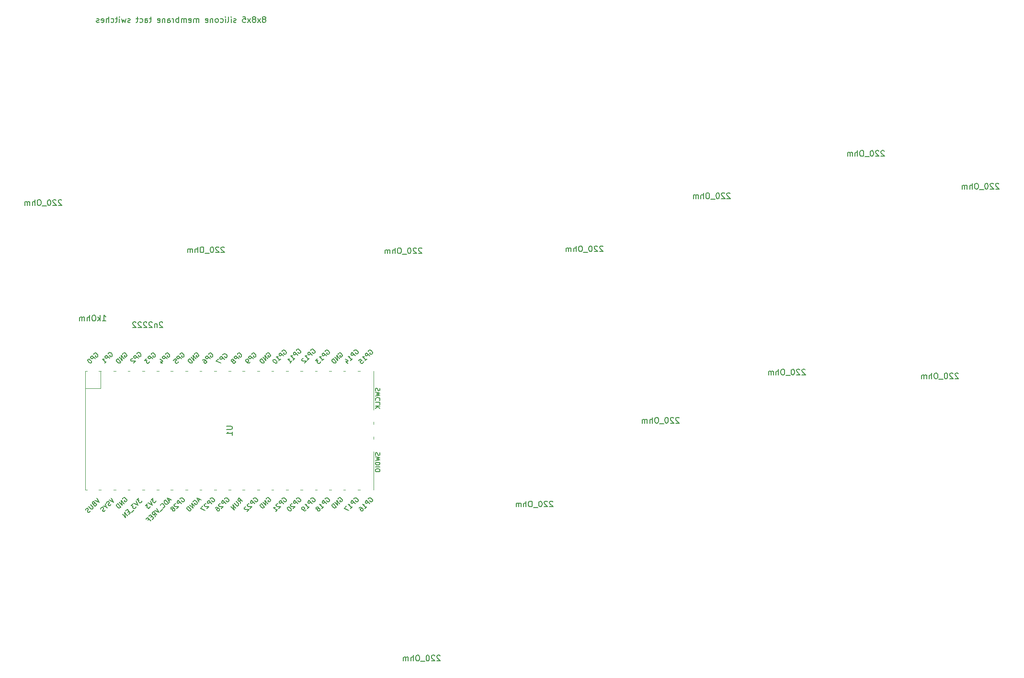
<source format=gbr>
%TF.GenerationSoftware,KiCad,Pcbnew,7.0.5*%
%TF.CreationDate,2023-08-06T18:29:22-05:00*%
%TF.ProjectId,Box,426f782e-6b69-4636-9164-5f7063625858,rev?*%
%TF.SameCoordinates,Original*%
%TF.FileFunction,Legend,Bot*%
%TF.FilePolarity,Positive*%
%FSLAX46Y46*%
G04 Gerber Fmt 4.6, Leading zero omitted, Abs format (unit mm)*
G04 Created by KiCad (PCBNEW 7.0.5) date 2023-08-06 18:29:22*
%MOMM*%
%LPD*%
G01*
G04 APERTURE LIST*
%ADD10C,0.150000*%
%ADD11C,0.120000*%
G04 APERTURE END LIST*
D10*
X228440839Y-103005057D02*
X228393220Y-102957438D01*
X228393220Y-102957438D02*
X228297982Y-102909819D01*
X228297982Y-102909819D02*
X228059887Y-102909819D01*
X228059887Y-102909819D02*
X227964649Y-102957438D01*
X227964649Y-102957438D02*
X227917030Y-103005057D01*
X227917030Y-103005057D02*
X227869411Y-103100295D01*
X227869411Y-103100295D02*
X227869411Y-103195533D01*
X227869411Y-103195533D02*
X227917030Y-103338390D01*
X227917030Y-103338390D02*
X228488458Y-103909819D01*
X228488458Y-103909819D02*
X227869411Y-103909819D01*
X227488458Y-103005057D02*
X227440839Y-102957438D01*
X227440839Y-102957438D02*
X227345601Y-102909819D01*
X227345601Y-102909819D02*
X227107506Y-102909819D01*
X227107506Y-102909819D02*
X227012268Y-102957438D01*
X227012268Y-102957438D02*
X226964649Y-103005057D01*
X226964649Y-103005057D02*
X226917030Y-103100295D01*
X226917030Y-103100295D02*
X226917030Y-103195533D01*
X226917030Y-103195533D02*
X226964649Y-103338390D01*
X226964649Y-103338390D02*
X227536077Y-103909819D01*
X227536077Y-103909819D02*
X226917030Y-103909819D01*
X226297982Y-102909819D02*
X226202744Y-102909819D01*
X226202744Y-102909819D02*
X226107506Y-102957438D01*
X226107506Y-102957438D02*
X226059887Y-103005057D01*
X226059887Y-103005057D02*
X226012268Y-103100295D01*
X226012268Y-103100295D02*
X225964649Y-103290771D01*
X225964649Y-103290771D02*
X225964649Y-103528866D01*
X225964649Y-103528866D02*
X226012268Y-103719342D01*
X226012268Y-103719342D02*
X226059887Y-103814580D01*
X226059887Y-103814580D02*
X226107506Y-103862200D01*
X226107506Y-103862200D02*
X226202744Y-103909819D01*
X226202744Y-103909819D02*
X226297982Y-103909819D01*
X226297982Y-103909819D02*
X226393220Y-103862200D01*
X226393220Y-103862200D02*
X226440839Y-103814580D01*
X226440839Y-103814580D02*
X226488458Y-103719342D01*
X226488458Y-103719342D02*
X226536077Y-103528866D01*
X226536077Y-103528866D02*
X226536077Y-103290771D01*
X226536077Y-103290771D02*
X226488458Y-103100295D01*
X226488458Y-103100295D02*
X226440839Y-103005057D01*
X226440839Y-103005057D02*
X226393220Y-102957438D01*
X226393220Y-102957438D02*
X226297982Y-102909819D01*
X225774173Y-104005057D02*
X225012268Y-104005057D01*
X224583696Y-102909819D02*
X224393220Y-102909819D01*
X224393220Y-102909819D02*
X224297982Y-102957438D01*
X224297982Y-102957438D02*
X224202744Y-103052676D01*
X224202744Y-103052676D02*
X224155125Y-103243152D01*
X224155125Y-103243152D02*
X224155125Y-103576485D01*
X224155125Y-103576485D02*
X224202744Y-103766961D01*
X224202744Y-103766961D02*
X224297982Y-103862200D01*
X224297982Y-103862200D02*
X224393220Y-103909819D01*
X224393220Y-103909819D02*
X224583696Y-103909819D01*
X224583696Y-103909819D02*
X224678934Y-103862200D01*
X224678934Y-103862200D02*
X224774172Y-103766961D01*
X224774172Y-103766961D02*
X224821791Y-103576485D01*
X224821791Y-103576485D02*
X224821791Y-103243152D01*
X224821791Y-103243152D02*
X224774172Y-103052676D01*
X224774172Y-103052676D02*
X224678934Y-102957438D01*
X224678934Y-102957438D02*
X224583696Y-102909819D01*
X223726553Y-103909819D02*
X223726553Y-102909819D01*
X223297982Y-103909819D02*
X223297982Y-103386009D01*
X223297982Y-103386009D02*
X223345601Y-103290771D01*
X223345601Y-103290771D02*
X223440839Y-103243152D01*
X223440839Y-103243152D02*
X223583696Y-103243152D01*
X223583696Y-103243152D02*
X223678934Y-103290771D01*
X223678934Y-103290771D02*
X223726553Y-103338390D01*
X222821791Y-103909819D02*
X222821791Y-103243152D01*
X222821791Y-103338390D02*
X222774172Y-103290771D01*
X222774172Y-103290771D02*
X222678934Y-103243152D01*
X222678934Y-103243152D02*
X222536077Y-103243152D01*
X222536077Y-103243152D02*
X222440839Y-103290771D01*
X222440839Y-103290771D02*
X222393220Y-103386009D01*
X222393220Y-103386009D02*
X222393220Y-103909819D01*
X222393220Y-103386009D02*
X222345601Y-103290771D01*
X222345601Y-103290771D02*
X222250363Y-103243152D01*
X222250363Y-103243152D02*
X222107506Y-103243152D01*
X222107506Y-103243152D02*
X222012267Y-103290771D01*
X222012267Y-103290771D02*
X221964648Y-103386009D01*
X221964648Y-103386009D02*
X221964648Y-103909819D01*
X69890839Y-72355057D02*
X69843220Y-72307438D01*
X69843220Y-72307438D02*
X69747982Y-72259819D01*
X69747982Y-72259819D02*
X69509887Y-72259819D01*
X69509887Y-72259819D02*
X69414649Y-72307438D01*
X69414649Y-72307438D02*
X69367030Y-72355057D01*
X69367030Y-72355057D02*
X69319411Y-72450295D01*
X69319411Y-72450295D02*
X69319411Y-72545533D01*
X69319411Y-72545533D02*
X69367030Y-72688390D01*
X69367030Y-72688390D02*
X69938458Y-73259819D01*
X69938458Y-73259819D02*
X69319411Y-73259819D01*
X68938458Y-72355057D02*
X68890839Y-72307438D01*
X68890839Y-72307438D02*
X68795601Y-72259819D01*
X68795601Y-72259819D02*
X68557506Y-72259819D01*
X68557506Y-72259819D02*
X68462268Y-72307438D01*
X68462268Y-72307438D02*
X68414649Y-72355057D01*
X68414649Y-72355057D02*
X68367030Y-72450295D01*
X68367030Y-72450295D02*
X68367030Y-72545533D01*
X68367030Y-72545533D02*
X68414649Y-72688390D01*
X68414649Y-72688390D02*
X68986077Y-73259819D01*
X68986077Y-73259819D02*
X68367030Y-73259819D01*
X67747982Y-72259819D02*
X67652744Y-72259819D01*
X67652744Y-72259819D02*
X67557506Y-72307438D01*
X67557506Y-72307438D02*
X67509887Y-72355057D01*
X67509887Y-72355057D02*
X67462268Y-72450295D01*
X67462268Y-72450295D02*
X67414649Y-72640771D01*
X67414649Y-72640771D02*
X67414649Y-72878866D01*
X67414649Y-72878866D02*
X67462268Y-73069342D01*
X67462268Y-73069342D02*
X67509887Y-73164580D01*
X67509887Y-73164580D02*
X67557506Y-73212200D01*
X67557506Y-73212200D02*
X67652744Y-73259819D01*
X67652744Y-73259819D02*
X67747982Y-73259819D01*
X67747982Y-73259819D02*
X67843220Y-73212200D01*
X67843220Y-73212200D02*
X67890839Y-73164580D01*
X67890839Y-73164580D02*
X67938458Y-73069342D01*
X67938458Y-73069342D02*
X67986077Y-72878866D01*
X67986077Y-72878866D02*
X67986077Y-72640771D01*
X67986077Y-72640771D02*
X67938458Y-72450295D01*
X67938458Y-72450295D02*
X67890839Y-72355057D01*
X67890839Y-72355057D02*
X67843220Y-72307438D01*
X67843220Y-72307438D02*
X67747982Y-72259819D01*
X67224173Y-73355057D02*
X66462268Y-73355057D01*
X66033696Y-72259819D02*
X65843220Y-72259819D01*
X65843220Y-72259819D02*
X65747982Y-72307438D01*
X65747982Y-72307438D02*
X65652744Y-72402676D01*
X65652744Y-72402676D02*
X65605125Y-72593152D01*
X65605125Y-72593152D02*
X65605125Y-72926485D01*
X65605125Y-72926485D02*
X65652744Y-73116961D01*
X65652744Y-73116961D02*
X65747982Y-73212200D01*
X65747982Y-73212200D02*
X65843220Y-73259819D01*
X65843220Y-73259819D02*
X66033696Y-73259819D01*
X66033696Y-73259819D02*
X66128934Y-73212200D01*
X66128934Y-73212200D02*
X66224172Y-73116961D01*
X66224172Y-73116961D02*
X66271791Y-72926485D01*
X66271791Y-72926485D02*
X66271791Y-72593152D01*
X66271791Y-72593152D02*
X66224172Y-72402676D01*
X66224172Y-72402676D02*
X66128934Y-72307438D01*
X66128934Y-72307438D02*
X66033696Y-72259819D01*
X65176553Y-73259819D02*
X65176553Y-72259819D01*
X64747982Y-73259819D02*
X64747982Y-72736009D01*
X64747982Y-72736009D02*
X64795601Y-72640771D01*
X64795601Y-72640771D02*
X64890839Y-72593152D01*
X64890839Y-72593152D02*
X65033696Y-72593152D01*
X65033696Y-72593152D02*
X65128934Y-72640771D01*
X65128934Y-72640771D02*
X65176553Y-72688390D01*
X64271791Y-73259819D02*
X64271791Y-72593152D01*
X64271791Y-72688390D02*
X64224172Y-72640771D01*
X64224172Y-72640771D02*
X64128934Y-72593152D01*
X64128934Y-72593152D02*
X63986077Y-72593152D01*
X63986077Y-72593152D02*
X63890839Y-72640771D01*
X63890839Y-72640771D02*
X63843220Y-72736009D01*
X63843220Y-72736009D02*
X63843220Y-73259819D01*
X63843220Y-72736009D02*
X63795601Y-72640771D01*
X63795601Y-72640771D02*
X63700363Y-72593152D01*
X63700363Y-72593152D02*
X63557506Y-72593152D01*
X63557506Y-72593152D02*
X63462267Y-72640771D01*
X63462267Y-72640771D02*
X63414648Y-72736009D01*
X63414648Y-72736009D02*
X63414648Y-73259819D01*
X87770839Y-93975057D02*
X87723220Y-93927438D01*
X87723220Y-93927438D02*
X87627982Y-93879819D01*
X87627982Y-93879819D02*
X87389887Y-93879819D01*
X87389887Y-93879819D02*
X87294649Y-93927438D01*
X87294649Y-93927438D02*
X87247030Y-93975057D01*
X87247030Y-93975057D02*
X87199411Y-94070295D01*
X87199411Y-94070295D02*
X87199411Y-94165533D01*
X87199411Y-94165533D02*
X87247030Y-94308390D01*
X87247030Y-94308390D02*
X87818458Y-94879819D01*
X87818458Y-94879819D02*
X87199411Y-94879819D01*
X86770839Y-94213152D02*
X86770839Y-94879819D01*
X86770839Y-94308390D02*
X86723220Y-94260771D01*
X86723220Y-94260771D02*
X86627982Y-94213152D01*
X86627982Y-94213152D02*
X86485125Y-94213152D01*
X86485125Y-94213152D02*
X86389887Y-94260771D01*
X86389887Y-94260771D02*
X86342268Y-94356009D01*
X86342268Y-94356009D02*
X86342268Y-94879819D01*
X85913696Y-93975057D02*
X85866077Y-93927438D01*
X85866077Y-93927438D02*
X85770839Y-93879819D01*
X85770839Y-93879819D02*
X85532744Y-93879819D01*
X85532744Y-93879819D02*
X85437506Y-93927438D01*
X85437506Y-93927438D02*
X85389887Y-93975057D01*
X85389887Y-93975057D02*
X85342268Y-94070295D01*
X85342268Y-94070295D02*
X85342268Y-94165533D01*
X85342268Y-94165533D02*
X85389887Y-94308390D01*
X85389887Y-94308390D02*
X85961315Y-94879819D01*
X85961315Y-94879819D02*
X85342268Y-94879819D01*
X84961315Y-93975057D02*
X84913696Y-93927438D01*
X84913696Y-93927438D02*
X84818458Y-93879819D01*
X84818458Y-93879819D02*
X84580363Y-93879819D01*
X84580363Y-93879819D02*
X84485125Y-93927438D01*
X84485125Y-93927438D02*
X84437506Y-93975057D01*
X84437506Y-93975057D02*
X84389887Y-94070295D01*
X84389887Y-94070295D02*
X84389887Y-94165533D01*
X84389887Y-94165533D02*
X84437506Y-94308390D01*
X84437506Y-94308390D02*
X85008934Y-94879819D01*
X85008934Y-94879819D02*
X84389887Y-94879819D01*
X84008934Y-93975057D02*
X83961315Y-93927438D01*
X83961315Y-93927438D02*
X83866077Y-93879819D01*
X83866077Y-93879819D02*
X83627982Y-93879819D01*
X83627982Y-93879819D02*
X83532744Y-93927438D01*
X83532744Y-93927438D02*
X83485125Y-93975057D01*
X83485125Y-93975057D02*
X83437506Y-94070295D01*
X83437506Y-94070295D02*
X83437506Y-94165533D01*
X83437506Y-94165533D02*
X83485125Y-94308390D01*
X83485125Y-94308390D02*
X84056553Y-94879819D01*
X84056553Y-94879819D02*
X83437506Y-94879819D01*
X83056553Y-93975057D02*
X83008934Y-93927438D01*
X83008934Y-93927438D02*
X82913696Y-93879819D01*
X82913696Y-93879819D02*
X82675601Y-93879819D01*
X82675601Y-93879819D02*
X82580363Y-93927438D01*
X82580363Y-93927438D02*
X82532744Y-93975057D01*
X82532744Y-93975057D02*
X82485125Y-94070295D01*
X82485125Y-94070295D02*
X82485125Y-94165533D01*
X82485125Y-94165533D02*
X82532744Y-94308390D01*
X82532744Y-94308390D02*
X83104172Y-94879819D01*
X83104172Y-94879819D02*
X82485125Y-94879819D01*
X133580839Y-80865057D02*
X133533220Y-80817438D01*
X133533220Y-80817438D02*
X133437982Y-80769819D01*
X133437982Y-80769819D02*
X133199887Y-80769819D01*
X133199887Y-80769819D02*
X133104649Y-80817438D01*
X133104649Y-80817438D02*
X133057030Y-80865057D01*
X133057030Y-80865057D02*
X133009411Y-80960295D01*
X133009411Y-80960295D02*
X133009411Y-81055533D01*
X133009411Y-81055533D02*
X133057030Y-81198390D01*
X133057030Y-81198390D02*
X133628458Y-81769819D01*
X133628458Y-81769819D02*
X133009411Y-81769819D01*
X132628458Y-80865057D02*
X132580839Y-80817438D01*
X132580839Y-80817438D02*
X132485601Y-80769819D01*
X132485601Y-80769819D02*
X132247506Y-80769819D01*
X132247506Y-80769819D02*
X132152268Y-80817438D01*
X132152268Y-80817438D02*
X132104649Y-80865057D01*
X132104649Y-80865057D02*
X132057030Y-80960295D01*
X132057030Y-80960295D02*
X132057030Y-81055533D01*
X132057030Y-81055533D02*
X132104649Y-81198390D01*
X132104649Y-81198390D02*
X132676077Y-81769819D01*
X132676077Y-81769819D02*
X132057030Y-81769819D01*
X131437982Y-80769819D02*
X131342744Y-80769819D01*
X131342744Y-80769819D02*
X131247506Y-80817438D01*
X131247506Y-80817438D02*
X131199887Y-80865057D01*
X131199887Y-80865057D02*
X131152268Y-80960295D01*
X131152268Y-80960295D02*
X131104649Y-81150771D01*
X131104649Y-81150771D02*
X131104649Y-81388866D01*
X131104649Y-81388866D02*
X131152268Y-81579342D01*
X131152268Y-81579342D02*
X131199887Y-81674580D01*
X131199887Y-81674580D02*
X131247506Y-81722200D01*
X131247506Y-81722200D02*
X131342744Y-81769819D01*
X131342744Y-81769819D02*
X131437982Y-81769819D01*
X131437982Y-81769819D02*
X131533220Y-81722200D01*
X131533220Y-81722200D02*
X131580839Y-81674580D01*
X131580839Y-81674580D02*
X131628458Y-81579342D01*
X131628458Y-81579342D02*
X131676077Y-81388866D01*
X131676077Y-81388866D02*
X131676077Y-81150771D01*
X131676077Y-81150771D02*
X131628458Y-80960295D01*
X131628458Y-80960295D02*
X131580839Y-80865057D01*
X131580839Y-80865057D02*
X131533220Y-80817438D01*
X131533220Y-80817438D02*
X131437982Y-80769819D01*
X130914173Y-81865057D02*
X130152268Y-81865057D01*
X129723696Y-80769819D02*
X129533220Y-80769819D01*
X129533220Y-80769819D02*
X129437982Y-80817438D01*
X129437982Y-80817438D02*
X129342744Y-80912676D01*
X129342744Y-80912676D02*
X129295125Y-81103152D01*
X129295125Y-81103152D02*
X129295125Y-81436485D01*
X129295125Y-81436485D02*
X129342744Y-81626961D01*
X129342744Y-81626961D02*
X129437982Y-81722200D01*
X129437982Y-81722200D02*
X129533220Y-81769819D01*
X129533220Y-81769819D02*
X129723696Y-81769819D01*
X129723696Y-81769819D02*
X129818934Y-81722200D01*
X129818934Y-81722200D02*
X129914172Y-81626961D01*
X129914172Y-81626961D02*
X129961791Y-81436485D01*
X129961791Y-81436485D02*
X129961791Y-81103152D01*
X129961791Y-81103152D02*
X129914172Y-80912676D01*
X129914172Y-80912676D02*
X129818934Y-80817438D01*
X129818934Y-80817438D02*
X129723696Y-80769819D01*
X128866553Y-81769819D02*
X128866553Y-80769819D01*
X128437982Y-81769819D02*
X128437982Y-81246009D01*
X128437982Y-81246009D02*
X128485601Y-81150771D01*
X128485601Y-81150771D02*
X128580839Y-81103152D01*
X128580839Y-81103152D02*
X128723696Y-81103152D01*
X128723696Y-81103152D02*
X128818934Y-81150771D01*
X128818934Y-81150771D02*
X128866553Y-81198390D01*
X127961791Y-81769819D02*
X127961791Y-81103152D01*
X127961791Y-81198390D02*
X127914172Y-81150771D01*
X127914172Y-81150771D02*
X127818934Y-81103152D01*
X127818934Y-81103152D02*
X127676077Y-81103152D01*
X127676077Y-81103152D02*
X127580839Y-81150771D01*
X127580839Y-81150771D02*
X127533220Y-81246009D01*
X127533220Y-81246009D02*
X127533220Y-81769819D01*
X127533220Y-81246009D02*
X127485601Y-81150771D01*
X127485601Y-81150771D02*
X127390363Y-81103152D01*
X127390363Y-81103152D02*
X127247506Y-81103152D01*
X127247506Y-81103152D02*
X127152267Y-81150771D01*
X127152267Y-81150771D02*
X127104648Y-81246009D01*
X127104648Y-81246009D02*
X127104648Y-81769819D01*
X77149411Y-93689819D02*
X77720839Y-93689819D01*
X77435125Y-93689819D02*
X77435125Y-92689819D01*
X77435125Y-92689819D02*
X77530363Y-92832676D01*
X77530363Y-92832676D02*
X77625601Y-92927914D01*
X77625601Y-92927914D02*
X77720839Y-92975533D01*
X76720839Y-93689819D02*
X76720839Y-92689819D01*
X76625601Y-93308866D02*
X76339887Y-93689819D01*
X76339887Y-93023152D02*
X76720839Y-93404104D01*
X75720839Y-92689819D02*
X75530363Y-92689819D01*
X75530363Y-92689819D02*
X75435125Y-92737438D01*
X75435125Y-92737438D02*
X75339887Y-92832676D01*
X75339887Y-92832676D02*
X75292268Y-93023152D01*
X75292268Y-93023152D02*
X75292268Y-93356485D01*
X75292268Y-93356485D02*
X75339887Y-93546961D01*
X75339887Y-93546961D02*
X75435125Y-93642200D01*
X75435125Y-93642200D02*
X75530363Y-93689819D01*
X75530363Y-93689819D02*
X75720839Y-93689819D01*
X75720839Y-93689819D02*
X75816077Y-93642200D01*
X75816077Y-93642200D02*
X75911315Y-93546961D01*
X75911315Y-93546961D02*
X75958934Y-93356485D01*
X75958934Y-93356485D02*
X75958934Y-93023152D01*
X75958934Y-93023152D02*
X75911315Y-92832676D01*
X75911315Y-92832676D02*
X75816077Y-92737438D01*
X75816077Y-92737438D02*
X75720839Y-92689819D01*
X74863696Y-93689819D02*
X74863696Y-92689819D01*
X74435125Y-93689819D02*
X74435125Y-93166009D01*
X74435125Y-93166009D02*
X74482744Y-93070771D01*
X74482744Y-93070771D02*
X74577982Y-93023152D01*
X74577982Y-93023152D02*
X74720839Y-93023152D01*
X74720839Y-93023152D02*
X74816077Y-93070771D01*
X74816077Y-93070771D02*
X74863696Y-93118390D01*
X73958934Y-93689819D02*
X73958934Y-93023152D01*
X73958934Y-93118390D02*
X73911315Y-93070771D01*
X73911315Y-93070771D02*
X73816077Y-93023152D01*
X73816077Y-93023152D02*
X73673220Y-93023152D01*
X73673220Y-93023152D02*
X73577982Y-93070771D01*
X73577982Y-93070771D02*
X73530363Y-93166009D01*
X73530363Y-93166009D02*
X73530363Y-93689819D01*
X73530363Y-93166009D02*
X73482744Y-93070771D01*
X73482744Y-93070771D02*
X73387506Y-93023152D01*
X73387506Y-93023152D02*
X73244649Y-93023152D01*
X73244649Y-93023152D02*
X73149410Y-93070771D01*
X73149410Y-93070771D02*
X73101791Y-93166009D01*
X73101791Y-93166009D02*
X73101791Y-93689819D01*
X215330839Y-63665057D02*
X215283220Y-63617438D01*
X215283220Y-63617438D02*
X215187982Y-63569819D01*
X215187982Y-63569819D02*
X214949887Y-63569819D01*
X214949887Y-63569819D02*
X214854649Y-63617438D01*
X214854649Y-63617438D02*
X214807030Y-63665057D01*
X214807030Y-63665057D02*
X214759411Y-63760295D01*
X214759411Y-63760295D02*
X214759411Y-63855533D01*
X214759411Y-63855533D02*
X214807030Y-63998390D01*
X214807030Y-63998390D02*
X215378458Y-64569819D01*
X215378458Y-64569819D02*
X214759411Y-64569819D01*
X214378458Y-63665057D02*
X214330839Y-63617438D01*
X214330839Y-63617438D02*
X214235601Y-63569819D01*
X214235601Y-63569819D02*
X213997506Y-63569819D01*
X213997506Y-63569819D02*
X213902268Y-63617438D01*
X213902268Y-63617438D02*
X213854649Y-63665057D01*
X213854649Y-63665057D02*
X213807030Y-63760295D01*
X213807030Y-63760295D02*
X213807030Y-63855533D01*
X213807030Y-63855533D02*
X213854649Y-63998390D01*
X213854649Y-63998390D02*
X214426077Y-64569819D01*
X214426077Y-64569819D02*
X213807030Y-64569819D01*
X213187982Y-63569819D02*
X213092744Y-63569819D01*
X213092744Y-63569819D02*
X212997506Y-63617438D01*
X212997506Y-63617438D02*
X212949887Y-63665057D01*
X212949887Y-63665057D02*
X212902268Y-63760295D01*
X212902268Y-63760295D02*
X212854649Y-63950771D01*
X212854649Y-63950771D02*
X212854649Y-64188866D01*
X212854649Y-64188866D02*
X212902268Y-64379342D01*
X212902268Y-64379342D02*
X212949887Y-64474580D01*
X212949887Y-64474580D02*
X212997506Y-64522200D01*
X212997506Y-64522200D02*
X213092744Y-64569819D01*
X213092744Y-64569819D02*
X213187982Y-64569819D01*
X213187982Y-64569819D02*
X213283220Y-64522200D01*
X213283220Y-64522200D02*
X213330839Y-64474580D01*
X213330839Y-64474580D02*
X213378458Y-64379342D01*
X213378458Y-64379342D02*
X213426077Y-64188866D01*
X213426077Y-64188866D02*
X213426077Y-63950771D01*
X213426077Y-63950771D02*
X213378458Y-63760295D01*
X213378458Y-63760295D02*
X213330839Y-63665057D01*
X213330839Y-63665057D02*
X213283220Y-63617438D01*
X213283220Y-63617438D02*
X213187982Y-63569819D01*
X212664173Y-64665057D02*
X211902268Y-64665057D01*
X211473696Y-63569819D02*
X211283220Y-63569819D01*
X211283220Y-63569819D02*
X211187982Y-63617438D01*
X211187982Y-63617438D02*
X211092744Y-63712676D01*
X211092744Y-63712676D02*
X211045125Y-63903152D01*
X211045125Y-63903152D02*
X211045125Y-64236485D01*
X211045125Y-64236485D02*
X211092744Y-64426961D01*
X211092744Y-64426961D02*
X211187982Y-64522200D01*
X211187982Y-64522200D02*
X211283220Y-64569819D01*
X211283220Y-64569819D02*
X211473696Y-64569819D01*
X211473696Y-64569819D02*
X211568934Y-64522200D01*
X211568934Y-64522200D02*
X211664172Y-64426961D01*
X211664172Y-64426961D02*
X211711791Y-64236485D01*
X211711791Y-64236485D02*
X211711791Y-63903152D01*
X211711791Y-63903152D02*
X211664172Y-63712676D01*
X211664172Y-63712676D02*
X211568934Y-63617438D01*
X211568934Y-63617438D02*
X211473696Y-63569819D01*
X210616553Y-64569819D02*
X210616553Y-63569819D01*
X210187982Y-64569819D02*
X210187982Y-64046009D01*
X210187982Y-64046009D02*
X210235601Y-63950771D01*
X210235601Y-63950771D02*
X210330839Y-63903152D01*
X210330839Y-63903152D02*
X210473696Y-63903152D01*
X210473696Y-63903152D02*
X210568934Y-63950771D01*
X210568934Y-63950771D02*
X210616553Y-63998390D01*
X209711791Y-64569819D02*
X209711791Y-63903152D01*
X209711791Y-63998390D02*
X209664172Y-63950771D01*
X209664172Y-63950771D02*
X209568934Y-63903152D01*
X209568934Y-63903152D02*
X209426077Y-63903152D01*
X209426077Y-63903152D02*
X209330839Y-63950771D01*
X209330839Y-63950771D02*
X209283220Y-64046009D01*
X209283220Y-64046009D02*
X209283220Y-64569819D01*
X209283220Y-64046009D02*
X209235601Y-63950771D01*
X209235601Y-63950771D02*
X209140363Y-63903152D01*
X209140363Y-63903152D02*
X208997506Y-63903152D01*
X208997506Y-63903152D02*
X208902267Y-63950771D01*
X208902267Y-63950771D02*
X208854648Y-64046009D01*
X208854648Y-64046009D02*
X208854648Y-64569819D01*
X136820839Y-152905057D02*
X136773220Y-152857438D01*
X136773220Y-152857438D02*
X136677982Y-152809819D01*
X136677982Y-152809819D02*
X136439887Y-152809819D01*
X136439887Y-152809819D02*
X136344649Y-152857438D01*
X136344649Y-152857438D02*
X136297030Y-152905057D01*
X136297030Y-152905057D02*
X136249411Y-153000295D01*
X136249411Y-153000295D02*
X136249411Y-153095533D01*
X136249411Y-153095533D02*
X136297030Y-153238390D01*
X136297030Y-153238390D02*
X136868458Y-153809819D01*
X136868458Y-153809819D02*
X136249411Y-153809819D01*
X135868458Y-152905057D02*
X135820839Y-152857438D01*
X135820839Y-152857438D02*
X135725601Y-152809819D01*
X135725601Y-152809819D02*
X135487506Y-152809819D01*
X135487506Y-152809819D02*
X135392268Y-152857438D01*
X135392268Y-152857438D02*
X135344649Y-152905057D01*
X135344649Y-152905057D02*
X135297030Y-153000295D01*
X135297030Y-153000295D02*
X135297030Y-153095533D01*
X135297030Y-153095533D02*
X135344649Y-153238390D01*
X135344649Y-153238390D02*
X135916077Y-153809819D01*
X135916077Y-153809819D02*
X135297030Y-153809819D01*
X134677982Y-152809819D02*
X134582744Y-152809819D01*
X134582744Y-152809819D02*
X134487506Y-152857438D01*
X134487506Y-152857438D02*
X134439887Y-152905057D01*
X134439887Y-152905057D02*
X134392268Y-153000295D01*
X134392268Y-153000295D02*
X134344649Y-153190771D01*
X134344649Y-153190771D02*
X134344649Y-153428866D01*
X134344649Y-153428866D02*
X134392268Y-153619342D01*
X134392268Y-153619342D02*
X134439887Y-153714580D01*
X134439887Y-153714580D02*
X134487506Y-153762200D01*
X134487506Y-153762200D02*
X134582744Y-153809819D01*
X134582744Y-153809819D02*
X134677982Y-153809819D01*
X134677982Y-153809819D02*
X134773220Y-153762200D01*
X134773220Y-153762200D02*
X134820839Y-153714580D01*
X134820839Y-153714580D02*
X134868458Y-153619342D01*
X134868458Y-153619342D02*
X134916077Y-153428866D01*
X134916077Y-153428866D02*
X134916077Y-153190771D01*
X134916077Y-153190771D02*
X134868458Y-153000295D01*
X134868458Y-153000295D02*
X134820839Y-152905057D01*
X134820839Y-152905057D02*
X134773220Y-152857438D01*
X134773220Y-152857438D02*
X134677982Y-152809819D01*
X134154173Y-153905057D02*
X133392268Y-153905057D01*
X132963696Y-152809819D02*
X132773220Y-152809819D01*
X132773220Y-152809819D02*
X132677982Y-152857438D01*
X132677982Y-152857438D02*
X132582744Y-152952676D01*
X132582744Y-152952676D02*
X132535125Y-153143152D01*
X132535125Y-153143152D02*
X132535125Y-153476485D01*
X132535125Y-153476485D02*
X132582744Y-153666961D01*
X132582744Y-153666961D02*
X132677982Y-153762200D01*
X132677982Y-153762200D02*
X132773220Y-153809819D01*
X132773220Y-153809819D02*
X132963696Y-153809819D01*
X132963696Y-153809819D02*
X133058934Y-153762200D01*
X133058934Y-153762200D02*
X133154172Y-153666961D01*
X133154172Y-153666961D02*
X133201791Y-153476485D01*
X133201791Y-153476485D02*
X133201791Y-153143152D01*
X133201791Y-153143152D02*
X133154172Y-152952676D01*
X133154172Y-152952676D02*
X133058934Y-152857438D01*
X133058934Y-152857438D02*
X132963696Y-152809819D01*
X132106553Y-153809819D02*
X132106553Y-152809819D01*
X131677982Y-153809819D02*
X131677982Y-153286009D01*
X131677982Y-153286009D02*
X131725601Y-153190771D01*
X131725601Y-153190771D02*
X131820839Y-153143152D01*
X131820839Y-153143152D02*
X131963696Y-153143152D01*
X131963696Y-153143152D02*
X132058934Y-153190771D01*
X132058934Y-153190771D02*
X132106553Y-153238390D01*
X131201791Y-153809819D02*
X131201791Y-153143152D01*
X131201791Y-153238390D02*
X131154172Y-153190771D01*
X131154172Y-153190771D02*
X131058934Y-153143152D01*
X131058934Y-153143152D02*
X130916077Y-153143152D01*
X130916077Y-153143152D02*
X130820839Y-153190771D01*
X130820839Y-153190771D02*
X130773220Y-153286009D01*
X130773220Y-153286009D02*
X130773220Y-153809819D01*
X130773220Y-153286009D02*
X130725601Y-153190771D01*
X130725601Y-153190771D02*
X130630363Y-153143152D01*
X130630363Y-153143152D02*
X130487506Y-153143152D01*
X130487506Y-153143152D02*
X130392267Y-153190771D01*
X130392267Y-153190771D02*
X130344648Y-153286009D01*
X130344648Y-153286009D02*
X130344648Y-153809819D01*
X235600839Y-69455057D02*
X235553220Y-69407438D01*
X235553220Y-69407438D02*
X235457982Y-69359819D01*
X235457982Y-69359819D02*
X235219887Y-69359819D01*
X235219887Y-69359819D02*
X235124649Y-69407438D01*
X235124649Y-69407438D02*
X235077030Y-69455057D01*
X235077030Y-69455057D02*
X235029411Y-69550295D01*
X235029411Y-69550295D02*
X235029411Y-69645533D01*
X235029411Y-69645533D02*
X235077030Y-69788390D01*
X235077030Y-69788390D02*
X235648458Y-70359819D01*
X235648458Y-70359819D02*
X235029411Y-70359819D01*
X234648458Y-69455057D02*
X234600839Y-69407438D01*
X234600839Y-69407438D02*
X234505601Y-69359819D01*
X234505601Y-69359819D02*
X234267506Y-69359819D01*
X234267506Y-69359819D02*
X234172268Y-69407438D01*
X234172268Y-69407438D02*
X234124649Y-69455057D01*
X234124649Y-69455057D02*
X234077030Y-69550295D01*
X234077030Y-69550295D02*
X234077030Y-69645533D01*
X234077030Y-69645533D02*
X234124649Y-69788390D01*
X234124649Y-69788390D02*
X234696077Y-70359819D01*
X234696077Y-70359819D02*
X234077030Y-70359819D01*
X233457982Y-69359819D02*
X233362744Y-69359819D01*
X233362744Y-69359819D02*
X233267506Y-69407438D01*
X233267506Y-69407438D02*
X233219887Y-69455057D01*
X233219887Y-69455057D02*
X233172268Y-69550295D01*
X233172268Y-69550295D02*
X233124649Y-69740771D01*
X233124649Y-69740771D02*
X233124649Y-69978866D01*
X233124649Y-69978866D02*
X233172268Y-70169342D01*
X233172268Y-70169342D02*
X233219887Y-70264580D01*
X233219887Y-70264580D02*
X233267506Y-70312200D01*
X233267506Y-70312200D02*
X233362744Y-70359819D01*
X233362744Y-70359819D02*
X233457982Y-70359819D01*
X233457982Y-70359819D02*
X233553220Y-70312200D01*
X233553220Y-70312200D02*
X233600839Y-70264580D01*
X233600839Y-70264580D02*
X233648458Y-70169342D01*
X233648458Y-70169342D02*
X233696077Y-69978866D01*
X233696077Y-69978866D02*
X233696077Y-69740771D01*
X233696077Y-69740771D02*
X233648458Y-69550295D01*
X233648458Y-69550295D02*
X233600839Y-69455057D01*
X233600839Y-69455057D02*
X233553220Y-69407438D01*
X233553220Y-69407438D02*
X233457982Y-69359819D01*
X232934173Y-70455057D02*
X232172268Y-70455057D01*
X231743696Y-69359819D02*
X231553220Y-69359819D01*
X231553220Y-69359819D02*
X231457982Y-69407438D01*
X231457982Y-69407438D02*
X231362744Y-69502676D01*
X231362744Y-69502676D02*
X231315125Y-69693152D01*
X231315125Y-69693152D02*
X231315125Y-70026485D01*
X231315125Y-70026485D02*
X231362744Y-70216961D01*
X231362744Y-70216961D02*
X231457982Y-70312200D01*
X231457982Y-70312200D02*
X231553220Y-70359819D01*
X231553220Y-70359819D02*
X231743696Y-70359819D01*
X231743696Y-70359819D02*
X231838934Y-70312200D01*
X231838934Y-70312200D02*
X231934172Y-70216961D01*
X231934172Y-70216961D02*
X231981791Y-70026485D01*
X231981791Y-70026485D02*
X231981791Y-69693152D01*
X231981791Y-69693152D02*
X231934172Y-69502676D01*
X231934172Y-69502676D02*
X231838934Y-69407438D01*
X231838934Y-69407438D02*
X231743696Y-69359819D01*
X230886553Y-70359819D02*
X230886553Y-69359819D01*
X230457982Y-70359819D02*
X230457982Y-69836009D01*
X230457982Y-69836009D02*
X230505601Y-69740771D01*
X230505601Y-69740771D02*
X230600839Y-69693152D01*
X230600839Y-69693152D02*
X230743696Y-69693152D01*
X230743696Y-69693152D02*
X230838934Y-69740771D01*
X230838934Y-69740771D02*
X230886553Y-69788390D01*
X229981791Y-70359819D02*
X229981791Y-69693152D01*
X229981791Y-69788390D02*
X229934172Y-69740771D01*
X229934172Y-69740771D02*
X229838934Y-69693152D01*
X229838934Y-69693152D02*
X229696077Y-69693152D01*
X229696077Y-69693152D02*
X229600839Y-69740771D01*
X229600839Y-69740771D02*
X229553220Y-69836009D01*
X229553220Y-69836009D02*
X229553220Y-70359819D01*
X229553220Y-69836009D02*
X229505601Y-69740771D01*
X229505601Y-69740771D02*
X229410363Y-69693152D01*
X229410363Y-69693152D02*
X229267506Y-69693152D01*
X229267506Y-69693152D02*
X229172267Y-69740771D01*
X229172267Y-69740771D02*
X229124648Y-69836009D01*
X229124648Y-69836009D02*
X229124648Y-70359819D01*
X105800363Y-40328390D02*
X105895601Y-40280771D01*
X105895601Y-40280771D02*
X105943220Y-40233152D01*
X105943220Y-40233152D02*
X105990839Y-40137914D01*
X105990839Y-40137914D02*
X105990839Y-40090295D01*
X105990839Y-40090295D02*
X105943220Y-39995057D01*
X105943220Y-39995057D02*
X105895601Y-39947438D01*
X105895601Y-39947438D02*
X105800363Y-39899819D01*
X105800363Y-39899819D02*
X105609887Y-39899819D01*
X105609887Y-39899819D02*
X105514649Y-39947438D01*
X105514649Y-39947438D02*
X105467030Y-39995057D01*
X105467030Y-39995057D02*
X105419411Y-40090295D01*
X105419411Y-40090295D02*
X105419411Y-40137914D01*
X105419411Y-40137914D02*
X105467030Y-40233152D01*
X105467030Y-40233152D02*
X105514649Y-40280771D01*
X105514649Y-40280771D02*
X105609887Y-40328390D01*
X105609887Y-40328390D02*
X105800363Y-40328390D01*
X105800363Y-40328390D02*
X105895601Y-40376009D01*
X105895601Y-40376009D02*
X105943220Y-40423628D01*
X105943220Y-40423628D02*
X105990839Y-40518866D01*
X105990839Y-40518866D02*
X105990839Y-40709342D01*
X105990839Y-40709342D02*
X105943220Y-40804580D01*
X105943220Y-40804580D02*
X105895601Y-40852200D01*
X105895601Y-40852200D02*
X105800363Y-40899819D01*
X105800363Y-40899819D02*
X105609887Y-40899819D01*
X105609887Y-40899819D02*
X105514649Y-40852200D01*
X105514649Y-40852200D02*
X105467030Y-40804580D01*
X105467030Y-40804580D02*
X105419411Y-40709342D01*
X105419411Y-40709342D02*
X105419411Y-40518866D01*
X105419411Y-40518866D02*
X105467030Y-40423628D01*
X105467030Y-40423628D02*
X105514649Y-40376009D01*
X105514649Y-40376009D02*
X105609887Y-40328390D01*
X105086077Y-40899819D02*
X104562268Y-40233152D01*
X105086077Y-40233152D02*
X104562268Y-40899819D01*
X104038458Y-40328390D02*
X104133696Y-40280771D01*
X104133696Y-40280771D02*
X104181315Y-40233152D01*
X104181315Y-40233152D02*
X104228934Y-40137914D01*
X104228934Y-40137914D02*
X104228934Y-40090295D01*
X104228934Y-40090295D02*
X104181315Y-39995057D01*
X104181315Y-39995057D02*
X104133696Y-39947438D01*
X104133696Y-39947438D02*
X104038458Y-39899819D01*
X104038458Y-39899819D02*
X103847982Y-39899819D01*
X103847982Y-39899819D02*
X103752744Y-39947438D01*
X103752744Y-39947438D02*
X103705125Y-39995057D01*
X103705125Y-39995057D02*
X103657506Y-40090295D01*
X103657506Y-40090295D02*
X103657506Y-40137914D01*
X103657506Y-40137914D02*
X103705125Y-40233152D01*
X103705125Y-40233152D02*
X103752744Y-40280771D01*
X103752744Y-40280771D02*
X103847982Y-40328390D01*
X103847982Y-40328390D02*
X104038458Y-40328390D01*
X104038458Y-40328390D02*
X104133696Y-40376009D01*
X104133696Y-40376009D02*
X104181315Y-40423628D01*
X104181315Y-40423628D02*
X104228934Y-40518866D01*
X104228934Y-40518866D02*
X104228934Y-40709342D01*
X104228934Y-40709342D02*
X104181315Y-40804580D01*
X104181315Y-40804580D02*
X104133696Y-40852200D01*
X104133696Y-40852200D02*
X104038458Y-40899819D01*
X104038458Y-40899819D02*
X103847982Y-40899819D01*
X103847982Y-40899819D02*
X103752744Y-40852200D01*
X103752744Y-40852200D02*
X103705125Y-40804580D01*
X103705125Y-40804580D02*
X103657506Y-40709342D01*
X103657506Y-40709342D02*
X103657506Y-40518866D01*
X103657506Y-40518866D02*
X103705125Y-40423628D01*
X103705125Y-40423628D02*
X103752744Y-40376009D01*
X103752744Y-40376009D02*
X103847982Y-40328390D01*
X103324172Y-40899819D02*
X102800363Y-40233152D01*
X103324172Y-40233152D02*
X102800363Y-40899819D01*
X101943220Y-39899819D02*
X102419410Y-39899819D01*
X102419410Y-39899819D02*
X102467029Y-40376009D01*
X102467029Y-40376009D02*
X102419410Y-40328390D01*
X102419410Y-40328390D02*
X102324172Y-40280771D01*
X102324172Y-40280771D02*
X102086077Y-40280771D01*
X102086077Y-40280771D02*
X101990839Y-40328390D01*
X101990839Y-40328390D02*
X101943220Y-40376009D01*
X101943220Y-40376009D02*
X101895601Y-40471247D01*
X101895601Y-40471247D02*
X101895601Y-40709342D01*
X101895601Y-40709342D02*
X101943220Y-40804580D01*
X101943220Y-40804580D02*
X101990839Y-40852200D01*
X101990839Y-40852200D02*
X102086077Y-40899819D01*
X102086077Y-40899819D02*
X102324172Y-40899819D01*
X102324172Y-40899819D02*
X102419410Y-40852200D01*
X102419410Y-40852200D02*
X102467029Y-40804580D01*
X100752743Y-40852200D02*
X100657505Y-40899819D01*
X100657505Y-40899819D02*
X100467029Y-40899819D01*
X100467029Y-40899819D02*
X100371791Y-40852200D01*
X100371791Y-40852200D02*
X100324172Y-40756961D01*
X100324172Y-40756961D02*
X100324172Y-40709342D01*
X100324172Y-40709342D02*
X100371791Y-40614104D01*
X100371791Y-40614104D02*
X100467029Y-40566485D01*
X100467029Y-40566485D02*
X100609886Y-40566485D01*
X100609886Y-40566485D02*
X100705124Y-40518866D01*
X100705124Y-40518866D02*
X100752743Y-40423628D01*
X100752743Y-40423628D02*
X100752743Y-40376009D01*
X100752743Y-40376009D02*
X100705124Y-40280771D01*
X100705124Y-40280771D02*
X100609886Y-40233152D01*
X100609886Y-40233152D02*
X100467029Y-40233152D01*
X100467029Y-40233152D02*
X100371791Y-40280771D01*
X99895600Y-40899819D02*
X99895600Y-40233152D01*
X99895600Y-39899819D02*
X99943219Y-39947438D01*
X99943219Y-39947438D02*
X99895600Y-39995057D01*
X99895600Y-39995057D02*
X99847981Y-39947438D01*
X99847981Y-39947438D02*
X99895600Y-39899819D01*
X99895600Y-39899819D02*
X99895600Y-39995057D01*
X99276553Y-40899819D02*
X99371791Y-40852200D01*
X99371791Y-40852200D02*
X99419410Y-40756961D01*
X99419410Y-40756961D02*
X99419410Y-39899819D01*
X98895600Y-40899819D02*
X98895600Y-40233152D01*
X98895600Y-39899819D02*
X98943219Y-39947438D01*
X98943219Y-39947438D02*
X98895600Y-39995057D01*
X98895600Y-39995057D02*
X98847981Y-39947438D01*
X98847981Y-39947438D02*
X98895600Y-39899819D01*
X98895600Y-39899819D02*
X98895600Y-39995057D01*
X97990839Y-40852200D02*
X98086077Y-40899819D01*
X98086077Y-40899819D02*
X98276553Y-40899819D01*
X98276553Y-40899819D02*
X98371791Y-40852200D01*
X98371791Y-40852200D02*
X98419410Y-40804580D01*
X98419410Y-40804580D02*
X98467029Y-40709342D01*
X98467029Y-40709342D02*
X98467029Y-40423628D01*
X98467029Y-40423628D02*
X98419410Y-40328390D01*
X98419410Y-40328390D02*
X98371791Y-40280771D01*
X98371791Y-40280771D02*
X98276553Y-40233152D01*
X98276553Y-40233152D02*
X98086077Y-40233152D01*
X98086077Y-40233152D02*
X97990839Y-40280771D01*
X97419410Y-40899819D02*
X97514648Y-40852200D01*
X97514648Y-40852200D02*
X97562267Y-40804580D01*
X97562267Y-40804580D02*
X97609886Y-40709342D01*
X97609886Y-40709342D02*
X97609886Y-40423628D01*
X97609886Y-40423628D02*
X97562267Y-40328390D01*
X97562267Y-40328390D02*
X97514648Y-40280771D01*
X97514648Y-40280771D02*
X97419410Y-40233152D01*
X97419410Y-40233152D02*
X97276553Y-40233152D01*
X97276553Y-40233152D02*
X97181315Y-40280771D01*
X97181315Y-40280771D02*
X97133696Y-40328390D01*
X97133696Y-40328390D02*
X97086077Y-40423628D01*
X97086077Y-40423628D02*
X97086077Y-40709342D01*
X97086077Y-40709342D02*
X97133696Y-40804580D01*
X97133696Y-40804580D02*
X97181315Y-40852200D01*
X97181315Y-40852200D02*
X97276553Y-40899819D01*
X97276553Y-40899819D02*
X97419410Y-40899819D01*
X96657505Y-40233152D02*
X96657505Y-40899819D01*
X96657505Y-40328390D02*
X96609886Y-40280771D01*
X96609886Y-40280771D02*
X96514648Y-40233152D01*
X96514648Y-40233152D02*
X96371791Y-40233152D01*
X96371791Y-40233152D02*
X96276553Y-40280771D01*
X96276553Y-40280771D02*
X96228934Y-40376009D01*
X96228934Y-40376009D02*
X96228934Y-40899819D01*
X95371791Y-40852200D02*
X95467029Y-40899819D01*
X95467029Y-40899819D02*
X95657505Y-40899819D01*
X95657505Y-40899819D02*
X95752743Y-40852200D01*
X95752743Y-40852200D02*
X95800362Y-40756961D01*
X95800362Y-40756961D02*
X95800362Y-40376009D01*
X95800362Y-40376009D02*
X95752743Y-40280771D01*
X95752743Y-40280771D02*
X95657505Y-40233152D01*
X95657505Y-40233152D02*
X95467029Y-40233152D01*
X95467029Y-40233152D02*
X95371791Y-40280771D01*
X95371791Y-40280771D02*
X95324172Y-40376009D01*
X95324172Y-40376009D02*
X95324172Y-40471247D01*
X95324172Y-40471247D02*
X95800362Y-40566485D01*
X94133695Y-40899819D02*
X94133695Y-40233152D01*
X94133695Y-40328390D02*
X94086076Y-40280771D01*
X94086076Y-40280771D02*
X93990838Y-40233152D01*
X93990838Y-40233152D02*
X93847981Y-40233152D01*
X93847981Y-40233152D02*
X93752743Y-40280771D01*
X93752743Y-40280771D02*
X93705124Y-40376009D01*
X93705124Y-40376009D02*
X93705124Y-40899819D01*
X93705124Y-40376009D02*
X93657505Y-40280771D01*
X93657505Y-40280771D02*
X93562267Y-40233152D01*
X93562267Y-40233152D02*
X93419410Y-40233152D01*
X93419410Y-40233152D02*
X93324171Y-40280771D01*
X93324171Y-40280771D02*
X93276552Y-40376009D01*
X93276552Y-40376009D02*
X93276552Y-40899819D01*
X92419410Y-40852200D02*
X92514648Y-40899819D01*
X92514648Y-40899819D02*
X92705124Y-40899819D01*
X92705124Y-40899819D02*
X92800362Y-40852200D01*
X92800362Y-40852200D02*
X92847981Y-40756961D01*
X92847981Y-40756961D02*
X92847981Y-40376009D01*
X92847981Y-40376009D02*
X92800362Y-40280771D01*
X92800362Y-40280771D02*
X92705124Y-40233152D01*
X92705124Y-40233152D02*
X92514648Y-40233152D01*
X92514648Y-40233152D02*
X92419410Y-40280771D01*
X92419410Y-40280771D02*
X92371791Y-40376009D01*
X92371791Y-40376009D02*
X92371791Y-40471247D01*
X92371791Y-40471247D02*
X92847981Y-40566485D01*
X91943219Y-40899819D02*
X91943219Y-40233152D01*
X91943219Y-40328390D02*
X91895600Y-40280771D01*
X91895600Y-40280771D02*
X91800362Y-40233152D01*
X91800362Y-40233152D02*
X91657505Y-40233152D01*
X91657505Y-40233152D02*
X91562267Y-40280771D01*
X91562267Y-40280771D02*
X91514648Y-40376009D01*
X91514648Y-40376009D02*
X91514648Y-40899819D01*
X91514648Y-40376009D02*
X91467029Y-40280771D01*
X91467029Y-40280771D02*
X91371791Y-40233152D01*
X91371791Y-40233152D02*
X91228934Y-40233152D01*
X91228934Y-40233152D02*
X91133695Y-40280771D01*
X91133695Y-40280771D02*
X91086076Y-40376009D01*
X91086076Y-40376009D02*
X91086076Y-40899819D01*
X90609886Y-40899819D02*
X90609886Y-39899819D01*
X90609886Y-40280771D02*
X90514648Y-40233152D01*
X90514648Y-40233152D02*
X90324172Y-40233152D01*
X90324172Y-40233152D02*
X90228934Y-40280771D01*
X90228934Y-40280771D02*
X90181315Y-40328390D01*
X90181315Y-40328390D02*
X90133696Y-40423628D01*
X90133696Y-40423628D02*
X90133696Y-40709342D01*
X90133696Y-40709342D02*
X90181315Y-40804580D01*
X90181315Y-40804580D02*
X90228934Y-40852200D01*
X90228934Y-40852200D02*
X90324172Y-40899819D01*
X90324172Y-40899819D02*
X90514648Y-40899819D01*
X90514648Y-40899819D02*
X90609886Y-40852200D01*
X89705124Y-40899819D02*
X89705124Y-40233152D01*
X89705124Y-40423628D02*
X89657505Y-40328390D01*
X89657505Y-40328390D02*
X89609886Y-40280771D01*
X89609886Y-40280771D02*
X89514648Y-40233152D01*
X89514648Y-40233152D02*
X89419410Y-40233152D01*
X88657505Y-40899819D02*
X88657505Y-40376009D01*
X88657505Y-40376009D02*
X88705124Y-40280771D01*
X88705124Y-40280771D02*
X88800362Y-40233152D01*
X88800362Y-40233152D02*
X88990838Y-40233152D01*
X88990838Y-40233152D02*
X89086076Y-40280771D01*
X88657505Y-40852200D02*
X88752743Y-40899819D01*
X88752743Y-40899819D02*
X88990838Y-40899819D01*
X88990838Y-40899819D02*
X89086076Y-40852200D01*
X89086076Y-40852200D02*
X89133695Y-40756961D01*
X89133695Y-40756961D02*
X89133695Y-40661723D01*
X89133695Y-40661723D02*
X89086076Y-40566485D01*
X89086076Y-40566485D02*
X88990838Y-40518866D01*
X88990838Y-40518866D02*
X88752743Y-40518866D01*
X88752743Y-40518866D02*
X88657505Y-40471247D01*
X88181314Y-40233152D02*
X88181314Y-40899819D01*
X88181314Y-40328390D02*
X88133695Y-40280771D01*
X88133695Y-40280771D02*
X88038457Y-40233152D01*
X88038457Y-40233152D02*
X87895600Y-40233152D01*
X87895600Y-40233152D02*
X87800362Y-40280771D01*
X87800362Y-40280771D02*
X87752743Y-40376009D01*
X87752743Y-40376009D02*
X87752743Y-40899819D01*
X86895600Y-40852200D02*
X86990838Y-40899819D01*
X86990838Y-40899819D02*
X87181314Y-40899819D01*
X87181314Y-40899819D02*
X87276552Y-40852200D01*
X87276552Y-40852200D02*
X87324171Y-40756961D01*
X87324171Y-40756961D02*
X87324171Y-40376009D01*
X87324171Y-40376009D02*
X87276552Y-40280771D01*
X87276552Y-40280771D02*
X87181314Y-40233152D01*
X87181314Y-40233152D02*
X86990838Y-40233152D01*
X86990838Y-40233152D02*
X86895600Y-40280771D01*
X86895600Y-40280771D02*
X86847981Y-40376009D01*
X86847981Y-40376009D02*
X86847981Y-40471247D01*
X86847981Y-40471247D02*
X87324171Y-40566485D01*
X85800361Y-40233152D02*
X85419409Y-40233152D01*
X85657504Y-39899819D02*
X85657504Y-40756961D01*
X85657504Y-40756961D02*
X85609885Y-40852200D01*
X85609885Y-40852200D02*
X85514647Y-40899819D01*
X85514647Y-40899819D02*
X85419409Y-40899819D01*
X84657504Y-40899819D02*
X84657504Y-40376009D01*
X84657504Y-40376009D02*
X84705123Y-40280771D01*
X84705123Y-40280771D02*
X84800361Y-40233152D01*
X84800361Y-40233152D02*
X84990837Y-40233152D01*
X84990837Y-40233152D02*
X85086075Y-40280771D01*
X84657504Y-40852200D02*
X84752742Y-40899819D01*
X84752742Y-40899819D02*
X84990837Y-40899819D01*
X84990837Y-40899819D02*
X85086075Y-40852200D01*
X85086075Y-40852200D02*
X85133694Y-40756961D01*
X85133694Y-40756961D02*
X85133694Y-40661723D01*
X85133694Y-40661723D02*
X85086075Y-40566485D01*
X85086075Y-40566485D02*
X84990837Y-40518866D01*
X84990837Y-40518866D02*
X84752742Y-40518866D01*
X84752742Y-40518866D02*
X84657504Y-40471247D01*
X83752742Y-40852200D02*
X83847980Y-40899819D01*
X83847980Y-40899819D02*
X84038456Y-40899819D01*
X84038456Y-40899819D02*
X84133694Y-40852200D01*
X84133694Y-40852200D02*
X84181313Y-40804580D01*
X84181313Y-40804580D02*
X84228932Y-40709342D01*
X84228932Y-40709342D02*
X84228932Y-40423628D01*
X84228932Y-40423628D02*
X84181313Y-40328390D01*
X84181313Y-40328390D02*
X84133694Y-40280771D01*
X84133694Y-40280771D02*
X84038456Y-40233152D01*
X84038456Y-40233152D02*
X83847980Y-40233152D01*
X83847980Y-40233152D02*
X83752742Y-40280771D01*
X83467027Y-40233152D02*
X83086075Y-40233152D01*
X83324170Y-39899819D02*
X83324170Y-40756961D01*
X83324170Y-40756961D02*
X83276551Y-40852200D01*
X83276551Y-40852200D02*
X83181313Y-40899819D01*
X83181313Y-40899819D02*
X83086075Y-40899819D01*
X82038455Y-40852200D02*
X81943217Y-40899819D01*
X81943217Y-40899819D02*
X81752741Y-40899819D01*
X81752741Y-40899819D02*
X81657503Y-40852200D01*
X81657503Y-40852200D02*
X81609884Y-40756961D01*
X81609884Y-40756961D02*
X81609884Y-40709342D01*
X81609884Y-40709342D02*
X81657503Y-40614104D01*
X81657503Y-40614104D02*
X81752741Y-40566485D01*
X81752741Y-40566485D02*
X81895598Y-40566485D01*
X81895598Y-40566485D02*
X81990836Y-40518866D01*
X81990836Y-40518866D02*
X82038455Y-40423628D01*
X82038455Y-40423628D02*
X82038455Y-40376009D01*
X82038455Y-40376009D02*
X81990836Y-40280771D01*
X81990836Y-40280771D02*
X81895598Y-40233152D01*
X81895598Y-40233152D02*
X81752741Y-40233152D01*
X81752741Y-40233152D02*
X81657503Y-40280771D01*
X81276550Y-40233152D02*
X81086074Y-40899819D01*
X81086074Y-40899819D02*
X80895598Y-40423628D01*
X80895598Y-40423628D02*
X80705122Y-40899819D01*
X80705122Y-40899819D02*
X80514646Y-40233152D01*
X80133693Y-40899819D02*
X80133693Y-40233152D01*
X80133693Y-39899819D02*
X80181312Y-39947438D01*
X80181312Y-39947438D02*
X80133693Y-39995057D01*
X80133693Y-39995057D02*
X80086074Y-39947438D01*
X80086074Y-39947438D02*
X80133693Y-39899819D01*
X80133693Y-39899819D02*
X80133693Y-39995057D01*
X79800360Y-40233152D02*
X79419408Y-40233152D01*
X79657503Y-39899819D02*
X79657503Y-40756961D01*
X79657503Y-40756961D02*
X79609884Y-40852200D01*
X79609884Y-40852200D02*
X79514646Y-40899819D01*
X79514646Y-40899819D02*
X79419408Y-40899819D01*
X78657503Y-40852200D02*
X78752741Y-40899819D01*
X78752741Y-40899819D02*
X78943217Y-40899819D01*
X78943217Y-40899819D02*
X79038455Y-40852200D01*
X79038455Y-40852200D02*
X79086074Y-40804580D01*
X79086074Y-40804580D02*
X79133693Y-40709342D01*
X79133693Y-40709342D02*
X79133693Y-40423628D01*
X79133693Y-40423628D02*
X79086074Y-40328390D01*
X79086074Y-40328390D02*
X79038455Y-40280771D01*
X79038455Y-40280771D02*
X78943217Y-40233152D01*
X78943217Y-40233152D02*
X78752741Y-40233152D01*
X78752741Y-40233152D02*
X78657503Y-40280771D01*
X78228931Y-40899819D02*
X78228931Y-39899819D01*
X77800360Y-40899819D02*
X77800360Y-40376009D01*
X77800360Y-40376009D02*
X77847979Y-40280771D01*
X77847979Y-40280771D02*
X77943217Y-40233152D01*
X77943217Y-40233152D02*
X78086074Y-40233152D01*
X78086074Y-40233152D02*
X78181312Y-40280771D01*
X78181312Y-40280771D02*
X78228931Y-40328390D01*
X76943217Y-40852200D02*
X77038455Y-40899819D01*
X77038455Y-40899819D02*
X77228931Y-40899819D01*
X77228931Y-40899819D02*
X77324169Y-40852200D01*
X77324169Y-40852200D02*
X77371788Y-40756961D01*
X77371788Y-40756961D02*
X77371788Y-40376009D01*
X77371788Y-40376009D02*
X77324169Y-40280771D01*
X77324169Y-40280771D02*
X77228931Y-40233152D01*
X77228931Y-40233152D02*
X77038455Y-40233152D01*
X77038455Y-40233152D02*
X76943217Y-40280771D01*
X76943217Y-40280771D02*
X76895598Y-40376009D01*
X76895598Y-40376009D02*
X76895598Y-40471247D01*
X76895598Y-40471247D02*
X77371788Y-40566485D01*
X76514645Y-40852200D02*
X76419407Y-40899819D01*
X76419407Y-40899819D02*
X76228931Y-40899819D01*
X76228931Y-40899819D02*
X76133693Y-40852200D01*
X76133693Y-40852200D02*
X76086074Y-40756961D01*
X76086074Y-40756961D02*
X76086074Y-40709342D01*
X76086074Y-40709342D02*
X76133693Y-40614104D01*
X76133693Y-40614104D02*
X76228931Y-40566485D01*
X76228931Y-40566485D02*
X76371788Y-40566485D01*
X76371788Y-40566485D02*
X76467026Y-40518866D01*
X76467026Y-40518866D02*
X76514645Y-40423628D01*
X76514645Y-40423628D02*
X76514645Y-40376009D01*
X76514645Y-40376009D02*
X76467026Y-40280771D01*
X76467026Y-40280771D02*
X76371788Y-40233152D01*
X76371788Y-40233152D02*
X76228931Y-40233152D01*
X76228931Y-40233152D02*
X76133693Y-40280771D01*
X165600839Y-80525057D02*
X165553220Y-80477438D01*
X165553220Y-80477438D02*
X165457982Y-80429819D01*
X165457982Y-80429819D02*
X165219887Y-80429819D01*
X165219887Y-80429819D02*
X165124649Y-80477438D01*
X165124649Y-80477438D02*
X165077030Y-80525057D01*
X165077030Y-80525057D02*
X165029411Y-80620295D01*
X165029411Y-80620295D02*
X165029411Y-80715533D01*
X165029411Y-80715533D02*
X165077030Y-80858390D01*
X165077030Y-80858390D02*
X165648458Y-81429819D01*
X165648458Y-81429819D02*
X165029411Y-81429819D01*
X164648458Y-80525057D02*
X164600839Y-80477438D01*
X164600839Y-80477438D02*
X164505601Y-80429819D01*
X164505601Y-80429819D02*
X164267506Y-80429819D01*
X164267506Y-80429819D02*
X164172268Y-80477438D01*
X164172268Y-80477438D02*
X164124649Y-80525057D01*
X164124649Y-80525057D02*
X164077030Y-80620295D01*
X164077030Y-80620295D02*
X164077030Y-80715533D01*
X164077030Y-80715533D02*
X164124649Y-80858390D01*
X164124649Y-80858390D02*
X164696077Y-81429819D01*
X164696077Y-81429819D02*
X164077030Y-81429819D01*
X163457982Y-80429819D02*
X163362744Y-80429819D01*
X163362744Y-80429819D02*
X163267506Y-80477438D01*
X163267506Y-80477438D02*
X163219887Y-80525057D01*
X163219887Y-80525057D02*
X163172268Y-80620295D01*
X163172268Y-80620295D02*
X163124649Y-80810771D01*
X163124649Y-80810771D02*
X163124649Y-81048866D01*
X163124649Y-81048866D02*
X163172268Y-81239342D01*
X163172268Y-81239342D02*
X163219887Y-81334580D01*
X163219887Y-81334580D02*
X163267506Y-81382200D01*
X163267506Y-81382200D02*
X163362744Y-81429819D01*
X163362744Y-81429819D02*
X163457982Y-81429819D01*
X163457982Y-81429819D02*
X163553220Y-81382200D01*
X163553220Y-81382200D02*
X163600839Y-81334580D01*
X163600839Y-81334580D02*
X163648458Y-81239342D01*
X163648458Y-81239342D02*
X163696077Y-81048866D01*
X163696077Y-81048866D02*
X163696077Y-80810771D01*
X163696077Y-80810771D02*
X163648458Y-80620295D01*
X163648458Y-80620295D02*
X163600839Y-80525057D01*
X163600839Y-80525057D02*
X163553220Y-80477438D01*
X163553220Y-80477438D02*
X163457982Y-80429819D01*
X162934173Y-81525057D02*
X162172268Y-81525057D01*
X161743696Y-80429819D02*
X161553220Y-80429819D01*
X161553220Y-80429819D02*
X161457982Y-80477438D01*
X161457982Y-80477438D02*
X161362744Y-80572676D01*
X161362744Y-80572676D02*
X161315125Y-80763152D01*
X161315125Y-80763152D02*
X161315125Y-81096485D01*
X161315125Y-81096485D02*
X161362744Y-81286961D01*
X161362744Y-81286961D02*
X161457982Y-81382200D01*
X161457982Y-81382200D02*
X161553220Y-81429819D01*
X161553220Y-81429819D02*
X161743696Y-81429819D01*
X161743696Y-81429819D02*
X161838934Y-81382200D01*
X161838934Y-81382200D02*
X161934172Y-81286961D01*
X161934172Y-81286961D02*
X161981791Y-81096485D01*
X161981791Y-81096485D02*
X161981791Y-80763152D01*
X161981791Y-80763152D02*
X161934172Y-80572676D01*
X161934172Y-80572676D02*
X161838934Y-80477438D01*
X161838934Y-80477438D02*
X161743696Y-80429819D01*
X160886553Y-81429819D02*
X160886553Y-80429819D01*
X160457982Y-81429819D02*
X160457982Y-80906009D01*
X160457982Y-80906009D02*
X160505601Y-80810771D01*
X160505601Y-80810771D02*
X160600839Y-80763152D01*
X160600839Y-80763152D02*
X160743696Y-80763152D01*
X160743696Y-80763152D02*
X160838934Y-80810771D01*
X160838934Y-80810771D02*
X160886553Y-80858390D01*
X159981791Y-81429819D02*
X159981791Y-80763152D01*
X159981791Y-80858390D02*
X159934172Y-80810771D01*
X159934172Y-80810771D02*
X159838934Y-80763152D01*
X159838934Y-80763152D02*
X159696077Y-80763152D01*
X159696077Y-80763152D02*
X159600839Y-80810771D01*
X159600839Y-80810771D02*
X159553220Y-80906009D01*
X159553220Y-80906009D02*
X159553220Y-81429819D01*
X159553220Y-80906009D02*
X159505601Y-80810771D01*
X159505601Y-80810771D02*
X159410363Y-80763152D01*
X159410363Y-80763152D02*
X159267506Y-80763152D01*
X159267506Y-80763152D02*
X159172267Y-80810771D01*
X159172267Y-80810771D02*
X159124648Y-80906009D01*
X159124648Y-80906009D02*
X159124648Y-81429819D01*
X201360839Y-102325057D02*
X201313220Y-102277438D01*
X201313220Y-102277438D02*
X201217982Y-102229819D01*
X201217982Y-102229819D02*
X200979887Y-102229819D01*
X200979887Y-102229819D02*
X200884649Y-102277438D01*
X200884649Y-102277438D02*
X200837030Y-102325057D01*
X200837030Y-102325057D02*
X200789411Y-102420295D01*
X200789411Y-102420295D02*
X200789411Y-102515533D01*
X200789411Y-102515533D02*
X200837030Y-102658390D01*
X200837030Y-102658390D02*
X201408458Y-103229819D01*
X201408458Y-103229819D02*
X200789411Y-103229819D01*
X200408458Y-102325057D02*
X200360839Y-102277438D01*
X200360839Y-102277438D02*
X200265601Y-102229819D01*
X200265601Y-102229819D02*
X200027506Y-102229819D01*
X200027506Y-102229819D02*
X199932268Y-102277438D01*
X199932268Y-102277438D02*
X199884649Y-102325057D01*
X199884649Y-102325057D02*
X199837030Y-102420295D01*
X199837030Y-102420295D02*
X199837030Y-102515533D01*
X199837030Y-102515533D02*
X199884649Y-102658390D01*
X199884649Y-102658390D02*
X200456077Y-103229819D01*
X200456077Y-103229819D02*
X199837030Y-103229819D01*
X199217982Y-102229819D02*
X199122744Y-102229819D01*
X199122744Y-102229819D02*
X199027506Y-102277438D01*
X199027506Y-102277438D02*
X198979887Y-102325057D01*
X198979887Y-102325057D02*
X198932268Y-102420295D01*
X198932268Y-102420295D02*
X198884649Y-102610771D01*
X198884649Y-102610771D02*
X198884649Y-102848866D01*
X198884649Y-102848866D02*
X198932268Y-103039342D01*
X198932268Y-103039342D02*
X198979887Y-103134580D01*
X198979887Y-103134580D02*
X199027506Y-103182200D01*
X199027506Y-103182200D02*
X199122744Y-103229819D01*
X199122744Y-103229819D02*
X199217982Y-103229819D01*
X199217982Y-103229819D02*
X199313220Y-103182200D01*
X199313220Y-103182200D02*
X199360839Y-103134580D01*
X199360839Y-103134580D02*
X199408458Y-103039342D01*
X199408458Y-103039342D02*
X199456077Y-102848866D01*
X199456077Y-102848866D02*
X199456077Y-102610771D01*
X199456077Y-102610771D02*
X199408458Y-102420295D01*
X199408458Y-102420295D02*
X199360839Y-102325057D01*
X199360839Y-102325057D02*
X199313220Y-102277438D01*
X199313220Y-102277438D02*
X199217982Y-102229819D01*
X198694173Y-103325057D02*
X197932268Y-103325057D01*
X197503696Y-102229819D02*
X197313220Y-102229819D01*
X197313220Y-102229819D02*
X197217982Y-102277438D01*
X197217982Y-102277438D02*
X197122744Y-102372676D01*
X197122744Y-102372676D02*
X197075125Y-102563152D01*
X197075125Y-102563152D02*
X197075125Y-102896485D01*
X197075125Y-102896485D02*
X197122744Y-103086961D01*
X197122744Y-103086961D02*
X197217982Y-103182200D01*
X197217982Y-103182200D02*
X197313220Y-103229819D01*
X197313220Y-103229819D02*
X197503696Y-103229819D01*
X197503696Y-103229819D02*
X197598934Y-103182200D01*
X197598934Y-103182200D02*
X197694172Y-103086961D01*
X197694172Y-103086961D02*
X197741791Y-102896485D01*
X197741791Y-102896485D02*
X197741791Y-102563152D01*
X197741791Y-102563152D02*
X197694172Y-102372676D01*
X197694172Y-102372676D02*
X197598934Y-102277438D01*
X197598934Y-102277438D02*
X197503696Y-102229819D01*
X196646553Y-103229819D02*
X196646553Y-102229819D01*
X196217982Y-103229819D02*
X196217982Y-102706009D01*
X196217982Y-102706009D02*
X196265601Y-102610771D01*
X196265601Y-102610771D02*
X196360839Y-102563152D01*
X196360839Y-102563152D02*
X196503696Y-102563152D01*
X196503696Y-102563152D02*
X196598934Y-102610771D01*
X196598934Y-102610771D02*
X196646553Y-102658390D01*
X195741791Y-103229819D02*
X195741791Y-102563152D01*
X195741791Y-102658390D02*
X195694172Y-102610771D01*
X195694172Y-102610771D02*
X195598934Y-102563152D01*
X195598934Y-102563152D02*
X195456077Y-102563152D01*
X195456077Y-102563152D02*
X195360839Y-102610771D01*
X195360839Y-102610771D02*
X195313220Y-102706009D01*
X195313220Y-102706009D02*
X195313220Y-103229819D01*
X195313220Y-102706009D02*
X195265601Y-102610771D01*
X195265601Y-102610771D02*
X195170363Y-102563152D01*
X195170363Y-102563152D02*
X195027506Y-102563152D01*
X195027506Y-102563152D02*
X194932267Y-102610771D01*
X194932267Y-102610771D02*
X194884648Y-102706009D01*
X194884648Y-102706009D02*
X194884648Y-103229819D01*
X98670839Y-80695057D02*
X98623220Y-80647438D01*
X98623220Y-80647438D02*
X98527982Y-80599819D01*
X98527982Y-80599819D02*
X98289887Y-80599819D01*
X98289887Y-80599819D02*
X98194649Y-80647438D01*
X98194649Y-80647438D02*
X98147030Y-80695057D01*
X98147030Y-80695057D02*
X98099411Y-80790295D01*
X98099411Y-80790295D02*
X98099411Y-80885533D01*
X98099411Y-80885533D02*
X98147030Y-81028390D01*
X98147030Y-81028390D02*
X98718458Y-81599819D01*
X98718458Y-81599819D02*
X98099411Y-81599819D01*
X97718458Y-80695057D02*
X97670839Y-80647438D01*
X97670839Y-80647438D02*
X97575601Y-80599819D01*
X97575601Y-80599819D02*
X97337506Y-80599819D01*
X97337506Y-80599819D02*
X97242268Y-80647438D01*
X97242268Y-80647438D02*
X97194649Y-80695057D01*
X97194649Y-80695057D02*
X97147030Y-80790295D01*
X97147030Y-80790295D02*
X97147030Y-80885533D01*
X97147030Y-80885533D02*
X97194649Y-81028390D01*
X97194649Y-81028390D02*
X97766077Y-81599819D01*
X97766077Y-81599819D02*
X97147030Y-81599819D01*
X96527982Y-80599819D02*
X96432744Y-80599819D01*
X96432744Y-80599819D02*
X96337506Y-80647438D01*
X96337506Y-80647438D02*
X96289887Y-80695057D01*
X96289887Y-80695057D02*
X96242268Y-80790295D01*
X96242268Y-80790295D02*
X96194649Y-80980771D01*
X96194649Y-80980771D02*
X96194649Y-81218866D01*
X96194649Y-81218866D02*
X96242268Y-81409342D01*
X96242268Y-81409342D02*
X96289887Y-81504580D01*
X96289887Y-81504580D02*
X96337506Y-81552200D01*
X96337506Y-81552200D02*
X96432744Y-81599819D01*
X96432744Y-81599819D02*
X96527982Y-81599819D01*
X96527982Y-81599819D02*
X96623220Y-81552200D01*
X96623220Y-81552200D02*
X96670839Y-81504580D01*
X96670839Y-81504580D02*
X96718458Y-81409342D01*
X96718458Y-81409342D02*
X96766077Y-81218866D01*
X96766077Y-81218866D02*
X96766077Y-80980771D01*
X96766077Y-80980771D02*
X96718458Y-80790295D01*
X96718458Y-80790295D02*
X96670839Y-80695057D01*
X96670839Y-80695057D02*
X96623220Y-80647438D01*
X96623220Y-80647438D02*
X96527982Y-80599819D01*
X96004173Y-81695057D02*
X95242268Y-81695057D01*
X94813696Y-80599819D02*
X94623220Y-80599819D01*
X94623220Y-80599819D02*
X94527982Y-80647438D01*
X94527982Y-80647438D02*
X94432744Y-80742676D01*
X94432744Y-80742676D02*
X94385125Y-80933152D01*
X94385125Y-80933152D02*
X94385125Y-81266485D01*
X94385125Y-81266485D02*
X94432744Y-81456961D01*
X94432744Y-81456961D02*
X94527982Y-81552200D01*
X94527982Y-81552200D02*
X94623220Y-81599819D01*
X94623220Y-81599819D02*
X94813696Y-81599819D01*
X94813696Y-81599819D02*
X94908934Y-81552200D01*
X94908934Y-81552200D02*
X95004172Y-81456961D01*
X95004172Y-81456961D02*
X95051791Y-81266485D01*
X95051791Y-81266485D02*
X95051791Y-80933152D01*
X95051791Y-80933152D02*
X95004172Y-80742676D01*
X95004172Y-80742676D02*
X94908934Y-80647438D01*
X94908934Y-80647438D02*
X94813696Y-80599819D01*
X93956553Y-81599819D02*
X93956553Y-80599819D01*
X93527982Y-81599819D02*
X93527982Y-81076009D01*
X93527982Y-81076009D02*
X93575601Y-80980771D01*
X93575601Y-80980771D02*
X93670839Y-80933152D01*
X93670839Y-80933152D02*
X93813696Y-80933152D01*
X93813696Y-80933152D02*
X93908934Y-80980771D01*
X93908934Y-80980771D02*
X93956553Y-81028390D01*
X93051791Y-81599819D02*
X93051791Y-80933152D01*
X93051791Y-81028390D02*
X93004172Y-80980771D01*
X93004172Y-80980771D02*
X92908934Y-80933152D01*
X92908934Y-80933152D02*
X92766077Y-80933152D01*
X92766077Y-80933152D02*
X92670839Y-80980771D01*
X92670839Y-80980771D02*
X92623220Y-81076009D01*
X92623220Y-81076009D02*
X92623220Y-81599819D01*
X92623220Y-81076009D02*
X92575601Y-80980771D01*
X92575601Y-80980771D02*
X92480363Y-80933152D01*
X92480363Y-80933152D02*
X92337506Y-80933152D01*
X92337506Y-80933152D02*
X92242267Y-80980771D01*
X92242267Y-80980771D02*
X92194648Y-81076009D01*
X92194648Y-81076009D02*
X92194648Y-81599819D01*
X179050839Y-110845057D02*
X179003220Y-110797438D01*
X179003220Y-110797438D02*
X178907982Y-110749819D01*
X178907982Y-110749819D02*
X178669887Y-110749819D01*
X178669887Y-110749819D02*
X178574649Y-110797438D01*
X178574649Y-110797438D02*
X178527030Y-110845057D01*
X178527030Y-110845057D02*
X178479411Y-110940295D01*
X178479411Y-110940295D02*
X178479411Y-111035533D01*
X178479411Y-111035533D02*
X178527030Y-111178390D01*
X178527030Y-111178390D02*
X179098458Y-111749819D01*
X179098458Y-111749819D02*
X178479411Y-111749819D01*
X178098458Y-110845057D02*
X178050839Y-110797438D01*
X178050839Y-110797438D02*
X177955601Y-110749819D01*
X177955601Y-110749819D02*
X177717506Y-110749819D01*
X177717506Y-110749819D02*
X177622268Y-110797438D01*
X177622268Y-110797438D02*
X177574649Y-110845057D01*
X177574649Y-110845057D02*
X177527030Y-110940295D01*
X177527030Y-110940295D02*
X177527030Y-111035533D01*
X177527030Y-111035533D02*
X177574649Y-111178390D01*
X177574649Y-111178390D02*
X178146077Y-111749819D01*
X178146077Y-111749819D02*
X177527030Y-111749819D01*
X176907982Y-110749819D02*
X176812744Y-110749819D01*
X176812744Y-110749819D02*
X176717506Y-110797438D01*
X176717506Y-110797438D02*
X176669887Y-110845057D01*
X176669887Y-110845057D02*
X176622268Y-110940295D01*
X176622268Y-110940295D02*
X176574649Y-111130771D01*
X176574649Y-111130771D02*
X176574649Y-111368866D01*
X176574649Y-111368866D02*
X176622268Y-111559342D01*
X176622268Y-111559342D02*
X176669887Y-111654580D01*
X176669887Y-111654580D02*
X176717506Y-111702200D01*
X176717506Y-111702200D02*
X176812744Y-111749819D01*
X176812744Y-111749819D02*
X176907982Y-111749819D01*
X176907982Y-111749819D02*
X177003220Y-111702200D01*
X177003220Y-111702200D02*
X177050839Y-111654580D01*
X177050839Y-111654580D02*
X177098458Y-111559342D01*
X177098458Y-111559342D02*
X177146077Y-111368866D01*
X177146077Y-111368866D02*
X177146077Y-111130771D01*
X177146077Y-111130771D02*
X177098458Y-110940295D01*
X177098458Y-110940295D02*
X177050839Y-110845057D01*
X177050839Y-110845057D02*
X177003220Y-110797438D01*
X177003220Y-110797438D02*
X176907982Y-110749819D01*
X176384173Y-111845057D02*
X175622268Y-111845057D01*
X175193696Y-110749819D02*
X175003220Y-110749819D01*
X175003220Y-110749819D02*
X174907982Y-110797438D01*
X174907982Y-110797438D02*
X174812744Y-110892676D01*
X174812744Y-110892676D02*
X174765125Y-111083152D01*
X174765125Y-111083152D02*
X174765125Y-111416485D01*
X174765125Y-111416485D02*
X174812744Y-111606961D01*
X174812744Y-111606961D02*
X174907982Y-111702200D01*
X174907982Y-111702200D02*
X175003220Y-111749819D01*
X175003220Y-111749819D02*
X175193696Y-111749819D01*
X175193696Y-111749819D02*
X175288934Y-111702200D01*
X175288934Y-111702200D02*
X175384172Y-111606961D01*
X175384172Y-111606961D02*
X175431791Y-111416485D01*
X175431791Y-111416485D02*
X175431791Y-111083152D01*
X175431791Y-111083152D02*
X175384172Y-110892676D01*
X175384172Y-110892676D02*
X175288934Y-110797438D01*
X175288934Y-110797438D02*
X175193696Y-110749819D01*
X174336553Y-111749819D02*
X174336553Y-110749819D01*
X173907982Y-111749819D02*
X173907982Y-111226009D01*
X173907982Y-111226009D02*
X173955601Y-111130771D01*
X173955601Y-111130771D02*
X174050839Y-111083152D01*
X174050839Y-111083152D02*
X174193696Y-111083152D01*
X174193696Y-111083152D02*
X174288934Y-111130771D01*
X174288934Y-111130771D02*
X174336553Y-111178390D01*
X173431791Y-111749819D02*
X173431791Y-111083152D01*
X173431791Y-111178390D02*
X173384172Y-111130771D01*
X173384172Y-111130771D02*
X173288934Y-111083152D01*
X173288934Y-111083152D02*
X173146077Y-111083152D01*
X173146077Y-111083152D02*
X173050839Y-111130771D01*
X173050839Y-111130771D02*
X173003220Y-111226009D01*
X173003220Y-111226009D02*
X173003220Y-111749819D01*
X173003220Y-111226009D02*
X172955601Y-111130771D01*
X172955601Y-111130771D02*
X172860363Y-111083152D01*
X172860363Y-111083152D02*
X172717506Y-111083152D01*
X172717506Y-111083152D02*
X172622267Y-111130771D01*
X172622267Y-111130771D02*
X172574648Y-111226009D01*
X172574648Y-111226009D02*
X172574648Y-111749819D01*
X188080839Y-71155057D02*
X188033220Y-71107438D01*
X188033220Y-71107438D02*
X187937982Y-71059819D01*
X187937982Y-71059819D02*
X187699887Y-71059819D01*
X187699887Y-71059819D02*
X187604649Y-71107438D01*
X187604649Y-71107438D02*
X187557030Y-71155057D01*
X187557030Y-71155057D02*
X187509411Y-71250295D01*
X187509411Y-71250295D02*
X187509411Y-71345533D01*
X187509411Y-71345533D02*
X187557030Y-71488390D01*
X187557030Y-71488390D02*
X188128458Y-72059819D01*
X188128458Y-72059819D02*
X187509411Y-72059819D01*
X187128458Y-71155057D02*
X187080839Y-71107438D01*
X187080839Y-71107438D02*
X186985601Y-71059819D01*
X186985601Y-71059819D02*
X186747506Y-71059819D01*
X186747506Y-71059819D02*
X186652268Y-71107438D01*
X186652268Y-71107438D02*
X186604649Y-71155057D01*
X186604649Y-71155057D02*
X186557030Y-71250295D01*
X186557030Y-71250295D02*
X186557030Y-71345533D01*
X186557030Y-71345533D02*
X186604649Y-71488390D01*
X186604649Y-71488390D02*
X187176077Y-72059819D01*
X187176077Y-72059819D02*
X186557030Y-72059819D01*
X185937982Y-71059819D02*
X185842744Y-71059819D01*
X185842744Y-71059819D02*
X185747506Y-71107438D01*
X185747506Y-71107438D02*
X185699887Y-71155057D01*
X185699887Y-71155057D02*
X185652268Y-71250295D01*
X185652268Y-71250295D02*
X185604649Y-71440771D01*
X185604649Y-71440771D02*
X185604649Y-71678866D01*
X185604649Y-71678866D02*
X185652268Y-71869342D01*
X185652268Y-71869342D02*
X185699887Y-71964580D01*
X185699887Y-71964580D02*
X185747506Y-72012200D01*
X185747506Y-72012200D02*
X185842744Y-72059819D01*
X185842744Y-72059819D02*
X185937982Y-72059819D01*
X185937982Y-72059819D02*
X186033220Y-72012200D01*
X186033220Y-72012200D02*
X186080839Y-71964580D01*
X186080839Y-71964580D02*
X186128458Y-71869342D01*
X186128458Y-71869342D02*
X186176077Y-71678866D01*
X186176077Y-71678866D02*
X186176077Y-71440771D01*
X186176077Y-71440771D02*
X186128458Y-71250295D01*
X186128458Y-71250295D02*
X186080839Y-71155057D01*
X186080839Y-71155057D02*
X186033220Y-71107438D01*
X186033220Y-71107438D02*
X185937982Y-71059819D01*
X185414173Y-72155057D02*
X184652268Y-72155057D01*
X184223696Y-71059819D02*
X184033220Y-71059819D01*
X184033220Y-71059819D02*
X183937982Y-71107438D01*
X183937982Y-71107438D02*
X183842744Y-71202676D01*
X183842744Y-71202676D02*
X183795125Y-71393152D01*
X183795125Y-71393152D02*
X183795125Y-71726485D01*
X183795125Y-71726485D02*
X183842744Y-71916961D01*
X183842744Y-71916961D02*
X183937982Y-72012200D01*
X183937982Y-72012200D02*
X184033220Y-72059819D01*
X184033220Y-72059819D02*
X184223696Y-72059819D01*
X184223696Y-72059819D02*
X184318934Y-72012200D01*
X184318934Y-72012200D02*
X184414172Y-71916961D01*
X184414172Y-71916961D02*
X184461791Y-71726485D01*
X184461791Y-71726485D02*
X184461791Y-71393152D01*
X184461791Y-71393152D02*
X184414172Y-71202676D01*
X184414172Y-71202676D02*
X184318934Y-71107438D01*
X184318934Y-71107438D02*
X184223696Y-71059819D01*
X183366553Y-72059819D02*
X183366553Y-71059819D01*
X182937982Y-72059819D02*
X182937982Y-71536009D01*
X182937982Y-71536009D02*
X182985601Y-71440771D01*
X182985601Y-71440771D02*
X183080839Y-71393152D01*
X183080839Y-71393152D02*
X183223696Y-71393152D01*
X183223696Y-71393152D02*
X183318934Y-71440771D01*
X183318934Y-71440771D02*
X183366553Y-71488390D01*
X182461791Y-72059819D02*
X182461791Y-71393152D01*
X182461791Y-71488390D02*
X182414172Y-71440771D01*
X182414172Y-71440771D02*
X182318934Y-71393152D01*
X182318934Y-71393152D02*
X182176077Y-71393152D01*
X182176077Y-71393152D02*
X182080839Y-71440771D01*
X182080839Y-71440771D02*
X182033220Y-71536009D01*
X182033220Y-71536009D02*
X182033220Y-72059819D01*
X182033220Y-71536009D02*
X181985601Y-71440771D01*
X181985601Y-71440771D02*
X181890363Y-71393152D01*
X181890363Y-71393152D02*
X181747506Y-71393152D01*
X181747506Y-71393152D02*
X181652267Y-71440771D01*
X181652267Y-71440771D02*
X181604648Y-71536009D01*
X181604648Y-71536009D02*
X181604648Y-72059819D01*
X156740839Y-125655057D02*
X156693220Y-125607438D01*
X156693220Y-125607438D02*
X156597982Y-125559819D01*
X156597982Y-125559819D02*
X156359887Y-125559819D01*
X156359887Y-125559819D02*
X156264649Y-125607438D01*
X156264649Y-125607438D02*
X156217030Y-125655057D01*
X156217030Y-125655057D02*
X156169411Y-125750295D01*
X156169411Y-125750295D02*
X156169411Y-125845533D01*
X156169411Y-125845533D02*
X156217030Y-125988390D01*
X156217030Y-125988390D02*
X156788458Y-126559819D01*
X156788458Y-126559819D02*
X156169411Y-126559819D01*
X155788458Y-125655057D02*
X155740839Y-125607438D01*
X155740839Y-125607438D02*
X155645601Y-125559819D01*
X155645601Y-125559819D02*
X155407506Y-125559819D01*
X155407506Y-125559819D02*
X155312268Y-125607438D01*
X155312268Y-125607438D02*
X155264649Y-125655057D01*
X155264649Y-125655057D02*
X155217030Y-125750295D01*
X155217030Y-125750295D02*
X155217030Y-125845533D01*
X155217030Y-125845533D02*
X155264649Y-125988390D01*
X155264649Y-125988390D02*
X155836077Y-126559819D01*
X155836077Y-126559819D02*
X155217030Y-126559819D01*
X154597982Y-125559819D02*
X154502744Y-125559819D01*
X154502744Y-125559819D02*
X154407506Y-125607438D01*
X154407506Y-125607438D02*
X154359887Y-125655057D01*
X154359887Y-125655057D02*
X154312268Y-125750295D01*
X154312268Y-125750295D02*
X154264649Y-125940771D01*
X154264649Y-125940771D02*
X154264649Y-126178866D01*
X154264649Y-126178866D02*
X154312268Y-126369342D01*
X154312268Y-126369342D02*
X154359887Y-126464580D01*
X154359887Y-126464580D02*
X154407506Y-126512200D01*
X154407506Y-126512200D02*
X154502744Y-126559819D01*
X154502744Y-126559819D02*
X154597982Y-126559819D01*
X154597982Y-126559819D02*
X154693220Y-126512200D01*
X154693220Y-126512200D02*
X154740839Y-126464580D01*
X154740839Y-126464580D02*
X154788458Y-126369342D01*
X154788458Y-126369342D02*
X154836077Y-126178866D01*
X154836077Y-126178866D02*
X154836077Y-125940771D01*
X154836077Y-125940771D02*
X154788458Y-125750295D01*
X154788458Y-125750295D02*
X154740839Y-125655057D01*
X154740839Y-125655057D02*
X154693220Y-125607438D01*
X154693220Y-125607438D02*
X154597982Y-125559819D01*
X154074173Y-126655057D02*
X153312268Y-126655057D01*
X152883696Y-125559819D02*
X152693220Y-125559819D01*
X152693220Y-125559819D02*
X152597982Y-125607438D01*
X152597982Y-125607438D02*
X152502744Y-125702676D01*
X152502744Y-125702676D02*
X152455125Y-125893152D01*
X152455125Y-125893152D02*
X152455125Y-126226485D01*
X152455125Y-126226485D02*
X152502744Y-126416961D01*
X152502744Y-126416961D02*
X152597982Y-126512200D01*
X152597982Y-126512200D02*
X152693220Y-126559819D01*
X152693220Y-126559819D02*
X152883696Y-126559819D01*
X152883696Y-126559819D02*
X152978934Y-126512200D01*
X152978934Y-126512200D02*
X153074172Y-126416961D01*
X153074172Y-126416961D02*
X153121791Y-126226485D01*
X153121791Y-126226485D02*
X153121791Y-125893152D01*
X153121791Y-125893152D02*
X153074172Y-125702676D01*
X153074172Y-125702676D02*
X152978934Y-125607438D01*
X152978934Y-125607438D02*
X152883696Y-125559819D01*
X152026553Y-126559819D02*
X152026553Y-125559819D01*
X151597982Y-126559819D02*
X151597982Y-126036009D01*
X151597982Y-126036009D02*
X151645601Y-125940771D01*
X151645601Y-125940771D02*
X151740839Y-125893152D01*
X151740839Y-125893152D02*
X151883696Y-125893152D01*
X151883696Y-125893152D02*
X151978934Y-125940771D01*
X151978934Y-125940771D02*
X152026553Y-125988390D01*
X151121791Y-126559819D02*
X151121791Y-125893152D01*
X151121791Y-125988390D02*
X151074172Y-125940771D01*
X151074172Y-125940771D02*
X150978934Y-125893152D01*
X150978934Y-125893152D02*
X150836077Y-125893152D01*
X150836077Y-125893152D02*
X150740839Y-125940771D01*
X150740839Y-125940771D02*
X150693220Y-126036009D01*
X150693220Y-126036009D02*
X150693220Y-126559819D01*
X150693220Y-126036009D02*
X150645601Y-125940771D01*
X150645601Y-125940771D02*
X150550363Y-125893152D01*
X150550363Y-125893152D02*
X150407506Y-125893152D01*
X150407506Y-125893152D02*
X150312267Y-125940771D01*
X150312267Y-125940771D02*
X150264648Y-126036009D01*
X150264648Y-126036009D02*
X150264648Y-126559819D01*
%TO.C,U1*%
X99064819Y-112318095D02*
X99874342Y-112318095D01*
X99874342Y-112318095D02*
X99969580Y-112365714D01*
X99969580Y-112365714D02*
X100017200Y-112413333D01*
X100017200Y-112413333D02*
X100064819Y-112508571D01*
X100064819Y-112508571D02*
X100064819Y-112699047D01*
X100064819Y-112699047D02*
X100017200Y-112794285D01*
X100017200Y-112794285D02*
X99969580Y-112841904D01*
X99969580Y-112841904D02*
X99874342Y-112889523D01*
X99874342Y-112889523D02*
X99064819Y-112889523D01*
X100064819Y-113889523D02*
X100064819Y-113318095D01*
X100064819Y-113603809D02*
X99064819Y-113603809D01*
X99064819Y-113603809D02*
X99207676Y-113508571D01*
X99207676Y-113508571D02*
X99302914Y-113413333D01*
X99302914Y-113413333D02*
X99350533Y-113318095D01*
X124130868Y-125177998D02*
X124157805Y-125097185D01*
X124157805Y-125097185D02*
X124238618Y-125016373D01*
X124238618Y-125016373D02*
X124346367Y-124962498D01*
X124346367Y-124962498D02*
X124454117Y-124962498D01*
X124454117Y-124962498D02*
X124534929Y-124989436D01*
X124534929Y-124989436D02*
X124669616Y-125070248D01*
X124669616Y-125070248D02*
X124750428Y-125151060D01*
X124750428Y-125151060D02*
X124831241Y-125285747D01*
X124831241Y-125285747D02*
X124858178Y-125366560D01*
X124858178Y-125366560D02*
X124858178Y-125474309D01*
X124858178Y-125474309D02*
X124804303Y-125582059D01*
X124804303Y-125582059D02*
X124750428Y-125635934D01*
X124750428Y-125635934D02*
X124642679Y-125689808D01*
X124642679Y-125689808D02*
X124588804Y-125689808D01*
X124588804Y-125689808D02*
X124400242Y-125501247D01*
X124400242Y-125501247D02*
X124507992Y-125393497D01*
X124400242Y-125986120D02*
X123834557Y-125420434D01*
X123834557Y-125420434D02*
X123619057Y-125635934D01*
X123619057Y-125635934D02*
X123592120Y-125716746D01*
X123592120Y-125716746D02*
X123592120Y-125770621D01*
X123592120Y-125770621D02*
X123619057Y-125851433D01*
X123619057Y-125851433D02*
X123699870Y-125932245D01*
X123699870Y-125932245D02*
X123780682Y-125959182D01*
X123780682Y-125959182D02*
X123834557Y-125959182D01*
X123834557Y-125959182D02*
X123915369Y-125932245D01*
X123915369Y-125932245D02*
X124130868Y-125716746D01*
X123538245Y-126848117D02*
X123861494Y-126524868D01*
X123699870Y-126686492D02*
X123134184Y-126120807D01*
X123134184Y-126120807D02*
X123268871Y-126147744D01*
X123268871Y-126147744D02*
X123376621Y-126147744D01*
X123376621Y-126147744D02*
X123457433Y-126120807D01*
X122487686Y-126767305D02*
X122595436Y-126659555D01*
X122595436Y-126659555D02*
X122676248Y-126632618D01*
X122676248Y-126632618D02*
X122730123Y-126632618D01*
X122730123Y-126632618D02*
X122864810Y-126659555D01*
X122864810Y-126659555D02*
X122999497Y-126740367D01*
X122999497Y-126740367D02*
X123214996Y-126955866D01*
X123214996Y-126955866D02*
X123241934Y-127036679D01*
X123241934Y-127036679D02*
X123241934Y-127090553D01*
X123241934Y-127090553D02*
X123214996Y-127171366D01*
X123214996Y-127171366D02*
X123107247Y-127279115D01*
X123107247Y-127279115D02*
X123026434Y-127306053D01*
X123026434Y-127306053D02*
X122972560Y-127306053D01*
X122972560Y-127306053D02*
X122891747Y-127279115D01*
X122891747Y-127279115D02*
X122757060Y-127144428D01*
X122757060Y-127144428D02*
X122730123Y-127063616D01*
X122730123Y-127063616D02*
X122730123Y-127009741D01*
X122730123Y-127009741D02*
X122757060Y-126928929D01*
X122757060Y-126928929D02*
X122864810Y-126821179D01*
X122864810Y-126821179D02*
X122945622Y-126794242D01*
X122945622Y-126794242D02*
X122999497Y-126794242D01*
X122999497Y-126794242D02*
X123080309Y-126821179D01*
X111430868Y-98923998D02*
X111457805Y-98843185D01*
X111457805Y-98843185D02*
X111538618Y-98762373D01*
X111538618Y-98762373D02*
X111646367Y-98708498D01*
X111646367Y-98708498D02*
X111754117Y-98708498D01*
X111754117Y-98708498D02*
X111834929Y-98735436D01*
X111834929Y-98735436D02*
X111969616Y-98816248D01*
X111969616Y-98816248D02*
X112050428Y-98897060D01*
X112050428Y-98897060D02*
X112131241Y-99031747D01*
X112131241Y-99031747D02*
X112158178Y-99112560D01*
X112158178Y-99112560D02*
X112158178Y-99220309D01*
X112158178Y-99220309D02*
X112104303Y-99328059D01*
X112104303Y-99328059D02*
X112050428Y-99381934D01*
X112050428Y-99381934D02*
X111942679Y-99435808D01*
X111942679Y-99435808D02*
X111888804Y-99435808D01*
X111888804Y-99435808D02*
X111700242Y-99247247D01*
X111700242Y-99247247D02*
X111807992Y-99139497D01*
X111700242Y-99732120D02*
X111134557Y-99166434D01*
X111134557Y-99166434D02*
X110919057Y-99381934D01*
X110919057Y-99381934D02*
X110892120Y-99462746D01*
X110892120Y-99462746D02*
X110892120Y-99516621D01*
X110892120Y-99516621D02*
X110919057Y-99597433D01*
X110919057Y-99597433D02*
X110999870Y-99678245D01*
X110999870Y-99678245D02*
X111080682Y-99705182D01*
X111080682Y-99705182D02*
X111134557Y-99705182D01*
X111134557Y-99705182D02*
X111215369Y-99678245D01*
X111215369Y-99678245D02*
X111430868Y-99462746D01*
X110838245Y-100594117D02*
X111161494Y-100270868D01*
X110999870Y-100432492D02*
X110434184Y-99866807D01*
X110434184Y-99866807D02*
X110568871Y-99893744D01*
X110568871Y-99893744D02*
X110676621Y-99893744D01*
X110676621Y-99893744D02*
X110757433Y-99866807D01*
X110299497Y-101132865D02*
X110622746Y-100809616D01*
X110461121Y-100971240D02*
X109895436Y-100405555D01*
X109895436Y-100405555D02*
X110030123Y-100432492D01*
X110030123Y-100432492D02*
X110137873Y-100432492D01*
X110137873Y-100432492D02*
X110218685Y-100405555D01*
X76137585Y-125033406D02*
X76514709Y-125787653D01*
X76514709Y-125787653D02*
X75760462Y-125410529D01*
X75652712Y-126057027D02*
X75598838Y-126164776D01*
X75598838Y-126164776D02*
X75598838Y-126218651D01*
X75598838Y-126218651D02*
X75625775Y-126299463D01*
X75625775Y-126299463D02*
X75706587Y-126380276D01*
X75706587Y-126380276D02*
X75787399Y-126407213D01*
X75787399Y-126407213D02*
X75841274Y-126407213D01*
X75841274Y-126407213D02*
X75922086Y-126380276D01*
X75922086Y-126380276D02*
X76137586Y-126164776D01*
X76137586Y-126164776D02*
X75571900Y-125599091D01*
X75571900Y-125599091D02*
X75383338Y-125787653D01*
X75383338Y-125787653D02*
X75356401Y-125868465D01*
X75356401Y-125868465D02*
X75356401Y-125922340D01*
X75356401Y-125922340D02*
X75383338Y-126003152D01*
X75383338Y-126003152D02*
X75437213Y-126057027D01*
X75437213Y-126057027D02*
X75518025Y-126083964D01*
X75518025Y-126083964D02*
X75571900Y-126083964D01*
X75571900Y-126083964D02*
X75652712Y-126057027D01*
X75652712Y-126057027D02*
X75841274Y-125868465D01*
X75006215Y-126164776D02*
X75464151Y-126622712D01*
X75464151Y-126622712D02*
X75491088Y-126703524D01*
X75491088Y-126703524D02*
X75491088Y-126757399D01*
X75491088Y-126757399D02*
X75464151Y-126838211D01*
X75464151Y-126838211D02*
X75356401Y-126945961D01*
X75356401Y-126945961D02*
X75275589Y-126972898D01*
X75275589Y-126972898D02*
X75221714Y-126972898D01*
X75221714Y-126972898D02*
X75140902Y-126945961D01*
X75140902Y-126945961D02*
X74682966Y-126488025D01*
X74979277Y-127269210D02*
X74925403Y-127376959D01*
X74925403Y-127376959D02*
X74790716Y-127511646D01*
X74790716Y-127511646D02*
X74709903Y-127538584D01*
X74709903Y-127538584D02*
X74656029Y-127538584D01*
X74656029Y-127538584D02*
X74575216Y-127511646D01*
X74575216Y-127511646D02*
X74521342Y-127457771D01*
X74521342Y-127457771D02*
X74494404Y-127376959D01*
X74494404Y-127376959D02*
X74494404Y-127323084D01*
X74494404Y-127323084D02*
X74521342Y-127242272D01*
X74521342Y-127242272D02*
X74602154Y-127107585D01*
X74602154Y-127107585D02*
X74629091Y-127026773D01*
X74629091Y-127026773D02*
X74629091Y-126972898D01*
X74629091Y-126972898D02*
X74602154Y-126892086D01*
X74602154Y-126892086D02*
X74548279Y-126838211D01*
X74548279Y-126838211D02*
X74467467Y-126811274D01*
X74467467Y-126811274D02*
X74413592Y-126811274D01*
X74413592Y-126811274D02*
X74332780Y-126838211D01*
X74332780Y-126838211D02*
X74198093Y-126972898D01*
X74198093Y-126972898D02*
X74144218Y-127080648D01*
X108900868Y-125177998D02*
X108927805Y-125097185D01*
X108927805Y-125097185D02*
X109008618Y-125016373D01*
X109008618Y-125016373D02*
X109116367Y-124962498D01*
X109116367Y-124962498D02*
X109224117Y-124962498D01*
X109224117Y-124962498D02*
X109304929Y-124989436D01*
X109304929Y-124989436D02*
X109439616Y-125070248D01*
X109439616Y-125070248D02*
X109520428Y-125151060D01*
X109520428Y-125151060D02*
X109601241Y-125285747D01*
X109601241Y-125285747D02*
X109628178Y-125366560D01*
X109628178Y-125366560D02*
X109628178Y-125474309D01*
X109628178Y-125474309D02*
X109574303Y-125582059D01*
X109574303Y-125582059D02*
X109520428Y-125635934D01*
X109520428Y-125635934D02*
X109412679Y-125689808D01*
X109412679Y-125689808D02*
X109358804Y-125689808D01*
X109358804Y-125689808D02*
X109170242Y-125501247D01*
X109170242Y-125501247D02*
X109277992Y-125393497D01*
X109170242Y-125986120D02*
X108604557Y-125420434D01*
X108604557Y-125420434D02*
X108389057Y-125635934D01*
X108389057Y-125635934D02*
X108362120Y-125716746D01*
X108362120Y-125716746D02*
X108362120Y-125770621D01*
X108362120Y-125770621D02*
X108389057Y-125851433D01*
X108389057Y-125851433D02*
X108469870Y-125932245D01*
X108469870Y-125932245D02*
X108550682Y-125959182D01*
X108550682Y-125959182D02*
X108604557Y-125959182D01*
X108604557Y-125959182D02*
X108685369Y-125932245D01*
X108685369Y-125932245D02*
X108900868Y-125716746D01*
X108119683Y-126013057D02*
X108065809Y-126013057D01*
X108065809Y-126013057D02*
X107984996Y-126039995D01*
X107984996Y-126039995D02*
X107850309Y-126174682D01*
X107850309Y-126174682D02*
X107823372Y-126255494D01*
X107823372Y-126255494D02*
X107823372Y-126309369D01*
X107823372Y-126309369D02*
X107850309Y-126390181D01*
X107850309Y-126390181D02*
X107904184Y-126444056D01*
X107904184Y-126444056D02*
X108011934Y-126497930D01*
X108011934Y-126497930D02*
X108658431Y-126497930D01*
X108658431Y-126497930D02*
X108308245Y-126848117D01*
X107769497Y-127386865D02*
X108092746Y-127063616D01*
X107931121Y-127225240D02*
X107365436Y-126659555D01*
X107365436Y-126659555D02*
X107500123Y-126686492D01*
X107500123Y-126686492D02*
X107607873Y-126686492D01*
X107607873Y-126686492D02*
X107688685Y-126659555D01*
X126134200Y-116984761D02*
X126172295Y-117099047D01*
X126172295Y-117099047D02*
X126172295Y-117289523D01*
X126172295Y-117289523D02*
X126134200Y-117365714D01*
X126134200Y-117365714D02*
X126096104Y-117403809D01*
X126096104Y-117403809D02*
X126019914Y-117441904D01*
X126019914Y-117441904D02*
X125943723Y-117441904D01*
X125943723Y-117441904D02*
X125867533Y-117403809D01*
X125867533Y-117403809D02*
X125829438Y-117365714D01*
X125829438Y-117365714D02*
X125791342Y-117289523D01*
X125791342Y-117289523D02*
X125753247Y-117137142D01*
X125753247Y-117137142D02*
X125715152Y-117060952D01*
X125715152Y-117060952D02*
X125677057Y-117022857D01*
X125677057Y-117022857D02*
X125600866Y-116984761D01*
X125600866Y-116984761D02*
X125524676Y-116984761D01*
X125524676Y-116984761D02*
X125448485Y-117022857D01*
X125448485Y-117022857D02*
X125410390Y-117060952D01*
X125410390Y-117060952D02*
X125372295Y-117137142D01*
X125372295Y-117137142D02*
X125372295Y-117327619D01*
X125372295Y-117327619D02*
X125410390Y-117441904D01*
X125372295Y-117708571D02*
X126172295Y-117899047D01*
X126172295Y-117899047D02*
X125600866Y-118051428D01*
X125600866Y-118051428D02*
X126172295Y-118203809D01*
X126172295Y-118203809D02*
X125372295Y-118394286D01*
X126172295Y-118699048D02*
X125372295Y-118699048D01*
X125372295Y-118699048D02*
X125372295Y-118889524D01*
X125372295Y-118889524D02*
X125410390Y-119003810D01*
X125410390Y-119003810D02*
X125486580Y-119080000D01*
X125486580Y-119080000D02*
X125562771Y-119118095D01*
X125562771Y-119118095D02*
X125715152Y-119156191D01*
X125715152Y-119156191D02*
X125829438Y-119156191D01*
X125829438Y-119156191D02*
X125981819Y-119118095D01*
X125981819Y-119118095D02*
X126058009Y-119080000D01*
X126058009Y-119080000D02*
X126134200Y-119003810D01*
X126134200Y-119003810D02*
X126172295Y-118889524D01*
X126172295Y-118889524D02*
X126172295Y-118699048D01*
X126172295Y-119499048D02*
X125372295Y-119499048D01*
X125372295Y-120032381D02*
X125372295Y-120184762D01*
X125372295Y-120184762D02*
X125410390Y-120260952D01*
X125410390Y-120260952D02*
X125486580Y-120337143D01*
X125486580Y-120337143D02*
X125638961Y-120375238D01*
X125638961Y-120375238D02*
X125905628Y-120375238D01*
X125905628Y-120375238D02*
X126058009Y-120337143D01*
X126058009Y-120337143D02*
X126134200Y-120260952D01*
X126134200Y-120260952D02*
X126172295Y-120184762D01*
X126172295Y-120184762D02*
X126172295Y-120032381D01*
X126172295Y-120032381D02*
X126134200Y-119956190D01*
X126134200Y-119956190D02*
X126058009Y-119880000D01*
X126058009Y-119880000D02*
X125905628Y-119841904D01*
X125905628Y-119841904D02*
X125638961Y-119841904D01*
X125638961Y-119841904D02*
X125486580Y-119880000D01*
X125486580Y-119880000D02*
X125410390Y-119956190D01*
X125410390Y-119956190D02*
X125372295Y-120032381D01*
X90856868Y-125177998D02*
X90883805Y-125097185D01*
X90883805Y-125097185D02*
X90964618Y-125016373D01*
X90964618Y-125016373D02*
X91072367Y-124962498D01*
X91072367Y-124962498D02*
X91180117Y-124962498D01*
X91180117Y-124962498D02*
X91260929Y-124989436D01*
X91260929Y-124989436D02*
X91395616Y-125070248D01*
X91395616Y-125070248D02*
X91476428Y-125151060D01*
X91476428Y-125151060D02*
X91557241Y-125285747D01*
X91557241Y-125285747D02*
X91584178Y-125366560D01*
X91584178Y-125366560D02*
X91584178Y-125474309D01*
X91584178Y-125474309D02*
X91530303Y-125582059D01*
X91530303Y-125582059D02*
X91476428Y-125635934D01*
X91476428Y-125635934D02*
X91368679Y-125689808D01*
X91368679Y-125689808D02*
X91314804Y-125689808D01*
X91314804Y-125689808D02*
X91126242Y-125501247D01*
X91126242Y-125501247D02*
X91233992Y-125393497D01*
X91126242Y-125986120D02*
X90560557Y-125420434D01*
X90560557Y-125420434D02*
X90345057Y-125635934D01*
X90345057Y-125635934D02*
X90318120Y-125716746D01*
X90318120Y-125716746D02*
X90318120Y-125770621D01*
X90318120Y-125770621D02*
X90345057Y-125851433D01*
X90345057Y-125851433D02*
X90425870Y-125932245D01*
X90425870Y-125932245D02*
X90506682Y-125959182D01*
X90506682Y-125959182D02*
X90560557Y-125959182D01*
X90560557Y-125959182D02*
X90641369Y-125932245D01*
X90641369Y-125932245D02*
X90856868Y-125716746D01*
X90075683Y-126013057D02*
X90021809Y-126013057D01*
X90021809Y-126013057D02*
X89940996Y-126039995D01*
X89940996Y-126039995D02*
X89806309Y-126174682D01*
X89806309Y-126174682D02*
X89779372Y-126255494D01*
X89779372Y-126255494D02*
X89779372Y-126309369D01*
X89779372Y-126309369D02*
X89806309Y-126390181D01*
X89806309Y-126390181D02*
X89860184Y-126444056D01*
X89860184Y-126444056D02*
X89967934Y-126497930D01*
X89967934Y-126497930D02*
X90614431Y-126497930D01*
X90614431Y-126497930D02*
X90264245Y-126848117D01*
X89617747Y-126848117D02*
X89644685Y-126767305D01*
X89644685Y-126767305D02*
X89644685Y-126713430D01*
X89644685Y-126713430D02*
X89617747Y-126632618D01*
X89617747Y-126632618D02*
X89590810Y-126605680D01*
X89590810Y-126605680D02*
X89509998Y-126578743D01*
X89509998Y-126578743D02*
X89456123Y-126578743D01*
X89456123Y-126578743D02*
X89375311Y-126605680D01*
X89375311Y-126605680D02*
X89267561Y-126713430D01*
X89267561Y-126713430D02*
X89240624Y-126794242D01*
X89240624Y-126794242D02*
X89240624Y-126848117D01*
X89240624Y-126848117D02*
X89267561Y-126928929D01*
X89267561Y-126928929D02*
X89294499Y-126955866D01*
X89294499Y-126955866D02*
X89375311Y-126982804D01*
X89375311Y-126982804D02*
X89429186Y-126982804D01*
X89429186Y-126982804D02*
X89509998Y-126955866D01*
X89509998Y-126955866D02*
X89617747Y-126848117D01*
X89617747Y-126848117D02*
X89698560Y-126821179D01*
X89698560Y-126821179D02*
X89752434Y-126821179D01*
X89752434Y-126821179D02*
X89833247Y-126848117D01*
X89833247Y-126848117D02*
X89940996Y-126955866D01*
X89940996Y-126955866D02*
X89967934Y-127036679D01*
X89967934Y-127036679D02*
X89967934Y-127090553D01*
X89967934Y-127090553D02*
X89940996Y-127171366D01*
X89940996Y-127171366D02*
X89833247Y-127279115D01*
X89833247Y-127279115D02*
X89752434Y-127306053D01*
X89752434Y-127306053D02*
X89698560Y-127306053D01*
X89698560Y-127306053D02*
X89617747Y-127279115D01*
X89617747Y-127279115D02*
X89509998Y-127171366D01*
X89509998Y-127171366D02*
X89483060Y-127090553D01*
X89483060Y-127090553D02*
X89483060Y-127036679D01*
X89483060Y-127036679D02*
X89509998Y-126955866D01*
X96200868Y-125177998D02*
X96227805Y-125097185D01*
X96227805Y-125097185D02*
X96308618Y-125016373D01*
X96308618Y-125016373D02*
X96416367Y-124962498D01*
X96416367Y-124962498D02*
X96524117Y-124962498D01*
X96524117Y-124962498D02*
X96604929Y-124989436D01*
X96604929Y-124989436D02*
X96739616Y-125070248D01*
X96739616Y-125070248D02*
X96820428Y-125151060D01*
X96820428Y-125151060D02*
X96901241Y-125285747D01*
X96901241Y-125285747D02*
X96928178Y-125366560D01*
X96928178Y-125366560D02*
X96928178Y-125474309D01*
X96928178Y-125474309D02*
X96874303Y-125582059D01*
X96874303Y-125582059D02*
X96820428Y-125635934D01*
X96820428Y-125635934D02*
X96712679Y-125689808D01*
X96712679Y-125689808D02*
X96658804Y-125689808D01*
X96658804Y-125689808D02*
X96470242Y-125501247D01*
X96470242Y-125501247D02*
X96577992Y-125393497D01*
X96470242Y-125986120D02*
X95904557Y-125420434D01*
X95904557Y-125420434D02*
X95689057Y-125635934D01*
X95689057Y-125635934D02*
X95662120Y-125716746D01*
X95662120Y-125716746D02*
X95662120Y-125770621D01*
X95662120Y-125770621D02*
X95689057Y-125851433D01*
X95689057Y-125851433D02*
X95769870Y-125932245D01*
X95769870Y-125932245D02*
X95850682Y-125959182D01*
X95850682Y-125959182D02*
X95904557Y-125959182D01*
X95904557Y-125959182D02*
X95985369Y-125932245D01*
X95985369Y-125932245D02*
X96200868Y-125716746D01*
X95419683Y-126013057D02*
X95365809Y-126013057D01*
X95365809Y-126013057D02*
X95284996Y-126039995D01*
X95284996Y-126039995D02*
X95150309Y-126174682D01*
X95150309Y-126174682D02*
X95123372Y-126255494D01*
X95123372Y-126255494D02*
X95123372Y-126309369D01*
X95123372Y-126309369D02*
X95150309Y-126390181D01*
X95150309Y-126390181D02*
X95204184Y-126444056D01*
X95204184Y-126444056D02*
X95311934Y-126497930D01*
X95311934Y-126497930D02*
X95958431Y-126497930D01*
X95958431Y-126497930D02*
X95608245Y-126848117D01*
X94853998Y-126470993D02*
X94476874Y-126848117D01*
X94476874Y-126848117D02*
X95284996Y-127171366D01*
X78131494Y-99493372D02*
X78158431Y-99412560D01*
X78158431Y-99412560D02*
X78239243Y-99331748D01*
X78239243Y-99331748D02*
X78346993Y-99277873D01*
X78346993Y-99277873D02*
X78454742Y-99277873D01*
X78454742Y-99277873D02*
X78535555Y-99304810D01*
X78535555Y-99304810D02*
X78670242Y-99385623D01*
X78670242Y-99385623D02*
X78751054Y-99466435D01*
X78751054Y-99466435D02*
X78831866Y-99601122D01*
X78831866Y-99601122D02*
X78858803Y-99681934D01*
X78858803Y-99681934D02*
X78858803Y-99789684D01*
X78858803Y-99789684D02*
X78804929Y-99897433D01*
X78804929Y-99897433D02*
X78751054Y-99951308D01*
X78751054Y-99951308D02*
X78643304Y-100005183D01*
X78643304Y-100005183D02*
X78589429Y-100005183D01*
X78589429Y-100005183D02*
X78400868Y-99816621D01*
X78400868Y-99816621D02*
X78508617Y-99708871D01*
X78400868Y-100301494D02*
X77835182Y-99735809D01*
X77835182Y-99735809D02*
X77619683Y-99951308D01*
X77619683Y-99951308D02*
X77592746Y-100032120D01*
X77592746Y-100032120D02*
X77592746Y-100085995D01*
X77592746Y-100085995D02*
X77619683Y-100166807D01*
X77619683Y-100166807D02*
X77700495Y-100247619D01*
X77700495Y-100247619D02*
X77781307Y-100274557D01*
X77781307Y-100274557D02*
X77835182Y-100274557D01*
X77835182Y-100274557D02*
X77915994Y-100247619D01*
X77915994Y-100247619D02*
X78131494Y-100032120D01*
X77538871Y-101163491D02*
X77862120Y-100840242D01*
X77700495Y-101001867D02*
X77134810Y-100436181D01*
X77134810Y-100436181D02*
X77269497Y-100463119D01*
X77269497Y-100463119D02*
X77377246Y-100463119D01*
X77377246Y-100463119D02*
X77458059Y-100436181D01*
X108890868Y-99069998D02*
X108917805Y-98989185D01*
X108917805Y-98989185D02*
X108998618Y-98908373D01*
X108998618Y-98908373D02*
X109106367Y-98854498D01*
X109106367Y-98854498D02*
X109214117Y-98854498D01*
X109214117Y-98854498D02*
X109294929Y-98881436D01*
X109294929Y-98881436D02*
X109429616Y-98962248D01*
X109429616Y-98962248D02*
X109510428Y-99043060D01*
X109510428Y-99043060D02*
X109591241Y-99177747D01*
X109591241Y-99177747D02*
X109618178Y-99258560D01*
X109618178Y-99258560D02*
X109618178Y-99366309D01*
X109618178Y-99366309D02*
X109564303Y-99474059D01*
X109564303Y-99474059D02*
X109510428Y-99527934D01*
X109510428Y-99527934D02*
X109402679Y-99581808D01*
X109402679Y-99581808D02*
X109348804Y-99581808D01*
X109348804Y-99581808D02*
X109160242Y-99393247D01*
X109160242Y-99393247D02*
X109267992Y-99285497D01*
X109160242Y-99878120D02*
X108594557Y-99312434D01*
X108594557Y-99312434D02*
X108379057Y-99527934D01*
X108379057Y-99527934D02*
X108352120Y-99608746D01*
X108352120Y-99608746D02*
X108352120Y-99662621D01*
X108352120Y-99662621D02*
X108379057Y-99743433D01*
X108379057Y-99743433D02*
X108459870Y-99824245D01*
X108459870Y-99824245D02*
X108540682Y-99851182D01*
X108540682Y-99851182D02*
X108594557Y-99851182D01*
X108594557Y-99851182D02*
X108675369Y-99824245D01*
X108675369Y-99824245D02*
X108890868Y-99608746D01*
X108298245Y-100740117D02*
X108621494Y-100416868D01*
X108459870Y-100578492D02*
X107894184Y-100012807D01*
X107894184Y-100012807D02*
X108028871Y-100039744D01*
X108028871Y-100039744D02*
X108136621Y-100039744D01*
X108136621Y-100039744D02*
X108217433Y-100012807D01*
X107382373Y-100524618D02*
X107328499Y-100578492D01*
X107328499Y-100578492D02*
X107301561Y-100659305D01*
X107301561Y-100659305D02*
X107301561Y-100713179D01*
X107301561Y-100713179D02*
X107328499Y-100793992D01*
X107328499Y-100793992D02*
X107409311Y-100928679D01*
X107409311Y-100928679D02*
X107543998Y-101063366D01*
X107543998Y-101063366D02*
X107678685Y-101144178D01*
X107678685Y-101144178D02*
X107759497Y-101171115D01*
X107759497Y-101171115D02*
X107813372Y-101171115D01*
X107813372Y-101171115D02*
X107894184Y-101144178D01*
X107894184Y-101144178D02*
X107948059Y-101090303D01*
X107948059Y-101090303D02*
X107974996Y-101009491D01*
X107974996Y-101009491D02*
X107974996Y-100955616D01*
X107974996Y-100955616D02*
X107948059Y-100874804D01*
X107948059Y-100874804D02*
X107867247Y-100740117D01*
X107867247Y-100740117D02*
X107732560Y-100605430D01*
X107732560Y-100605430D02*
X107597873Y-100524618D01*
X107597873Y-100524618D02*
X107517060Y-100497680D01*
X107517060Y-100497680D02*
X107463186Y-100497680D01*
X107463186Y-100497680D02*
X107382373Y-100524618D01*
X75601494Y-99593372D02*
X75628431Y-99512560D01*
X75628431Y-99512560D02*
X75709243Y-99431748D01*
X75709243Y-99431748D02*
X75816993Y-99377873D01*
X75816993Y-99377873D02*
X75924742Y-99377873D01*
X75924742Y-99377873D02*
X76005555Y-99404810D01*
X76005555Y-99404810D02*
X76140242Y-99485623D01*
X76140242Y-99485623D02*
X76221054Y-99566435D01*
X76221054Y-99566435D02*
X76301866Y-99701122D01*
X76301866Y-99701122D02*
X76328803Y-99781934D01*
X76328803Y-99781934D02*
X76328803Y-99889684D01*
X76328803Y-99889684D02*
X76274929Y-99997433D01*
X76274929Y-99997433D02*
X76221054Y-100051308D01*
X76221054Y-100051308D02*
X76113304Y-100105183D01*
X76113304Y-100105183D02*
X76059429Y-100105183D01*
X76059429Y-100105183D02*
X75870868Y-99916621D01*
X75870868Y-99916621D02*
X75978617Y-99808871D01*
X75870868Y-100401494D02*
X75305182Y-99835809D01*
X75305182Y-99835809D02*
X75089683Y-100051308D01*
X75089683Y-100051308D02*
X75062746Y-100132120D01*
X75062746Y-100132120D02*
X75062746Y-100185995D01*
X75062746Y-100185995D02*
X75089683Y-100266807D01*
X75089683Y-100266807D02*
X75170495Y-100347619D01*
X75170495Y-100347619D02*
X75251307Y-100374557D01*
X75251307Y-100374557D02*
X75305182Y-100374557D01*
X75305182Y-100374557D02*
X75385994Y-100347619D01*
X75385994Y-100347619D02*
X75601494Y-100132120D01*
X74631747Y-100509244D02*
X74577872Y-100563119D01*
X74577872Y-100563119D02*
X74550935Y-100643931D01*
X74550935Y-100643931D02*
X74550935Y-100697806D01*
X74550935Y-100697806D02*
X74577872Y-100778618D01*
X74577872Y-100778618D02*
X74658685Y-100913305D01*
X74658685Y-100913305D02*
X74793372Y-101047992D01*
X74793372Y-101047992D02*
X74928059Y-101128804D01*
X74928059Y-101128804D02*
X75008871Y-101155741D01*
X75008871Y-101155741D02*
X75062746Y-101155741D01*
X75062746Y-101155741D02*
X75143558Y-101128804D01*
X75143558Y-101128804D02*
X75197433Y-101074929D01*
X75197433Y-101074929D02*
X75224370Y-100994117D01*
X75224370Y-100994117D02*
X75224370Y-100940242D01*
X75224370Y-100940242D02*
X75197433Y-100859430D01*
X75197433Y-100859430D02*
X75116620Y-100724743D01*
X75116620Y-100724743D02*
X74981933Y-100590056D01*
X74981933Y-100590056D02*
X74847246Y-100509244D01*
X74847246Y-100509244D02*
X74766434Y-100482306D01*
X74766434Y-100482306D02*
X74712559Y-100482306D01*
X74712559Y-100482306D02*
X74631747Y-100509244D01*
X80708431Y-125166435D02*
X80735368Y-125085623D01*
X80735368Y-125085623D02*
X80816180Y-125004811D01*
X80816180Y-125004811D02*
X80923930Y-124950936D01*
X80923930Y-124950936D02*
X81031680Y-124950936D01*
X81031680Y-124950936D02*
X81112492Y-124977873D01*
X81112492Y-124977873D02*
X81247179Y-125058685D01*
X81247179Y-125058685D02*
X81327991Y-125139498D01*
X81327991Y-125139498D02*
X81408803Y-125274185D01*
X81408803Y-125274185D02*
X81435741Y-125354997D01*
X81435741Y-125354997D02*
X81435741Y-125462746D01*
X81435741Y-125462746D02*
X81381866Y-125570496D01*
X81381866Y-125570496D02*
X81327991Y-125624371D01*
X81327991Y-125624371D02*
X81220241Y-125678246D01*
X81220241Y-125678246D02*
X81166367Y-125678246D01*
X81166367Y-125678246D02*
X80977805Y-125489684D01*
X80977805Y-125489684D02*
X81085554Y-125381934D01*
X80977805Y-125974557D02*
X80412119Y-125408872D01*
X80412119Y-125408872D02*
X80654556Y-126297806D01*
X80654556Y-126297806D02*
X80088871Y-125732120D01*
X80385182Y-126567180D02*
X79819497Y-126001494D01*
X79819497Y-126001494D02*
X79684810Y-126136181D01*
X79684810Y-126136181D02*
X79630935Y-126243931D01*
X79630935Y-126243931D02*
X79630935Y-126351680D01*
X79630935Y-126351680D02*
X79657872Y-126432493D01*
X79657872Y-126432493D02*
X79738685Y-126567180D01*
X79738685Y-126567180D02*
X79819497Y-126647992D01*
X79819497Y-126647992D02*
X79954184Y-126728804D01*
X79954184Y-126728804D02*
X80034996Y-126755741D01*
X80034996Y-126755741D02*
X80142746Y-126755741D01*
X80142746Y-126755741D02*
X80250495Y-126701867D01*
X80250495Y-126701867D02*
X80385182Y-126567180D01*
X89144049Y-125235064D02*
X88874675Y-125504438D01*
X89359549Y-125342813D02*
X88605301Y-124965690D01*
X88605301Y-124965690D02*
X88982425Y-125719937D01*
X88793863Y-125908499D02*
X88228178Y-125342813D01*
X88228178Y-125342813D02*
X88093491Y-125477500D01*
X88093491Y-125477500D02*
X88039616Y-125585250D01*
X88039616Y-125585250D02*
X88039616Y-125692999D01*
X88039616Y-125692999D02*
X88066553Y-125773812D01*
X88066553Y-125773812D02*
X88147366Y-125908499D01*
X88147366Y-125908499D02*
X88228178Y-125989311D01*
X88228178Y-125989311D02*
X88362865Y-126070123D01*
X88362865Y-126070123D02*
X88443677Y-126097060D01*
X88443677Y-126097060D02*
X88551427Y-126097060D01*
X88551427Y-126097060D02*
X88659176Y-126043186D01*
X88659176Y-126043186D02*
X88793863Y-125908499D01*
X87851054Y-126743558D02*
X87904929Y-126743558D01*
X87904929Y-126743558D02*
X88012679Y-126689683D01*
X88012679Y-126689683D02*
X88066553Y-126635808D01*
X88066553Y-126635808D02*
X88120428Y-126528059D01*
X88120428Y-126528059D02*
X88120428Y-126420309D01*
X88120428Y-126420309D02*
X88093491Y-126339497D01*
X88093491Y-126339497D02*
X88012679Y-126204810D01*
X88012679Y-126204810D02*
X87931866Y-126123998D01*
X87931866Y-126123998D02*
X87797179Y-126043186D01*
X87797179Y-126043186D02*
X87716367Y-126016248D01*
X87716367Y-126016248D02*
X87608618Y-126016248D01*
X87608618Y-126016248D02*
X87500868Y-126070123D01*
X87500868Y-126070123D02*
X87446993Y-126123998D01*
X87446993Y-126123998D02*
X87393118Y-126231747D01*
X87393118Y-126231747D02*
X87393118Y-126285622D01*
X87851054Y-126959057D02*
X87420056Y-127390056D01*
X86746621Y-126824370D02*
X87123744Y-127578618D01*
X87123744Y-127578618D02*
X86369497Y-127201494D01*
X86423372Y-128278990D02*
X86342560Y-127821054D01*
X86746621Y-127955741D02*
X86180935Y-127390056D01*
X86180935Y-127390056D02*
X85965436Y-127605555D01*
X85965436Y-127605555D02*
X85938499Y-127686367D01*
X85938499Y-127686367D02*
X85938499Y-127740242D01*
X85938499Y-127740242D02*
X85965436Y-127821054D01*
X85965436Y-127821054D02*
X86046248Y-127901866D01*
X86046248Y-127901866D02*
X86127061Y-127928804D01*
X86127061Y-127928804D02*
X86180935Y-127928804D01*
X86180935Y-127928804D02*
X86261748Y-127901866D01*
X86261748Y-127901866D02*
X86477247Y-127686367D01*
X85884624Y-128225115D02*
X85696062Y-128413677D01*
X85911561Y-128790800D02*
X86180935Y-128521426D01*
X86180935Y-128521426D02*
X85615250Y-127955741D01*
X85615250Y-127955741D02*
X85345876Y-128225115D01*
X85184251Y-128925488D02*
X85372813Y-128736926D01*
X85669125Y-129033237D02*
X85103439Y-128467552D01*
X85103439Y-128467552D02*
X84834065Y-128736926D01*
X80708431Y-99566435D02*
X80735368Y-99485623D01*
X80735368Y-99485623D02*
X80816180Y-99404811D01*
X80816180Y-99404811D02*
X80923930Y-99350936D01*
X80923930Y-99350936D02*
X81031680Y-99350936D01*
X81031680Y-99350936D02*
X81112492Y-99377873D01*
X81112492Y-99377873D02*
X81247179Y-99458685D01*
X81247179Y-99458685D02*
X81327991Y-99539498D01*
X81327991Y-99539498D02*
X81408803Y-99674185D01*
X81408803Y-99674185D02*
X81435741Y-99754997D01*
X81435741Y-99754997D02*
X81435741Y-99862746D01*
X81435741Y-99862746D02*
X81381866Y-99970496D01*
X81381866Y-99970496D02*
X81327991Y-100024371D01*
X81327991Y-100024371D02*
X81220241Y-100078246D01*
X81220241Y-100078246D02*
X81166367Y-100078246D01*
X81166367Y-100078246D02*
X80977805Y-99889684D01*
X80977805Y-99889684D02*
X81085554Y-99781934D01*
X80977805Y-100374557D02*
X80412119Y-99808872D01*
X80412119Y-99808872D02*
X80654556Y-100697806D01*
X80654556Y-100697806D02*
X80088871Y-100132120D01*
X80385182Y-100967180D02*
X79819497Y-100401494D01*
X79819497Y-100401494D02*
X79684810Y-100536181D01*
X79684810Y-100536181D02*
X79630935Y-100643931D01*
X79630935Y-100643931D02*
X79630935Y-100751680D01*
X79630935Y-100751680D02*
X79657872Y-100832493D01*
X79657872Y-100832493D02*
X79738685Y-100967180D01*
X79738685Y-100967180D02*
X79819497Y-101047992D01*
X79819497Y-101047992D02*
X79954184Y-101128804D01*
X79954184Y-101128804D02*
X80034996Y-101155741D01*
X80034996Y-101155741D02*
X80142746Y-101155741D01*
X80142746Y-101155741D02*
X80250495Y-101101867D01*
X80250495Y-101101867D02*
X80385182Y-100967180D01*
X111430868Y-125177998D02*
X111457805Y-125097185D01*
X111457805Y-125097185D02*
X111538618Y-125016373D01*
X111538618Y-125016373D02*
X111646367Y-124962498D01*
X111646367Y-124962498D02*
X111754117Y-124962498D01*
X111754117Y-124962498D02*
X111834929Y-124989436D01*
X111834929Y-124989436D02*
X111969616Y-125070248D01*
X111969616Y-125070248D02*
X112050428Y-125151060D01*
X112050428Y-125151060D02*
X112131241Y-125285747D01*
X112131241Y-125285747D02*
X112158178Y-125366560D01*
X112158178Y-125366560D02*
X112158178Y-125474309D01*
X112158178Y-125474309D02*
X112104303Y-125582059D01*
X112104303Y-125582059D02*
X112050428Y-125635934D01*
X112050428Y-125635934D02*
X111942679Y-125689808D01*
X111942679Y-125689808D02*
X111888804Y-125689808D01*
X111888804Y-125689808D02*
X111700242Y-125501247D01*
X111700242Y-125501247D02*
X111807992Y-125393497D01*
X111700242Y-125986120D02*
X111134557Y-125420434D01*
X111134557Y-125420434D02*
X110919057Y-125635934D01*
X110919057Y-125635934D02*
X110892120Y-125716746D01*
X110892120Y-125716746D02*
X110892120Y-125770621D01*
X110892120Y-125770621D02*
X110919057Y-125851433D01*
X110919057Y-125851433D02*
X110999870Y-125932245D01*
X110999870Y-125932245D02*
X111080682Y-125959182D01*
X111080682Y-125959182D02*
X111134557Y-125959182D01*
X111134557Y-125959182D02*
X111215369Y-125932245D01*
X111215369Y-125932245D02*
X111430868Y-125716746D01*
X110649683Y-126013057D02*
X110595809Y-126013057D01*
X110595809Y-126013057D02*
X110514996Y-126039995D01*
X110514996Y-126039995D02*
X110380309Y-126174682D01*
X110380309Y-126174682D02*
X110353372Y-126255494D01*
X110353372Y-126255494D02*
X110353372Y-126309369D01*
X110353372Y-126309369D02*
X110380309Y-126390181D01*
X110380309Y-126390181D02*
X110434184Y-126444056D01*
X110434184Y-126444056D02*
X110541934Y-126497930D01*
X110541934Y-126497930D02*
X111188431Y-126497930D01*
X111188431Y-126497930D02*
X110838245Y-126848117D01*
X109922373Y-126632618D02*
X109868499Y-126686492D01*
X109868499Y-126686492D02*
X109841561Y-126767305D01*
X109841561Y-126767305D02*
X109841561Y-126821179D01*
X109841561Y-126821179D02*
X109868499Y-126901992D01*
X109868499Y-126901992D02*
X109949311Y-127036679D01*
X109949311Y-127036679D02*
X110083998Y-127171366D01*
X110083998Y-127171366D02*
X110218685Y-127252178D01*
X110218685Y-127252178D02*
X110299497Y-127279115D01*
X110299497Y-127279115D02*
X110353372Y-127279115D01*
X110353372Y-127279115D02*
X110434184Y-127252178D01*
X110434184Y-127252178D02*
X110488059Y-127198303D01*
X110488059Y-127198303D02*
X110514996Y-127117491D01*
X110514996Y-127117491D02*
X110514996Y-127063616D01*
X110514996Y-127063616D02*
X110488059Y-126982804D01*
X110488059Y-126982804D02*
X110407247Y-126848117D01*
X110407247Y-126848117D02*
X110272560Y-126713430D01*
X110272560Y-126713430D02*
X110137873Y-126632618D01*
X110137873Y-126632618D02*
X110057060Y-126605680D01*
X110057060Y-126605680D02*
X110003186Y-126605680D01*
X110003186Y-126605680D02*
X109922373Y-126632618D01*
X118808431Y-99566435D02*
X118835368Y-99485623D01*
X118835368Y-99485623D02*
X118916180Y-99404811D01*
X118916180Y-99404811D02*
X119023930Y-99350936D01*
X119023930Y-99350936D02*
X119131680Y-99350936D01*
X119131680Y-99350936D02*
X119212492Y-99377873D01*
X119212492Y-99377873D02*
X119347179Y-99458685D01*
X119347179Y-99458685D02*
X119427991Y-99539498D01*
X119427991Y-99539498D02*
X119508803Y-99674185D01*
X119508803Y-99674185D02*
X119535741Y-99754997D01*
X119535741Y-99754997D02*
X119535741Y-99862746D01*
X119535741Y-99862746D02*
X119481866Y-99970496D01*
X119481866Y-99970496D02*
X119427991Y-100024371D01*
X119427991Y-100024371D02*
X119320241Y-100078246D01*
X119320241Y-100078246D02*
X119266367Y-100078246D01*
X119266367Y-100078246D02*
X119077805Y-99889684D01*
X119077805Y-99889684D02*
X119185554Y-99781934D01*
X119077805Y-100374557D02*
X118512119Y-99808872D01*
X118512119Y-99808872D02*
X118754556Y-100697806D01*
X118754556Y-100697806D02*
X118188871Y-100132120D01*
X118485182Y-100967180D02*
X117919497Y-100401494D01*
X117919497Y-100401494D02*
X117784810Y-100536181D01*
X117784810Y-100536181D02*
X117730935Y-100643931D01*
X117730935Y-100643931D02*
X117730935Y-100751680D01*
X117730935Y-100751680D02*
X117757872Y-100832493D01*
X117757872Y-100832493D02*
X117838685Y-100967180D01*
X117838685Y-100967180D02*
X117919497Y-101047992D01*
X117919497Y-101047992D02*
X118054184Y-101128804D01*
X118054184Y-101128804D02*
X118134996Y-101155741D01*
X118134996Y-101155741D02*
X118242746Y-101155741D01*
X118242746Y-101155741D02*
X118350495Y-101101867D01*
X118350495Y-101101867D02*
X118485182Y-100967180D01*
X86100868Y-124970123D02*
X85750682Y-125320309D01*
X85750682Y-125320309D02*
X86154743Y-125347247D01*
X86154743Y-125347247D02*
X86073931Y-125428059D01*
X86073931Y-125428059D02*
X86046993Y-125508871D01*
X86046993Y-125508871D02*
X86046993Y-125562746D01*
X86046993Y-125562746D02*
X86073931Y-125643558D01*
X86073931Y-125643558D02*
X86208618Y-125778245D01*
X86208618Y-125778245D02*
X86289430Y-125805182D01*
X86289430Y-125805182D02*
X86343305Y-125805182D01*
X86343305Y-125805182D02*
X86424117Y-125778245D01*
X86424117Y-125778245D02*
X86585741Y-125616621D01*
X86585741Y-125616621D02*
X86612679Y-125535808D01*
X86612679Y-125535808D02*
X86612679Y-125481934D01*
X85589057Y-125481934D02*
X85966181Y-126236181D01*
X85966181Y-126236181D02*
X85211934Y-125859057D01*
X85077247Y-125993744D02*
X84727061Y-126343930D01*
X84727061Y-126343930D02*
X85131122Y-126370868D01*
X85131122Y-126370868D02*
X85050309Y-126451680D01*
X85050309Y-126451680D02*
X85023372Y-126532492D01*
X85023372Y-126532492D02*
X85023372Y-126586367D01*
X85023372Y-126586367D02*
X85050309Y-126667179D01*
X85050309Y-126667179D02*
X85184996Y-126801866D01*
X85184996Y-126801866D02*
X85265809Y-126828804D01*
X85265809Y-126828804D02*
X85319683Y-126828804D01*
X85319683Y-126828804D02*
X85400496Y-126801866D01*
X85400496Y-126801866D02*
X85562120Y-126640242D01*
X85562120Y-126640242D02*
X85589057Y-126559430D01*
X85589057Y-126559430D02*
X85589057Y-126505555D01*
X116510868Y-99069998D02*
X116537805Y-98989185D01*
X116537805Y-98989185D02*
X116618618Y-98908373D01*
X116618618Y-98908373D02*
X116726367Y-98854498D01*
X116726367Y-98854498D02*
X116834117Y-98854498D01*
X116834117Y-98854498D02*
X116914929Y-98881436D01*
X116914929Y-98881436D02*
X117049616Y-98962248D01*
X117049616Y-98962248D02*
X117130428Y-99043060D01*
X117130428Y-99043060D02*
X117211241Y-99177747D01*
X117211241Y-99177747D02*
X117238178Y-99258560D01*
X117238178Y-99258560D02*
X117238178Y-99366309D01*
X117238178Y-99366309D02*
X117184303Y-99474059D01*
X117184303Y-99474059D02*
X117130428Y-99527934D01*
X117130428Y-99527934D02*
X117022679Y-99581808D01*
X117022679Y-99581808D02*
X116968804Y-99581808D01*
X116968804Y-99581808D02*
X116780242Y-99393247D01*
X116780242Y-99393247D02*
X116887992Y-99285497D01*
X116780242Y-99878120D02*
X116214557Y-99312434D01*
X116214557Y-99312434D02*
X115999057Y-99527934D01*
X115999057Y-99527934D02*
X115972120Y-99608746D01*
X115972120Y-99608746D02*
X115972120Y-99662621D01*
X115972120Y-99662621D02*
X115999057Y-99743433D01*
X115999057Y-99743433D02*
X116079870Y-99824245D01*
X116079870Y-99824245D02*
X116160682Y-99851182D01*
X116160682Y-99851182D02*
X116214557Y-99851182D01*
X116214557Y-99851182D02*
X116295369Y-99824245D01*
X116295369Y-99824245D02*
X116510868Y-99608746D01*
X115918245Y-100740117D02*
X116241494Y-100416868D01*
X116079870Y-100578492D02*
X115514184Y-100012807D01*
X115514184Y-100012807D02*
X115648871Y-100039744D01*
X115648871Y-100039744D02*
X115756621Y-100039744D01*
X115756621Y-100039744D02*
X115837433Y-100012807D01*
X115163998Y-100362993D02*
X114813812Y-100713179D01*
X114813812Y-100713179D02*
X115217873Y-100740117D01*
X115217873Y-100740117D02*
X115137060Y-100820929D01*
X115137060Y-100820929D02*
X115110123Y-100901741D01*
X115110123Y-100901741D02*
X115110123Y-100955616D01*
X115110123Y-100955616D02*
X115137060Y-101036428D01*
X115137060Y-101036428D02*
X115271747Y-101171115D01*
X115271747Y-101171115D02*
X115352560Y-101198053D01*
X115352560Y-101198053D02*
X115406434Y-101198053D01*
X115406434Y-101198053D02*
X115487247Y-101171115D01*
X115487247Y-101171115D02*
X115648871Y-101009491D01*
X115648871Y-101009491D02*
X115675808Y-100928679D01*
X115675808Y-100928679D02*
X115675808Y-100874804D01*
X106108431Y-99566435D02*
X106135368Y-99485623D01*
X106135368Y-99485623D02*
X106216180Y-99404811D01*
X106216180Y-99404811D02*
X106323930Y-99350936D01*
X106323930Y-99350936D02*
X106431680Y-99350936D01*
X106431680Y-99350936D02*
X106512492Y-99377873D01*
X106512492Y-99377873D02*
X106647179Y-99458685D01*
X106647179Y-99458685D02*
X106727991Y-99539498D01*
X106727991Y-99539498D02*
X106808803Y-99674185D01*
X106808803Y-99674185D02*
X106835741Y-99754997D01*
X106835741Y-99754997D02*
X106835741Y-99862746D01*
X106835741Y-99862746D02*
X106781866Y-99970496D01*
X106781866Y-99970496D02*
X106727991Y-100024371D01*
X106727991Y-100024371D02*
X106620241Y-100078246D01*
X106620241Y-100078246D02*
X106566367Y-100078246D01*
X106566367Y-100078246D02*
X106377805Y-99889684D01*
X106377805Y-99889684D02*
X106485554Y-99781934D01*
X106377805Y-100374557D02*
X105812119Y-99808872D01*
X105812119Y-99808872D02*
X106054556Y-100697806D01*
X106054556Y-100697806D02*
X105488871Y-100132120D01*
X105785182Y-100967180D02*
X105219497Y-100401494D01*
X105219497Y-100401494D02*
X105084810Y-100536181D01*
X105084810Y-100536181D02*
X105030935Y-100643931D01*
X105030935Y-100643931D02*
X105030935Y-100751680D01*
X105030935Y-100751680D02*
X105057872Y-100832493D01*
X105057872Y-100832493D02*
X105138685Y-100967180D01*
X105138685Y-100967180D02*
X105219497Y-101047992D01*
X105219497Y-101047992D02*
X105354184Y-101128804D01*
X105354184Y-101128804D02*
X105434996Y-101155741D01*
X105434996Y-101155741D02*
X105542746Y-101155741D01*
X105542746Y-101155741D02*
X105650495Y-101101867D01*
X105650495Y-101101867D02*
X105785182Y-100967180D01*
X94351240Y-125231873D02*
X94081866Y-125501247D01*
X94566739Y-125339623D02*
X93812492Y-124962499D01*
X93812492Y-124962499D02*
X94189615Y-125716746D01*
X93165994Y-125662871D02*
X93192932Y-125582059D01*
X93192932Y-125582059D02*
X93273744Y-125501247D01*
X93273744Y-125501247D02*
X93381494Y-125447372D01*
X93381494Y-125447372D02*
X93489243Y-125447372D01*
X93489243Y-125447372D02*
X93570055Y-125474310D01*
X93570055Y-125474310D02*
X93704742Y-125555122D01*
X93704742Y-125555122D02*
X93785555Y-125635934D01*
X93785555Y-125635934D02*
X93866367Y-125770621D01*
X93866367Y-125770621D02*
X93893304Y-125851433D01*
X93893304Y-125851433D02*
X93893304Y-125959183D01*
X93893304Y-125959183D02*
X93839429Y-126066932D01*
X93839429Y-126066932D02*
X93785555Y-126120807D01*
X93785555Y-126120807D02*
X93677805Y-126174682D01*
X93677805Y-126174682D02*
X93623930Y-126174682D01*
X93623930Y-126174682D02*
X93435368Y-125986120D01*
X93435368Y-125986120D02*
X93543118Y-125878371D01*
X93435368Y-126470993D02*
X92869683Y-125905308D01*
X92869683Y-125905308D02*
X93112120Y-126794242D01*
X93112120Y-126794242D02*
X92546434Y-126228557D01*
X92842746Y-127063616D02*
X92277060Y-126497931D01*
X92277060Y-126497931D02*
X92142373Y-126632618D01*
X92142373Y-126632618D02*
X92088498Y-126740367D01*
X92088498Y-126740367D02*
X92088498Y-126848117D01*
X92088498Y-126848117D02*
X92115436Y-126928929D01*
X92115436Y-126928929D02*
X92196248Y-127063616D01*
X92196248Y-127063616D02*
X92277060Y-127144428D01*
X92277060Y-127144428D02*
X92411747Y-127225241D01*
X92411747Y-127225241D02*
X92492560Y-127252178D01*
X92492560Y-127252178D02*
X92600309Y-127252178D01*
X92600309Y-127252178D02*
X92708059Y-127198303D01*
X92708059Y-127198303D02*
X92842746Y-127063616D01*
X101001494Y-99593372D02*
X101028431Y-99512560D01*
X101028431Y-99512560D02*
X101109243Y-99431748D01*
X101109243Y-99431748D02*
X101216993Y-99377873D01*
X101216993Y-99377873D02*
X101324742Y-99377873D01*
X101324742Y-99377873D02*
X101405555Y-99404810D01*
X101405555Y-99404810D02*
X101540242Y-99485623D01*
X101540242Y-99485623D02*
X101621054Y-99566435D01*
X101621054Y-99566435D02*
X101701866Y-99701122D01*
X101701866Y-99701122D02*
X101728803Y-99781934D01*
X101728803Y-99781934D02*
X101728803Y-99889684D01*
X101728803Y-99889684D02*
X101674929Y-99997433D01*
X101674929Y-99997433D02*
X101621054Y-100051308D01*
X101621054Y-100051308D02*
X101513304Y-100105183D01*
X101513304Y-100105183D02*
X101459429Y-100105183D01*
X101459429Y-100105183D02*
X101270868Y-99916621D01*
X101270868Y-99916621D02*
X101378617Y-99808871D01*
X101270868Y-100401494D02*
X100705182Y-99835809D01*
X100705182Y-99835809D02*
X100489683Y-100051308D01*
X100489683Y-100051308D02*
X100462746Y-100132120D01*
X100462746Y-100132120D02*
X100462746Y-100185995D01*
X100462746Y-100185995D02*
X100489683Y-100266807D01*
X100489683Y-100266807D02*
X100570495Y-100347619D01*
X100570495Y-100347619D02*
X100651307Y-100374557D01*
X100651307Y-100374557D02*
X100705182Y-100374557D01*
X100705182Y-100374557D02*
X100785994Y-100347619D01*
X100785994Y-100347619D02*
X101001494Y-100132120D01*
X100301121Y-100724743D02*
X100328059Y-100643931D01*
X100328059Y-100643931D02*
X100328059Y-100590056D01*
X100328059Y-100590056D02*
X100301121Y-100509244D01*
X100301121Y-100509244D02*
X100274184Y-100482306D01*
X100274184Y-100482306D02*
X100193372Y-100455369D01*
X100193372Y-100455369D02*
X100139497Y-100455369D01*
X100139497Y-100455369D02*
X100058685Y-100482306D01*
X100058685Y-100482306D02*
X99950935Y-100590056D01*
X99950935Y-100590056D02*
X99923998Y-100670868D01*
X99923998Y-100670868D02*
X99923998Y-100724743D01*
X99923998Y-100724743D02*
X99950935Y-100805555D01*
X99950935Y-100805555D02*
X99977872Y-100832493D01*
X99977872Y-100832493D02*
X100058685Y-100859430D01*
X100058685Y-100859430D02*
X100112559Y-100859430D01*
X100112559Y-100859430D02*
X100193372Y-100832493D01*
X100193372Y-100832493D02*
X100301121Y-100724743D01*
X100301121Y-100724743D02*
X100381933Y-100697806D01*
X100381933Y-100697806D02*
X100435808Y-100697806D01*
X100435808Y-100697806D02*
X100516620Y-100724743D01*
X100516620Y-100724743D02*
X100624370Y-100832493D01*
X100624370Y-100832493D02*
X100651307Y-100913305D01*
X100651307Y-100913305D02*
X100651307Y-100967180D01*
X100651307Y-100967180D02*
X100624370Y-101047992D01*
X100624370Y-101047992D02*
X100516620Y-101155741D01*
X100516620Y-101155741D02*
X100435808Y-101182679D01*
X100435808Y-101182679D02*
X100381933Y-101182679D01*
X100381933Y-101182679D02*
X100301121Y-101155741D01*
X100301121Y-101155741D02*
X100193372Y-101047992D01*
X100193372Y-101047992D02*
X100166434Y-100967180D01*
X100166434Y-100967180D02*
X100166434Y-100913305D01*
X100166434Y-100913305D02*
X100193372Y-100832493D01*
X83221494Y-99493372D02*
X83248431Y-99412560D01*
X83248431Y-99412560D02*
X83329243Y-99331748D01*
X83329243Y-99331748D02*
X83436993Y-99277873D01*
X83436993Y-99277873D02*
X83544742Y-99277873D01*
X83544742Y-99277873D02*
X83625555Y-99304810D01*
X83625555Y-99304810D02*
X83760242Y-99385623D01*
X83760242Y-99385623D02*
X83841054Y-99466435D01*
X83841054Y-99466435D02*
X83921866Y-99601122D01*
X83921866Y-99601122D02*
X83948803Y-99681934D01*
X83948803Y-99681934D02*
X83948803Y-99789684D01*
X83948803Y-99789684D02*
X83894929Y-99897433D01*
X83894929Y-99897433D02*
X83841054Y-99951308D01*
X83841054Y-99951308D02*
X83733304Y-100005183D01*
X83733304Y-100005183D02*
X83679429Y-100005183D01*
X83679429Y-100005183D02*
X83490868Y-99816621D01*
X83490868Y-99816621D02*
X83598617Y-99708871D01*
X83490868Y-100301494D02*
X82925182Y-99735809D01*
X82925182Y-99735809D02*
X82709683Y-99951308D01*
X82709683Y-99951308D02*
X82682746Y-100032120D01*
X82682746Y-100032120D02*
X82682746Y-100085995D01*
X82682746Y-100085995D02*
X82709683Y-100166807D01*
X82709683Y-100166807D02*
X82790495Y-100247619D01*
X82790495Y-100247619D02*
X82871307Y-100274557D01*
X82871307Y-100274557D02*
X82925182Y-100274557D01*
X82925182Y-100274557D02*
X83005994Y-100247619D01*
X83005994Y-100247619D02*
X83221494Y-100032120D01*
X82440309Y-100328432D02*
X82386434Y-100328432D01*
X82386434Y-100328432D02*
X82305622Y-100355369D01*
X82305622Y-100355369D02*
X82170935Y-100490056D01*
X82170935Y-100490056D02*
X82143998Y-100570868D01*
X82143998Y-100570868D02*
X82143998Y-100624743D01*
X82143998Y-100624743D02*
X82170935Y-100705555D01*
X82170935Y-100705555D02*
X82224810Y-100759430D01*
X82224810Y-100759430D02*
X82332559Y-100813305D01*
X82332559Y-100813305D02*
X82979057Y-100813305D01*
X82979057Y-100813305D02*
X82628871Y-101163491D01*
X121590868Y-125177998D02*
X121617805Y-125097185D01*
X121617805Y-125097185D02*
X121698618Y-125016373D01*
X121698618Y-125016373D02*
X121806367Y-124962498D01*
X121806367Y-124962498D02*
X121914117Y-124962498D01*
X121914117Y-124962498D02*
X121994929Y-124989436D01*
X121994929Y-124989436D02*
X122129616Y-125070248D01*
X122129616Y-125070248D02*
X122210428Y-125151060D01*
X122210428Y-125151060D02*
X122291241Y-125285747D01*
X122291241Y-125285747D02*
X122318178Y-125366560D01*
X122318178Y-125366560D02*
X122318178Y-125474309D01*
X122318178Y-125474309D02*
X122264303Y-125582059D01*
X122264303Y-125582059D02*
X122210428Y-125635934D01*
X122210428Y-125635934D02*
X122102679Y-125689808D01*
X122102679Y-125689808D02*
X122048804Y-125689808D01*
X122048804Y-125689808D02*
X121860242Y-125501247D01*
X121860242Y-125501247D02*
X121967992Y-125393497D01*
X121860242Y-125986120D02*
X121294557Y-125420434D01*
X121294557Y-125420434D02*
X121079057Y-125635934D01*
X121079057Y-125635934D02*
X121052120Y-125716746D01*
X121052120Y-125716746D02*
X121052120Y-125770621D01*
X121052120Y-125770621D02*
X121079057Y-125851433D01*
X121079057Y-125851433D02*
X121159870Y-125932245D01*
X121159870Y-125932245D02*
X121240682Y-125959182D01*
X121240682Y-125959182D02*
X121294557Y-125959182D01*
X121294557Y-125959182D02*
X121375369Y-125932245D01*
X121375369Y-125932245D02*
X121590868Y-125716746D01*
X120998245Y-126848117D02*
X121321494Y-126524868D01*
X121159870Y-126686492D02*
X120594184Y-126120807D01*
X120594184Y-126120807D02*
X120728871Y-126147744D01*
X120728871Y-126147744D02*
X120836621Y-126147744D01*
X120836621Y-126147744D02*
X120917433Y-126120807D01*
X120243998Y-126470993D02*
X119866874Y-126848117D01*
X119866874Y-126848117D02*
X120674996Y-127171366D01*
X103541494Y-99593372D02*
X103568431Y-99512560D01*
X103568431Y-99512560D02*
X103649243Y-99431748D01*
X103649243Y-99431748D02*
X103756993Y-99377873D01*
X103756993Y-99377873D02*
X103864742Y-99377873D01*
X103864742Y-99377873D02*
X103945555Y-99404810D01*
X103945555Y-99404810D02*
X104080242Y-99485623D01*
X104080242Y-99485623D02*
X104161054Y-99566435D01*
X104161054Y-99566435D02*
X104241866Y-99701122D01*
X104241866Y-99701122D02*
X104268803Y-99781934D01*
X104268803Y-99781934D02*
X104268803Y-99889684D01*
X104268803Y-99889684D02*
X104214929Y-99997433D01*
X104214929Y-99997433D02*
X104161054Y-100051308D01*
X104161054Y-100051308D02*
X104053304Y-100105183D01*
X104053304Y-100105183D02*
X103999429Y-100105183D01*
X103999429Y-100105183D02*
X103810868Y-99916621D01*
X103810868Y-99916621D02*
X103918617Y-99808871D01*
X103810868Y-100401494D02*
X103245182Y-99835809D01*
X103245182Y-99835809D02*
X103029683Y-100051308D01*
X103029683Y-100051308D02*
X103002746Y-100132120D01*
X103002746Y-100132120D02*
X103002746Y-100185995D01*
X103002746Y-100185995D02*
X103029683Y-100266807D01*
X103029683Y-100266807D02*
X103110495Y-100347619D01*
X103110495Y-100347619D02*
X103191307Y-100374557D01*
X103191307Y-100374557D02*
X103245182Y-100374557D01*
X103245182Y-100374557D02*
X103325994Y-100347619D01*
X103325994Y-100347619D02*
X103541494Y-100132120D01*
X103218245Y-100994117D02*
X103110495Y-101101867D01*
X103110495Y-101101867D02*
X103029683Y-101128804D01*
X103029683Y-101128804D02*
X102975808Y-101128804D01*
X102975808Y-101128804D02*
X102841121Y-101101867D01*
X102841121Y-101101867D02*
X102706434Y-101021054D01*
X102706434Y-101021054D02*
X102490935Y-100805555D01*
X102490935Y-100805555D02*
X102463998Y-100724743D01*
X102463998Y-100724743D02*
X102463998Y-100670868D01*
X102463998Y-100670868D02*
X102490935Y-100590056D01*
X102490935Y-100590056D02*
X102598685Y-100482306D01*
X102598685Y-100482306D02*
X102679497Y-100455369D01*
X102679497Y-100455369D02*
X102733372Y-100455369D01*
X102733372Y-100455369D02*
X102814184Y-100482306D01*
X102814184Y-100482306D02*
X102948871Y-100616993D01*
X102948871Y-100616993D02*
X102975808Y-100697806D01*
X102975808Y-100697806D02*
X102975808Y-100751680D01*
X102975808Y-100751680D02*
X102948871Y-100832493D01*
X102948871Y-100832493D02*
X102841121Y-100940242D01*
X102841121Y-100940242D02*
X102760309Y-100967180D01*
X102760309Y-100967180D02*
X102706434Y-100967180D01*
X102706434Y-100967180D02*
X102625622Y-100940242D01*
X113970868Y-98923998D02*
X113997805Y-98843185D01*
X113997805Y-98843185D02*
X114078618Y-98762373D01*
X114078618Y-98762373D02*
X114186367Y-98708498D01*
X114186367Y-98708498D02*
X114294117Y-98708498D01*
X114294117Y-98708498D02*
X114374929Y-98735436D01*
X114374929Y-98735436D02*
X114509616Y-98816248D01*
X114509616Y-98816248D02*
X114590428Y-98897060D01*
X114590428Y-98897060D02*
X114671241Y-99031747D01*
X114671241Y-99031747D02*
X114698178Y-99112560D01*
X114698178Y-99112560D02*
X114698178Y-99220309D01*
X114698178Y-99220309D02*
X114644303Y-99328059D01*
X114644303Y-99328059D02*
X114590428Y-99381934D01*
X114590428Y-99381934D02*
X114482679Y-99435808D01*
X114482679Y-99435808D02*
X114428804Y-99435808D01*
X114428804Y-99435808D02*
X114240242Y-99247247D01*
X114240242Y-99247247D02*
X114347992Y-99139497D01*
X114240242Y-99732120D02*
X113674557Y-99166434D01*
X113674557Y-99166434D02*
X113459057Y-99381934D01*
X113459057Y-99381934D02*
X113432120Y-99462746D01*
X113432120Y-99462746D02*
X113432120Y-99516621D01*
X113432120Y-99516621D02*
X113459057Y-99597433D01*
X113459057Y-99597433D02*
X113539870Y-99678245D01*
X113539870Y-99678245D02*
X113620682Y-99705182D01*
X113620682Y-99705182D02*
X113674557Y-99705182D01*
X113674557Y-99705182D02*
X113755369Y-99678245D01*
X113755369Y-99678245D02*
X113970868Y-99462746D01*
X113378245Y-100594117D02*
X113701494Y-100270868D01*
X113539870Y-100432492D02*
X112974184Y-99866807D01*
X112974184Y-99866807D02*
X113108871Y-99893744D01*
X113108871Y-99893744D02*
X113216621Y-99893744D01*
X113216621Y-99893744D02*
X113297433Y-99866807D01*
X112650935Y-100297805D02*
X112597060Y-100297805D01*
X112597060Y-100297805D02*
X112516248Y-100324743D01*
X112516248Y-100324743D02*
X112381561Y-100459430D01*
X112381561Y-100459430D02*
X112354624Y-100540242D01*
X112354624Y-100540242D02*
X112354624Y-100594117D01*
X112354624Y-100594117D02*
X112381561Y-100674929D01*
X112381561Y-100674929D02*
X112435436Y-100728804D01*
X112435436Y-100728804D02*
X112543186Y-100782679D01*
X112543186Y-100782679D02*
X113189683Y-100782679D01*
X113189683Y-100782679D02*
X112839497Y-101132865D01*
X90841494Y-99593372D02*
X90868431Y-99512560D01*
X90868431Y-99512560D02*
X90949243Y-99431748D01*
X90949243Y-99431748D02*
X91056993Y-99377873D01*
X91056993Y-99377873D02*
X91164742Y-99377873D01*
X91164742Y-99377873D02*
X91245555Y-99404810D01*
X91245555Y-99404810D02*
X91380242Y-99485623D01*
X91380242Y-99485623D02*
X91461054Y-99566435D01*
X91461054Y-99566435D02*
X91541866Y-99701122D01*
X91541866Y-99701122D02*
X91568803Y-99781934D01*
X91568803Y-99781934D02*
X91568803Y-99889684D01*
X91568803Y-99889684D02*
X91514929Y-99997433D01*
X91514929Y-99997433D02*
X91461054Y-100051308D01*
X91461054Y-100051308D02*
X91353304Y-100105183D01*
X91353304Y-100105183D02*
X91299429Y-100105183D01*
X91299429Y-100105183D02*
X91110868Y-99916621D01*
X91110868Y-99916621D02*
X91218617Y-99808871D01*
X91110868Y-100401494D02*
X90545182Y-99835809D01*
X90545182Y-99835809D02*
X90329683Y-100051308D01*
X90329683Y-100051308D02*
X90302746Y-100132120D01*
X90302746Y-100132120D02*
X90302746Y-100185995D01*
X90302746Y-100185995D02*
X90329683Y-100266807D01*
X90329683Y-100266807D02*
X90410495Y-100347619D01*
X90410495Y-100347619D02*
X90491307Y-100374557D01*
X90491307Y-100374557D02*
X90545182Y-100374557D01*
X90545182Y-100374557D02*
X90625994Y-100347619D01*
X90625994Y-100347619D02*
X90841494Y-100132120D01*
X89710123Y-100670868D02*
X89979497Y-100401494D01*
X89979497Y-100401494D02*
X90275808Y-100643931D01*
X90275808Y-100643931D02*
X90221933Y-100643931D01*
X90221933Y-100643931D02*
X90141121Y-100670868D01*
X90141121Y-100670868D02*
X90006434Y-100805555D01*
X90006434Y-100805555D02*
X89979497Y-100886367D01*
X89979497Y-100886367D02*
X89979497Y-100940242D01*
X89979497Y-100940242D02*
X90006434Y-101021054D01*
X90006434Y-101021054D02*
X90141121Y-101155741D01*
X90141121Y-101155741D02*
X90221933Y-101182679D01*
X90221933Y-101182679D02*
X90275808Y-101182679D01*
X90275808Y-101182679D02*
X90356620Y-101155741D01*
X90356620Y-101155741D02*
X90491307Y-101021054D01*
X90491307Y-101021054D02*
X90518245Y-100940242D01*
X90518245Y-100940242D02*
X90518245Y-100886367D01*
X88301494Y-99593372D02*
X88328431Y-99512560D01*
X88328431Y-99512560D02*
X88409243Y-99431748D01*
X88409243Y-99431748D02*
X88516993Y-99377873D01*
X88516993Y-99377873D02*
X88624742Y-99377873D01*
X88624742Y-99377873D02*
X88705555Y-99404810D01*
X88705555Y-99404810D02*
X88840242Y-99485623D01*
X88840242Y-99485623D02*
X88921054Y-99566435D01*
X88921054Y-99566435D02*
X89001866Y-99701122D01*
X89001866Y-99701122D02*
X89028803Y-99781934D01*
X89028803Y-99781934D02*
X89028803Y-99889684D01*
X89028803Y-99889684D02*
X88974929Y-99997433D01*
X88974929Y-99997433D02*
X88921054Y-100051308D01*
X88921054Y-100051308D02*
X88813304Y-100105183D01*
X88813304Y-100105183D02*
X88759429Y-100105183D01*
X88759429Y-100105183D02*
X88570868Y-99916621D01*
X88570868Y-99916621D02*
X88678617Y-99808871D01*
X88570868Y-100401494D02*
X88005182Y-99835809D01*
X88005182Y-99835809D02*
X87789683Y-100051308D01*
X87789683Y-100051308D02*
X87762746Y-100132120D01*
X87762746Y-100132120D02*
X87762746Y-100185995D01*
X87762746Y-100185995D02*
X87789683Y-100266807D01*
X87789683Y-100266807D02*
X87870495Y-100347619D01*
X87870495Y-100347619D02*
X87951307Y-100374557D01*
X87951307Y-100374557D02*
X88005182Y-100374557D01*
X88005182Y-100374557D02*
X88085994Y-100347619D01*
X88085994Y-100347619D02*
X88301494Y-100132120D01*
X87385622Y-100832493D02*
X87762746Y-101209616D01*
X87304810Y-100482306D02*
X87843558Y-100751680D01*
X87843558Y-100751680D02*
X87493372Y-101101867D01*
X103810868Y-125177998D02*
X103837805Y-125097185D01*
X103837805Y-125097185D02*
X103918618Y-125016373D01*
X103918618Y-125016373D02*
X104026367Y-124962498D01*
X104026367Y-124962498D02*
X104134117Y-124962498D01*
X104134117Y-124962498D02*
X104214929Y-124989436D01*
X104214929Y-124989436D02*
X104349616Y-125070248D01*
X104349616Y-125070248D02*
X104430428Y-125151060D01*
X104430428Y-125151060D02*
X104511241Y-125285747D01*
X104511241Y-125285747D02*
X104538178Y-125366560D01*
X104538178Y-125366560D02*
X104538178Y-125474309D01*
X104538178Y-125474309D02*
X104484303Y-125582059D01*
X104484303Y-125582059D02*
X104430428Y-125635934D01*
X104430428Y-125635934D02*
X104322679Y-125689808D01*
X104322679Y-125689808D02*
X104268804Y-125689808D01*
X104268804Y-125689808D02*
X104080242Y-125501247D01*
X104080242Y-125501247D02*
X104187992Y-125393497D01*
X104080242Y-125986120D02*
X103514557Y-125420434D01*
X103514557Y-125420434D02*
X103299057Y-125635934D01*
X103299057Y-125635934D02*
X103272120Y-125716746D01*
X103272120Y-125716746D02*
X103272120Y-125770621D01*
X103272120Y-125770621D02*
X103299057Y-125851433D01*
X103299057Y-125851433D02*
X103379870Y-125932245D01*
X103379870Y-125932245D02*
X103460682Y-125959182D01*
X103460682Y-125959182D02*
X103514557Y-125959182D01*
X103514557Y-125959182D02*
X103595369Y-125932245D01*
X103595369Y-125932245D02*
X103810868Y-125716746D01*
X103029683Y-126013057D02*
X102975809Y-126013057D01*
X102975809Y-126013057D02*
X102894996Y-126039995D01*
X102894996Y-126039995D02*
X102760309Y-126174682D01*
X102760309Y-126174682D02*
X102733372Y-126255494D01*
X102733372Y-126255494D02*
X102733372Y-126309369D01*
X102733372Y-126309369D02*
X102760309Y-126390181D01*
X102760309Y-126390181D02*
X102814184Y-126444056D01*
X102814184Y-126444056D02*
X102921934Y-126497930D01*
X102921934Y-126497930D02*
X103568431Y-126497930D01*
X103568431Y-126497930D02*
X103218245Y-126848117D01*
X102490935Y-126551805D02*
X102437060Y-126551805D01*
X102437060Y-126551805D02*
X102356248Y-126578743D01*
X102356248Y-126578743D02*
X102221561Y-126713430D01*
X102221561Y-126713430D02*
X102194624Y-126794242D01*
X102194624Y-126794242D02*
X102194624Y-126848117D01*
X102194624Y-126848117D02*
X102221561Y-126928929D01*
X102221561Y-126928929D02*
X102275436Y-126982804D01*
X102275436Y-126982804D02*
X102383186Y-127036679D01*
X102383186Y-127036679D02*
X103029683Y-127036679D01*
X103029683Y-127036679D02*
X102679497Y-127386865D01*
X113970868Y-125177998D02*
X113997805Y-125097185D01*
X113997805Y-125097185D02*
X114078618Y-125016373D01*
X114078618Y-125016373D02*
X114186367Y-124962498D01*
X114186367Y-124962498D02*
X114294117Y-124962498D01*
X114294117Y-124962498D02*
X114374929Y-124989436D01*
X114374929Y-124989436D02*
X114509616Y-125070248D01*
X114509616Y-125070248D02*
X114590428Y-125151060D01*
X114590428Y-125151060D02*
X114671241Y-125285747D01*
X114671241Y-125285747D02*
X114698178Y-125366560D01*
X114698178Y-125366560D02*
X114698178Y-125474309D01*
X114698178Y-125474309D02*
X114644303Y-125582059D01*
X114644303Y-125582059D02*
X114590428Y-125635934D01*
X114590428Y-125635934D02*
X114482679Y-125689808D01*
X114482679Y-125689808D02*
X114428804Y-125689808D01*
X114428804Y-125689808D02*
X114240242Y-125501247D01*
X114240242Y-125501247D02*
X114347992Y-125393497D01*
X114240242Y-125986120D02*
X113674557Y-125420434D01*
X113674557Y-125420434D02*
X113459057Y-125635934D01*
X113459057Y-125635934D02*
X113432120Y-125716746D01*
X113432120Y-125716746D02*
X113432120Y-125770621D01*
X113432120Y-125770621D02*
X113459057Y-125851433D01*
X113459057Y-125851433D02*
X113539870Y-125932245D01*
X113539870Y-125932245D02*
X113620682Y-125959182D01*
X113620682Y-125959182D02*
X113674557Y-125959182D01*
X113674557Y-125959182D02*
X113755369Y-125932245D01*
X113755369Y-125932245D02*
X113970868Y-125716746D01*
X113378245Y-126848117D02*
X113701494Y-126524868D01*
X113539870Y-126686492D02*
X112974184Y-126120807D01*
X112974184Y-126120807D02*
X113108871Y-126147744D01*
X113108871Y-126147744D02*
X113216621Y-126147744D01*
X113216621Y-126147744D02*
X113297433Y-126120807D01*
X113108871Y-127117491D02*
X113001121Y-127225240D01*
X113001121Y-127225240D02*
X112920309Y-127252178D01*
X112920309Y-127252178D02*
X112866434Y-127252178D01*
X112866434Y-127252178D02*
X112731747Y-127225240D01*
X112731747Y-127225240D02*
X112597060Y-127144428D01*
X112597060Y-127144428D02*
X112381561Y-126928929D01*
X112381561Y-126928929D02*
X112354624Y-126848117D01*
X112354624Y-126848117D02*
X112354624Y-126794242D01*
X112354624Y-126794242D02*
X112381561Y-126713430D01*
X112381561Y-126713430D02*
X112489311Y-126605680D01*
X112489311Y-126605680D02*
X112570123Y-126578743D01*
X112570123Y-126578743D02*
X112623998Y-126578743D01*
X112623998Y-126578743D02*
X112704810Y-126605680D01*
X112704810Y-126605680D02*
X112839497Y-126740367D01*
X112839497Y-126740367D02*
X112866434Y-126821179D01*
X112866434Y-126821179D02*
X112866434Y-126875054D01*
X112866434Y-126875054D02*
X112839497Y-126955866D01*
X112839497Y-126955866D02*
X112731747Y-127063616D01*
X112731747Y-127063616D02*
X112650935Y-127090553D01*
X112650935Y-127090553D02*
X112597060Y-127090553D01*
X112597060Y-127090553D02*
X112516248Y-127063616D01*
X83568584Y-125002407D02*
X83218398Y-125352593D01*
X83218398Y-125352593D02*
X83622459Y-125379531D01*
X83622459Y-125379531D02*
X83541646Y-125460343D01*
X83541646Y-125460343D02*
X83514709Y-125541155D01*
X83514709Y-125541155D02*
X83514709Y-125595030D01*
X83514709Y-125595030D02*
X83541646Y-125675842D01*
X83541646Y-125675842D02*
X83676333Y-125810529D01*
X83676333Y-125810529D02*
X83757146Y-125837467D01*
X83757146Y-125837467D02*
X83811020Y-125837467D01*
X83811020Y-125837467D02*
X83891833Y-125810529D01*
X83891833Y-125810529D02*
X84053457Y-125648905D01*
X84053457Y-125648905D02*
X84080394Y-125568093D01*
X84080394Y-125568093D02*
X84080394Y-125514218D01*
X83056773Y-125514218D02*
X83433897Y-126268465D01*
X83433897Y-126268465D02*
X82679649Y-125891342D01*
X82544963Y-126026028D02*
X82194776Y-126376215D01*
X82194776Y-126376215D02*
X82598837Y-126403152D01*
X82598837Y-126403152D02*
X82518025Y-126483964D01*
X82518025Y-126483964D02*
X82491088Y-126564776D01*
X82491088Y-126564776D02*
X82491088Y-126618651D01*
X82491088Y-126618651D02*
X82518025Y-126699464D01*
X82518025Y-126699464D02*
X82652712Y-126834151D01*
X82652712Y-126834151D02*
X82733524Y-126861088D01*
X82733524Y-126861088D02*
X82787399Y-126861088D01*
X82787399Y-126861088D02*
X82868211Y-126834151D01*
X82868211Y-126834151D02*
X83029836Y-126672526D01*
X83029836Y-126672526D02*
X83056773Y-126591714D01*
X83056773Y-126591714D02*
X83056773Y-126537839D01*
X82706587Y-127103525D02*
X82275588Y-127534523D01*
X81790715Y-127319024D02*
X81602153Y-127507586D01*
X81817652Y-127884709D02*
X82087026Y-127615335D01*
X82087026Y-127615335D02*
X81521341Y-127049650D01*
X81521341Y-127049650D02*
X81251967Y-127319024D01*
X81575215Y-128127146D02*
X81009530Y-127561461D01*
X81009530Y-127561461D02*
X81251967Y-128450395D01*
X81251967Y-128450395D02*
X80686281Y-127884710D01*
X124130868Y-99069998D02*
X124157805Y-98989185D01*
X124157805Y-98989185D02*
X124238618Y-98908373D01*
X124238618Y-98908373D02*
X124346367Y-98854498D01*
X124346367Y-98854498D02*
X124454117Y-98854498D01*
X124454117Y-98854498D02*
X124534929Y-98881436D01*
X124534929Y-98881436D02*
X124669616Y-98962248D01*
X124669616Y-98962248D02*
X124750428Y-99043060D01*
X124750428Y-99043060D02*
X124831241Y-99177747D01*
X124831241Y-99177747D02*
X124858178Y-99258560D01*
X124858178Y-99258560D02*
X124858178Y-99366309D01*
X124858178Y-99366309D02*
X124804303Y-99474059D01*
X124804303Y-99474059D02*
X124750428Y-99527934D01*
X124750428Y-99527934D02*
X124642679Y-99581808D01*
X124642679Y-99581808D02*
X124588804Y-99581808D01*
X124588804Y-99581808D02*
X124400242Y-99393247D01*
X124400242Y-99393247D02*
X124507992Y-99285497D01*
X124400242Y-99878120D02*
X123834557Y-99312434D01*
X123834557Y-99312434D02*
X123619057Y-99527934D01*
X123619057Y-99527934D02*
X123592120Y-99608746D01*
X123592120Y-99608746D02*
X123592120Y-99662621D01*
X123592120Y-99662621D02*
X123619057Y-99743433D01*
X123619057Y-99743433D02*
X123699870Y-99824245D01*
X123699870Y-99824245D02*
X123780682Y-99851182D01*
X123780682Y-99851182D02*
X123834557Y-99851182D01*
X123834557Y-99851182D02*
X123915369Y-99824245D01*
X123915369Y-99824245D02*
X124130868Y-99608746D01*
X123538245Y-100740117D02*
X123861494Y-100416868D01*
X123699870Y-100578492D02*
X123134184Y-100012807D01*
X123134184Y-100012807D02*
X123268871Y-100039744D01*
X123268871Y-100039744D02*
X123376621Y-100039744D01*
X123376621Y-100039744D02*
X123457433Y-100012807D01*
X122460749Y-100686242D02*
X122730123Y-100416868D01*
X122730123Y-100416868D02*
X123026434Y-100659305D01*
X123026434Y-100659305D02*
X122972560Y-100659305D01*
X122972560Y-100659305D02*
X122891747Y-100686242D01*
X122891747Y-100686242D02*
X122757060Y-100820929D01*
X122757060Y-100820929D02*
X122730123Y-100901741D01*
X122730123Y-100901741D02*
X122730123Y-100955616D01*
X122730123Y-100955616D02*
X122757060Y-101036428D01*
X122757060Y-101036428D02*
X122891747Y-101171115D01*
X122891747Y-101171115D02*
X122972560Y-101198053D01*
X122972560Y-101198053D02*
X123026434Y-101198053D01*
X123026434Y-101198053D02*
X123107247Y-101171115D01*
X123107247Y-101171115D02*
X123241934Y-101036428D01*
X123241934Y-101036428D02*
X123268871Y-100955616D01*
X123268871Y-100955616D02*
X123268871Y-100901741D01*
X118808431Y-125166435D02*
X118835368Y-125085623D01*
X118835368Y-125085623D02*
X118916180Y-125004811D01*
X118916180Y-125004811D02*
X119023930Y-124950936D01*
X119023930Y-124950936D02*
X119131680Y-124950936D01*
X119131680Y-124950936D02*
X119212492Y-124977873D01*
X119212492Y-124977873D02*
X119347179Y-125058685D01*
X119347179Y-125058685D02*
X119427991Y-125139498D01*
X119427991Y-125139498D02*
X119508803Y-125274185D01*
X119508803Y-125274185D02*
X119535741Y-125354997D01*
X119535741Y-125354997D02*
X119535741Y-125462746D01*
X119535741Y-125462746D02*
X119481866Y-125570496D01*
X119481866Y-125570496D02*
X119427991Y-125624371D01*
X119427991Y-125624371D02*
X119320241Y-125678246D01*
X119320241Y-125678246D02*
X119266367Y-125678246D01*
X119266367Y-125678246D02*
X119077805Y-125489684D01*
X119077805Y-125489684D02*
X119185554Y-125381934D01*
X119077805Y-125974557D02*
X118512119Y-125408872D01*
X118512119Y-125408872D02*
X118754556Y-126297806D01*
X118754556Y-126297806D02*
X118188871Y-125732120D01*
X118485182Y-126567180D02*
X117919497Y-126001494D01*
X117919497Y-126001494D02*
X117784810Y-126136181D01*
X117784810Y-126136181D02*
X117730935Y-126243931D01*
X117730935Y-126243931D02*
X117730935Y-126351680D01*
X117730935Y-126351680D02*
X117757872Y-126432493D01*
X117757872Y-126432493D02*
X117838685Y-126567180D01*
X117838685Y-126567180D02*
X117919497Y-126647992D01*
X117919497Y-126647992D02*
X118054184Y-126728804D01*
X118054184Y-126728804D02*
X118134996Y-126755741D01*
X118134996Y-126755741D02*
X118242746Y-126755741D01*
X118242746Y-126755741D02*
X118350495Y-126701867D01*
X118350495Y-126701867D02*
X118485182Y-126567180D01*
X101553710Y-125918651D02*
X101472898Y-125460716D01*
X101876959Y-125595403D02*
X101311274Y-125029717D01*
X101311274Y-125029717D02*
X101095775Y-125245216D01*
X101095775Y-125245216D02*
X101068837Y-125326029D01*
X101068837Y-125326029D02*
X101068837Y-125379903D01*
X101068837Y-125379903D02*
X101095775Y-125460716D01*
X101095775Y-125460716D02*
X101176587Y-125541528D01*
X101176587Y-125541528D02*
X101257399Y-125568465D01*
X101257399Y-125568465D02*
X101311274Y-125568465D01*
X101311274Y-125568465D02*
X101392086Y-125541528D01*
X101392086Y-125541528D02*
X101607585Y-125326029D01*
X100745588Y-125595403D02*
X101203524Y-126053338D01*
X101203524Y-126053338D02*
X101230462Y-126134151D01*
X101230462Y-126134151D02*
X101230462Y-126188025D01*
X101230462Y-126188025D02*
X101203524Y-126268838D01*
X101203524Y-126268838D02*
X101095775Y-126376587D01*
X101095775Y-126376587D02*
X101014962Y-126403525D01*
X101014962Y-126403525D02*
X100961088Y-126403525D01*
X100961088Y-126403525D02*
X100880275Y-126376587D01*
X100880275Y-126376587D02*
X100422340Y-125918651D01*
X100718651Y-126753711D02*
X100152966Y-126188025D01*
X100152966Y-126188025D02*
X100395402Y-127076959D01*
X100395402Y-127076959D02*
X99829717Y-126511274D01*
X85761494Y-99593372D02*
X85788431Y-99512560D01*
X85788431Y-99512560D02*
X85869243Y-99431748D01*
X85869243Y-99431748D02*
X85976993Y-99377873D01*
X85976993Y-99377873D02*
X86084742Y-99377873D01*
X86084742Y-99377873D02*
X86165555Y-99404810D01*
X86165555Y-99404810D02*
X86300242Y-99485623D01*
X86300242Y-99485623D02*
X86381054Y-99566435D01*
X86381054Y-99566435D02*
X86461866Y-99701122D01*
X86461866Y-99701122D02*
X86488803Y-99781934D01*
X86488803Y-99781934D02*
X86488803Y-99889684D01*
X86488803Y-99889684D02*
X86434929Y-99997433D01*
X86434929Y-99997433D02*
X86381054Y-100051308D01*
X86381054Y-100051308D02*
X86273304Y-100105183D01*
X86273304Y-100105183D02*
X86219429Y-100105183D01*
X86219429Y-100105183D02*
X86030868Y-99916621D01*
X86030868Y-99916621D02*
X86138617Y-99808871D01*
X86030868Y-100401494D02*
X85465182Y-99835809D01*
X85465182Y-99835809D02*
X85249683Y-100051308D01*
X85249683Y-100051308D02*
X85222746Y-100132120D01*
X85222746Y-100132120D02*
X85222746Y-100185995D01*
X85222746Y-100185995D02*
X85249683Y-100266807D01*
X85249683Y-100266807D02*
X85330495Y-100347619D01*
X85330495Y-100347619D02*
X85411307Y-100374557D01*
X85411307Y-100374557D02*
X85465182Y-100374557D01*
X85465182Y-100374557D02*
X85545994Y-100347619D01*
X85545994Y-100347619D02*
X85761494Y-100132120D01*
X84953372Y-100347619D02*
X84603185Y-100697806D01*
X84603185Y-100697806D02*
X85007246Y-100724743D01*
X85007246Y-100724743D02*
X84926434Y-100805555D01*
X84926434Y-100805555D02*
X84899497Y-100886367D01*
X84899497Y-100886367D02*
X84899497Y-100940242D01*
X84899497Y-100940242D02*
X84926434Y-101021054D01*
X84926434Y-101021054D02*
X85061121Y-101155741D01*
X85061121Y-101155741D02*
X85141933Y-101182679D01*
X85141933Y-101182679D02*
X85195808Y-101182679D01*
X85195808Y-101182679D02*
X85276620Y-101155741D01*
X85276620Y-101155741D02*
X85438245Y-100994117D01*
X85438245Y-100994117D02*
X85465182Y-100913305D01*
X85465182Y-100913305D02*
X85465182Y-100859430D01*
X121590868Y-99023998D02*
X121617805Y-98943185D01*
X121617805Y-98943185D02*
X121698618Y-98862373D01*
X121698618Y-98862373D02*
X121806367Y-98808498D01*
X121806367Y-98808498D02*
X121914117Y-98808498D01*
X121914117Y-98808498D02*
X121994929Y-98835436D01*
X121994929Y-98835436D02*
X122129616Y-98916248D01*
X122129616Y-98916248D02*
X122210428Y-98997060D01*
X122210428Y-98997060D02*
X122291241Y-99131747D01*
X122291241Y-99131747D02*
X122318178Y-99212560D01*
X122318178Y-99212560D02*
X122318178Y-99320309D01*
X122318178Y-99320309D02*
X122264303Y-99428059D01*
X122264303Y-99428059D02*
X122210428Y-99481934D01*
X122210428Y-99481934D02*
X122102679Y-99535808D01*
X122102679Y-99535808D02*
X122048804Y-99535808D01*
X122048804Y-99535808D02*
X121860242Y-99347247D01*
X121860242Y-99347247D02*
X121967992Y-99239497D01*
X121860242Y-99832120D02*
X121294557Y-99266434D01*
X121294557Y-99266434D02*
X121079057Y-99481934D01*
X121079057Y-99481934D02*
X121052120Y-99562746D01*
X121052120Y-99562746D02*
X121052120Y-99616621D01*
X121052120Y-99616621D02*
X121079057Y-99697433D01*
X121079057Y-99697433D02*
X121159870Y-99778245D01*
X121159870Y-99778245D02*
X121240682Y-99805182D01*
X121240682Y-99805182D02*
X121294557Y-99805182D01*
X121294557Y-99805182D02*
X121375369Y-99778245D01*
X121375369Y-99778245D02*
X121590868Y-99562746D01*
X120998245Y-100694117D02*
X121321494Y-100370868D01*
X121159870Y-100532492D02*
X120594184Y-99966807D01*
X120594184Y-99966807D02*
X120728871Y-99993744D01*
X120728871Y-99993744D02*
X120836621Y-99993744D01*
X120836621Y-99993744D02*
X120917433Y-99966807D01*
X120136248Y-100801866D02*
X120513372Y-101178990D01*
X120055436Y-100451680D02*
X120594184Y-100721054D01*
X120594184Y-100721054D02*
X120243998Y-101071240D01*
X93408431Y-99566435D02*
X93435368Y-99485623D01*
X93435368Y-99485623D02*
X93516180Y-99404811D01*
X93516180Y-99404811D02*
X93623930Y-99350936D01*
X93623930Y-99350936D02*
X93731680Y-99350936D01*
X93731680Y-99350936D02*
X93812492Y-99377873D01*
X93812492Y-99377873D02*
X93947179Y-99458685D01*
X93947179Y-99458685D02*
X94027991Y-99539498D01*
X94027991Y-99539498D02*
X94108803Y-99674185D01*
X94108803Y-99674185D02*
X94135741Y-99754997D01*
X94135741Y-99754997D02*
X94135741Y-99862746D01*
X94135741Y-99862746D02*
X94081866Y-99970496D01*
X94081866Y-99970496D02*
X94027991Y-100024371D01*
X94027991Y-100024371D02*
X93920241Y-100078246D01*
X93920241Y-100078246D02*
X93866367Y-100078246D01*
X93866367Y-100078246D02*
X93677805Y-99889684D01*
X93677805Y-99889684D02*
X93785554Y-99781934D01*
X93677805Y-100374557D02*
X93112119Y-99808872D01*
X93112119Y-99808872D02*
X93354556Y-100697806D01*
X93354556Y-100697806D02*
X92788871Y-100132120D01*
X93085182Y-100967180D02*
X92519497Y-100401494D01*
X92519497Y-100401494D02*
X92384810Y-100536181D01*
X92384810Y-100536181D02*
X92330935Y-100643931D01*
X92330935Y-100643931D02*
X92330935Y-100751680D01*
X92330935Y-100751680D02*
X92357872Y-100832493D01*
X92357872Y-100832493D02*
X92438685Y-100967180D01*
X92438685Y-100967180D02*
X92519497Y-101047992D01*
X92519497Y-101047992D02*
X92654184Y-101128804D01*
X92654184Y-101128804D02*
X92734996Y-101155741D01*
X92734996Y-101155741D02*
X92842746Y-101155741D01*
X92842746Y-101155741D02*
X92950495Y-101101867D01*
X92950495Y-101101867D02*
X93085182Y-100967180D01*
X126134200Y-105570475D02*
X126172295Y-105684761D01*
X126172295Y-105684761D02*
X126172295Y-105875237D01*
X126172295Y-105875237D02*
X126134200Y-105951428D01*
X126134200Y-105951428D02*
X126096104Y-105989523D01*
X126096104Y-105989523D02*
X126019914Y-106027618D01*
X126019914Y-106027618D02*
X125943723Y-106027618D01*
X125943723Y-106027618D02*
X125867533Y-105989523D01*
X125867533Y-105989523D02*
X125829438Y-105951428D01*
X125829438Y-105951428D02*
X125791342Y-105875237D01*
X125791342Y-105875237D02*
X125753247Y-105722856D01*
X125753247Y-105722856D02*
X125715152Y-105646666D01*
X125715152Y-105646666D02*
X125677057Y-105608571D01*
X125677057Y-105608571D02*
X125600866Y-105570475D01*
X125600866Y-105570475D02*
X125524676Y-105570475D01*
X125524676Y-105570475D02*
X125448485Y-105608571D01*
X125448485Y-105608571D02*
X125410390Y-105646666D01*
X125410390Y-105646666D02*
X125372295Y-105722856D01*
X125372295Y-105722856D02*
X125372295Y-105913333D01*
X125372295Y-105913333D02*
X125410390Y-106027618D01*
X125372295Y-106294285D02*
X126172295Y-106484761D01*
X126172295Y-106484761D02*
X125600866Y-106637142D01*
X125600866Y-106637142D02*
X126172295Y-106789523D01*
X126172295Y-106789523D02*
X125372295Y-106980000D01*
X126096104Y-107741905D02*
X126134200Y-107703809D01*
X126134200Y-107703809D02*
X126172295Y-107589524D01*
X126172295Y-107589524D02*
X126172295Y-107513333D01*
X126172295Y-107513333D02*
X126134200Y-107399047D01*
X126134200Y-107399047D02*
X126058009Y-107322857D01*
X126058009Y-107322857D02*
X125981819Y-107284762D01*
X125981819Y-107284762D02*
X125829438Y-107246666D01*
X125829438Y-107246666D02*
X125715152Y-107246666D01*
X125715152Y-107246666D02*
X125562771Y-107284762D01*
X125562771Y-107284762D02*
X125486580Y-107322857D01*
X125486580Y-107322857D02*
X125410390Y-107399047D01*
X125410390Y-107399047D02*
X125372295Y-107513333D01*
X125372295Y-107513333D02*
X125372295Y-107589524D01*
X125372295Y-107589524D02*
X125410390Y-107703809D01*
X125410390Y-107703809D02*
X125448485Y-107741905D01*
X126172295Y-108465714D02*
X126172295Y-108084762D01*
X126172295Y-108084762D02*
X125372295Y-108084762D01*
X126172295Y-108732381D02*
X125372295Y-108732381D01*
X126172295Y-109189524D02*
X125715152Y-108846666D01*
X125372295Y-109189524D02*
X125829438Y-108732381D01*
X95921494Y-99593372D02*
X95948431Y-99512560D01*
X95948431Y-99512560D02*
X96029243Y-99431748D01*
X96029243Y-99431748D02*
X96136993Y-99377873D01*
X96136993Y-99377873D02*
X96244742Y-99377873D01*
X96244742Y-99377873D02*
X96325555Y-99404810D01*
X96325555Y-99404810D02*
X96460242Y-99485623D01*
X96460242Y-99485623D02*
X96541054Y-99566435D01*
X96541054Y-99566435D02*
X96621866Y-99701122D01*
X96621866Y-99701122D02*
X96648803Y-99781934D01*
X96648803Y-99781934D02*
X96648803Y-99889684D01*
X96648803Y-99889684D02*
X96594929Y-99997433D01*
X96594929Y-99997433D02*
X96541054Y-100051308D01*
X96541054Y-100051308D02*
X96433304Y-100105183D01*
X96433304Y-100105183D02*
X96379429Y-100105183D01*
X96379429Y-100105183D02*
X96190868Y-99916621D01*
X96190868Y-99916621D02*
X96298617Y-99808871D01*
X96190868Y-100401494D02*
X95625182Y-99835809D01*
X95625182Y-99835809D02*
X95409683Y-100051308D01*
X95409683Y-100051308D02*
X95382746Y-100132120D01*
X95382746Y-100132120D02*
X95382746Y-100185995D01*
X95382746Y-100185995D02*
X95409683Y-100266807D01*
X95409683Y-100266807D02*
X95490495Y-100347619D01*
X95490495Y-100347619D02*
X95571307Y-100374557D01*
X95571307Y-100374557D02*
X95625182Y-100374557D01*
X95625182Y-100374557D02*
X95705994Y-100347619D01*
X95705994Y-100347619D02*
X95921494Y-100132120D01*
X94817060Y-100643931D02*
X94924810Y-100536181D01*
X94924810Y-100536181D02*
X95005622Y-100509244D01*
X95005622Y-100509244D02*
X95059497Y-100509244D01*
X95059497Y-100509244D02*
X95194184Y-100536181D01*
X95194184Y-100536181D02*
X95328871Y-100616993D01*
X95328871Y-100616993D02*
X95544370Y-100832493D01*
X95544370Y-100832493D02*
X95571307Y-100913305D01*
X95571307Y-100913305D02*
X95571307Y-100967180D01*
X95571307Y-100967180D02*
X95544370Y-101047992D01*
X95544370Y-101047992D02*
X95436620Y-101155741D01*
X95436620Y-101155741D02*
X95355808Y-101182679D01*
X95355808Y-101182679D02*
X95301933Y-101182679D01*
X95301933Y-101182679D02*
X95221121Y-101155741D01*
X95221121Y-101155741D02*
X95086434Y-101021054D01*
X95086434Y-101021054D02*
X95059497Y-100940242D01*
X95059497Y-100940242D02*
X95059497Y-100886367D01*
X95059497Y-100886367D02*
X95086434Y-100805555D01*
X95086434Y-100805555D02*
X95194184Y-100697806D01*
X95194184Y-100697806D02*
X95274996Y-100670868D01*
X95274996Y-100670868D02*
X95328871Y-100670868D01*
X95328871Y-100670868D02*
X95409683Y-100697806D01*
X98730868Y-125177998D02*
X98757805Y-125097185D01*
X98757805Y-125097185D02*
X98838618Y-125016373D01*
X98838618Y-125016373D02*
X98946367Y-124962498D01*
X98946367Y-124962498D02*
X99054117Y-124962498D01*
X99054117Y-124962498D02*
X99134929Y-124989436D01*
X99134929Y-124989436D02*
X99269616Y-125070248D01*
X99269616Y-125070248D02*
X99350428Y-125151060D01*
X99350428Y-125151060D02*
X99431241Y-125285747D01*
X99431241Y-125285747D02*
X99458178Y-125366560D01*
X99458178Y-125366560D02*
X99458178Y-125474309D01*
X99458178Y-125474309D02*
X99404303Y-125582059D01*
X99404303Y-125582059D02*
X99350428Y-125635934D01*
X99350428Y-125635934D02*
X99242679Y-125689808D01*
X99242679Y-125689808D02*
X99188804Y-125689808D01*
X99188804Y-125689808D02*
X99000242Y-125501247D01*
X99000242Y-125501247D02*
X99107992Y-125393497D01*
X99000242Y-125986120D02*
X98434557Y-125420434D01*
X98434557Y-125420434D02*
X98219057Y-125635934D01*
X98219057Y-125635934D02*
X98192120Y-125716746D01*
X98192120Y-125716746D02*
X98192120Y-125770621D01*
X98192120Y-125770621D02*
X98219057Y-125851433D01*
X98219057Y-125851433D02*
X98299870Y-125932245D01*
X98299870Y-125932245D02*
X98380682Y-125959182D01*
X98380682Y-125959182D02*
X98434557Y-125959182D01*
X98434557Y-125959182D02*
X98515369Y-125932245D01*
X98515369Y-125932245D02*
X98730868Y-125716746D01*
X97949683Y-126013057D02*
X97895809Y-126013057D01*
X97895809Y-126013057D02*
X97814996Y-126039995D01*
X97814996Y-126039995D02*
X97680309Y-126174682D01*
X97680309Y-126174682D02*
X97653372Y-126255494D01*
X97653372Y-126255494D02*
X97653372Y-126309369D01*
X97653372Y-126309369D02*
X97680309Y-126390181D01*
X97680309Y-126390181D02*
X97734184Y-126444056D01*
X97734184Y-126444056D02*
X97841934Y-126497930D01*
X97841934Y-126497930D02*
X98488431Y-126497930D01*
X98488431Y-126497930D02*
X98138245Y-126848117D01*
X97087686Y-126767305D02*
X97195436Y-126659555D01*
X97195436Y-126659555D02*
X97276248Y-126632618D01*
X97276248Y-126632618D02*
X97330123Y-126632618D01*
X97330123Y-126632618D02*
X97464810Y-126659555D01*
X97464810Y-126659555D02*
X97599497Y-126740367D01*
X97599497Y-126740367D02*
X97814996Y-126955866D01*
X97814996Y-126955866D02*
X97841934Y-127036679D01*
X97841934Y-127036679D02*
X97841934Y-127090553D01*
X97841934Y-127090553D02*
X97814996Y-127171366D01*
X97814996Y-127171366D02*
X97707247Y-127279115D01*
X97707247Y-127279115D02*
X97626434Y-127306053D01*
X97626434Y-127306053D02*
X97572560Y-127306053D01*
X97572560Y-127306053D02*
X97491747Y-127279115D01*
X97491747Y-127279115D02*
X97357060Y-127144428D01*
X97357060Y-127144428D02*
X97330123Y-127063616D01*
X97330123Y-127063616D02*
X97330123Y-127009741D01*
X97330123Y-127009741D02*
X97357060Y-126928929D01*
X97357060Y-126928929D02*
X97464810Y-126821179D01*
X97464810Y-126821179D02*
X97545622Y-126794242D01*
X97545622Y-126794242D02*
X97599497Y-126794242D01*
X97599497Y-126794242D02*
X97680309Y-126821179D01*
X78680242Y-125000749D02*
X79057366Y-125754996D01*
X79057366Y-125754996D02*
X78303118Y-125377873D01*
X78680242Y-126078245D02*
X78626367Y-126185995D01*
X78626367Y-126185995D02*
X78491680Y-126320682D01*
X78491680Y-126320682D02*
X78410868Y-126347619D01*
X78410868Y-126347619D02*
X78356993Y-126347619D01*
X78356993Y-126347619D02*
X78276181Y-126320682D01*
X78276181Y-126320682D02*
X78222306Y-126266807D01*
X78222306Y-126266807D02*
X78195369Y-126185995D01*
X78195369Y-126185995D02*
X78195369Y-126132120D01*
X78195369Y-126132120D02*
X78222306Y-126051308D01*
X78222306Y-126051308D02*
X78303118Y-125916621D01*
X78303118Y-125916621D02*
X78330056Y-125835808D01*
X78330056Y-125835808D02*
X78330056Y-125781934D01*
X78330056Y-125781934D02*
X78303118Y-125701121D01*
X78303118Y-125701121D02*
X78249244Y-125647247D01*
X78249244Y-125647247D02*
X78168431Y-125620309D01*
X78168431Y-125620309D02*
X78114557Y-125620309D01*
X78114557Y-125620309D02*
X78033744Y-125647247D01*
X78033744Y-125647247D02*
X77899057Y-125781934D01*
X77899057Y-125781934D02*
X77845183Y-125889683D01*
X77764370Y-126509244D02*
X78033744Y-126778618D01*
X77656621Y-126024370D02*
X77764370Y-126509244D01*
X77764370Y-126509244D02*
X77279497Y-126401494D01*
X77656621Y-127101866D02*
X77602746Y-127209616D01*
X77602746Y-127209616D02*
X77468059Y-127344303D01*
X77468059Y-127344303D02*
X77387247Y-127371240D01*
X77387247Y-127371240D02*
X77333372Y-127371240D01*
X77333372Y-127371240D02*
X77252560Y-127344303D01*
X77252560Y-127344303D02*
X77198685Y-127290428D01*
X77198685Y-127290428D02*
X77171748Y-127209616D01*
X77171748Y-127209616D02*
X77171748Y-127155741D01*
X77171748Y-127155741D02*
X77198685Y-127074929D01*
X77198685Y-127074929D02*
X77279497Y-126940242D01*
X77279497Y-126940242D02*
X77306435Y-126859430D01*
X77306435Y-126859430D02*
X77306435Y-126805555D01*
X77306435Y-126805555D02*
X77279497Y-126724743D01*
X77279497Y-126724743D02*
X77225622Y-126670868D01*
X77225622Y-126670868D02*
X77144810Y-126643930D01*
X77144810Y-126643930D02*
X77090935Y-126643930D01*
X77090935Y-126643930D02*
X77010123Y-126670868D01*
X77010123Y-126670868D02*
X76875436Y-126805555D01*
X76875436Y-126805555D02*
X76821561Y-126913304D01*
X106108431Y-125166435D02*
X106135368Y-125085623D01*
X106135368Y-125085623D02*
X106216180Y-125004811D01*
X106216180Y-125004811D02*
X106323930Y-124950936D01*
X106323930Y-124950936D02*
X106431680Y-124950936D01*
X106431680Y-124950936D02*
X106512492Y-124977873D01*
X106512492Y-124977873D02*
X106647179Y-125058685D01*
X106647179Y-125058685D02*
X106727991Y-125139498D01*
X106727991Y-125139498D02*
X106808803Y-125274185D01*
X106808803Y-125274185D02*
X106835741Y-125354997D01*
X106835741Y-125354997D02*
X106835741Y-125462746D01*
X106835741Y-125462746D02*
X106781866Y-125570496D01*
X106781866Y-125570496D02*
X106727991Y-125624371D01*
X106727991Y-125624371D02*
X106620241Y-125678246D01*
X106620241Y-125678246D02*
X106566367Y-125678246D01*
X106566367Y-125678246D02*
X106377805Y-125489684D01*
X106377805Y-125489684D02*
X106485554Y-125381934D01*
X106377805Y-125974557D02*
X105812119Y-125408872D01*
X105812119Y-125408872D02*
X106054556Y-126297806D01*
X106054556Y-126297806D02*
X105488871Y-125732120D01*
X105785182Y-126567180D02*
X105219497Y-126001494D01*
X105219497Y-126001494D02*
X105084810Y-126136181D01*
X105084810Y-126136181D02*
X105030935Y-126243931D01*
X105030935Y-126243931D02*
X105030935Y-126351680D01*
X105030935Y-126351680D02*
X105057872Y-126432493D01*
X105057872Y-126432493D02*
X105138685Y-126567180D01*
X105138685Y-126567180D02*
X105219497Y-126647992D01*
X105219497Y-126647992D02*
X105354184Y-126728804D01*
X105354184Y-126728804D02*
X105434996Y-126755741D01*
X105434996Y-126755741D02*
X105542746Y-126755741D01*
X105542746Y-126755741D02*
X105650495Y-126701867D01*
X105650495Y-126701867D02*
X105785182Y-126567180D01*
X116510868Y-125177998D02*
X116537805Y-125097185D01*
X116537805Y-125097185D02*
X116618618Y-125016373D01*
X116618618Y-125016373D02*
X116726367Y-124962498D01*
X116726367Y-124962498D02*
X116834117Y-124962498D01*
X116834117Y-124962498D02*
X116914929Y-124989436D01*
X116914929Y-124989436D02*
X117049616Y-125070248D01*
X117049616Y-125070248D02*
X117130428Y-125151060D01*
X117130428Y-125151060D02*
X117211241Y-125285747D01*
X117211241Y-125285747D02*
X117238178Y-125366560D01*
X117238178Y-125366560D02*
X117238178Y-125474309D01*
X117238178Y-125474309D02*
X117184303Y-125582059D01*
X117184303Y-125582059D02*
X117130428Y-125635934D01*
X117130428Y-125635934D02*
X117022679Y-125689808D01*
X117022679Y-125689808D02*
X116968804Y-125689808D01*
X116968804Y-125689808D02*
X116780242Y-125501247D01*
X116780242Y-125501247D02*
X116887992Y-125393497D01*
X116780242Y-125986120D02*
X116214557Y-125420434D01*
X116214557Y-125420434D02*
X115999057Y-125635934D01*
X115999057Y-125635934D02*
X115972120Y-125716746D01*
X115972120Y-125716746D02*
X115972120Y-125770621D01*
X115972120Y-125770621D02*
X115999057Y-125851433D01*
X115999057Y-125851433D02*
X116079870Y-125932245D01*
X116079870Y-125932245D02*
X116160682Y-125959182D01*
X116160682Y-125959182D02*
X116214557Y-125959182D01*
X116214557Y-125959182D02*
X116295369Y-125932245D01*
X116295369Y-125932245D02*
X116510868Y-125716746D01*
X115918245Y-126848117D02*
X116241494Y-126524868D01*
X116079870Y-126686492D02*
X115514184Y-126120807D01*
X115514184Y-126120807D02*
X115648871Y-126147744D01*
X115648871Y-126147744D02*
X115756621Y-126147744D01*
X115756621Y-126147744D02*
X115837433Y-126120807D01*
X115271747Y-126848117D02*
X115298685Y-126767305D01*
X115298685Y-126767305D02*
X115298685Y-126713430D01*
X115298685Y-126713430D02*
X115271747Y-126632618D01*
X115271747Y-126632618D02*
X115244810Y-126605680D01*
X115244810Y-126605680D02*
X115163998Y-126578743D01*
X115163998Y-126578743D02*
X115110123Y-126578743D01*
X115110123Y-126578743D02*
X115029311Y-126605680D01*
X115029311Y-126605680D02*
X114921561Y-126713430D01*
X114921561Y-126713430D02*
X114894624Y-126794242D01*
X114894624Y-126794242D02*
X114894624Y-126848117D01*
X114894624Y-126848117D02*
X114921561Y-126928929D01*
X114921561Y-126928929D02*
X114948499Y-126955866D01*
X114948499Y-126955866D02*
X115029311Y-126982804D01*
X115029311Y-126982804D02*
X115083186Y-126982804D01*
X115083186Y-126982804D02*
X115163998Y-126955866D01*
X115163998Y-126955866D02*
X115271747Y-126848117D01*
X115271747Y-126848117D02*
X115352560Y-126821179D01*
X115352560Y-126821179D02*
X115406434Y-126821179D01*
X115406434Y-126821179D02*
X115487247Y-126848117D01*
X115487247Y-126848117D02*
X115594996Y-126955866D01*
X115594996Y-126955866D02*
X115621934Y-127036679D01*
X115621934Y-127036679D02*
X115621934Y-127090553D01*
X115621934Y-127090553D02*
X115594996Y-127171366D01*
X115594996Y-127171366D02*
X115487247Y-127279115D01*
X115487247Y-127279115D02*
X115406434Y-127306053D01*
X115406434Y-127306053D02*
X115352560Y-127306053D01*
X115352560Y-127306053D02*
X115271747Y-127279115D01*
X115271747Y-127279115D02*
X115163998Y-127171366D01*
X115163998Y-127171366D02*
X115137060Y-127090553D01*
X115137060Y-127090553D02*
X115137060Y-127036679D01*
X115137060Y-127036679D02*
X115163998Y-126955866D01*
X98431494Y-99693372D02*
X98458431Y-99612560D01*
X98458431Y-99612560D02*
X98539243Y-99531748D01*
X98539243Y-99531748D02*
X98646993Y-99477873D01*
X98646993Y-99477873D02*
X98754742Y-99477873D01*
X98754742Y-99477873D02*
X98835555Y-99504810D01*
X98835555Y-99504810D02*
X98970242Y-99585623D01*
X98970242Y-99585623D02*
X99051054Y-99666435D01*
X99051054Y-99666435D02*
X99131866Y-99801122D01*
X99131866Y-99801122D02*
X99158803Y-99881934D01*
X99158803Y-99881934D02*
X99158803Y-99989684D01*
X99158803Y-99989684D02*
X99104929Y-100097433D01*
X99104929Y-100097433D02*
X99051054Y-100151308D01*
X99051054Y-100151308D02*
X98943304Y-100205183D01*
X98943304Y-100205183D02*
X98889429Y-100205183D01*
X98889429Y-100205183D02*
X98700868Y-100016621D01*
X98700868Y-100016621D02*
X98808617Y-99908871D01*
X98700868Y-100501494D02*
X98135182Y-99935809D01*
X98135182Y-99935809D02*
X97919683Y-100151308D01*
X97919683Y-100151308D02*
X97892746Y-100232120D01*
X97892746Y-100232120D02*
X97892746Y-100285995D01*
X97892746Y-100285995D02*
X97919683Y-100366807D01*
X97919683Y-100366807D02*
X98000495Y-100447619D01*
X98000495Y-100447619D02*
X98081307Y-100474557D01*
X98081307Y-100474557D02*
X98135182Y-100474557D01*
X98135182Y-100474557D02*
X98215994Y-100447619D01*
X98215994Y-100447619D02*
X98431494Y-100232120D01*
X97623372Y-100447619D02*
X97246248Y-100824743D01*
X97246248Y-100824743D02*
X98054370Y-101147992D01*
D11*
X122310000Y-102580000D02*
X122710000Y-102580000D01*
X119710000Y-102580000D02*
X120110000Y-102580000D01*
X117210000Y-102580000D02*
X117610000Y-102580000D01*
X114710000Y-102580000D02*
X115110000Y-102580000D01*
X112110000Y-102580000D02*
X112510000Y-102580000D01*
X109610000Y-102580000D02*
X110010000Y-102580000D01*
X107010000Y-102580000D02*
X107410000Y-102580000D01*
X104510000Y-102580000D02*
X104910000Y-102580000D01*
X101910000Y-102580000D02*
X102310000Y-102580000D01*
X99410000Y-102580000D02*
X99810000Y-102580000D01*
X96910000Y-102580000D02*
X97310000Y-102580000D01*
X94310000Y-102580000D02*
X94710000Y-102580000D01*
X91810000Y-102580000D02*
X92210000Y-102580000D01*
X89210000Y-102580000D02*
X89610000Y-102580000D01*
X86710000Y-102580000D02*
X87110000Y-102580000D01*
X84210000Y-102580000D02*
X84610000Y-102580000D01*
X81610000Y-102580000D02*
X82010000Y-102580000D01*
X79110000Y-102580000D02*
X79510000Y-102580000D01*
X76777000Y-102580000D02*
X76777000Y-105587000D01*
X76510000Y-102580000D02*
X76910000Y-102580000D01*
X74110000Y-102580000D02*
X74410000Y-102580000D01*
X74110000Y-102580000D02*
X74110000Y-123580000D01*
X76777000Y-105587000D02*
X74110000Y-105587000D01*
X125110000Y-109380000D02*
X125110000Y-102580000D01*
X125110000Y-111580000D02*
X125110000Y-111980000D01*
X125110000Y-114180000D02*
X125110000Y-114580000D01*
X125110000Y-123580000D02*
X125110000Y-116780000D01*
X122310000Y-123580000D02*
X122710000Y-123580000D01*
X119710000Y-123580000D02*
X120110000Y-123580000D01*
X117210000Y-123580000D02*
X117610000Y-123580000D01*
X114710000Y-123580000D02*
X115110000Y-123580000D01*
X112110000Y-123580000D02*
X112510000Y-123580000D01*
X109610000Y-123580000D02*
X110010000Y-123580000D01*
X107010000Y-123580000D02*
X107410000Y-123580000D01*
X104510000Y-123580000D02*
X104910000Y-123580000D01*
X101910000Y-123580000D02*
X102310000Y-123580000D01*
X99410000Y-123580000D02*
X99810000Y-123580000D01*
X96910000Y-123580000D02*
X97310000Y-123580000D01*
X94310000Y-123580000D02*
X94710000Y-123580000D01*
X91810000Y-123580000D02*
X92210000Y-123580000D01*
X89210000Y-123580000D02*
X89610000Y-123580000D01*
X86710000Y-123580000D02*
X87110000Y-123580000D01*
X84210000Y-123580000D02*
X84610000Y-123580000D01*
X81610000Y-123580000D02*
X82010000Y-123580000D01*
X79110000Y-123580000D02*
X79510000Y-123580000D01*
X76510000Y-123580000D02*
X76910000Y-123580000D01*
X74110000Y-123580000D02*
X74410000Y-123580000D01*
%TD*%
M02*

</source>
